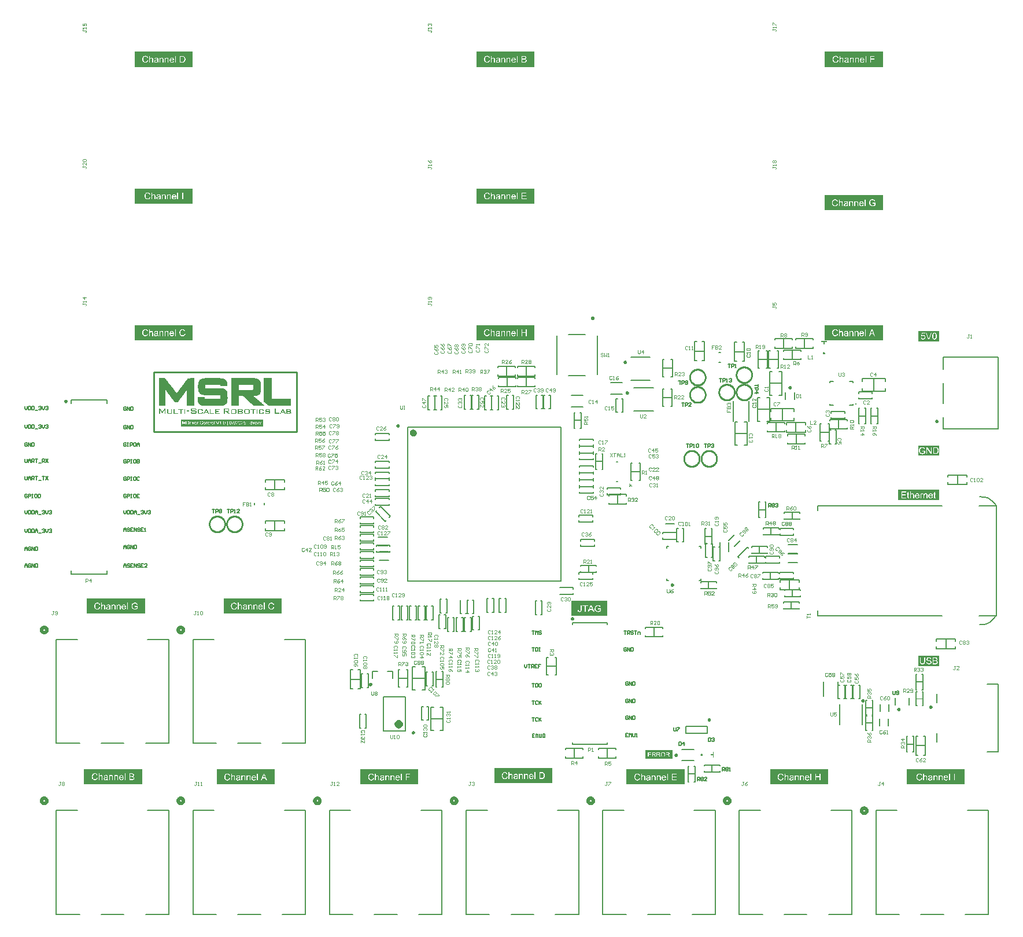
<source format=gto>
%FSTAX23Y23*%
%MOIN*%
%SFA1B1*%

%IPPOS*%
%ADD10C,0.009843*%
%ADD11C,0.019685*%
%ADD12C,0.003937*%
%ADD13C,0.007874*%
%ADD14C,0.020000*%
%ADD15C,0.023622*%
%ADD16C,0.010000*%
%ADD17C,0.005905*%
%ADD18C,0.006000*%
%ADD19C,0.004724*%
%LNmdriver2_control-1*%
%LPD*%
G36*
X01302Y0337D02*
X01315D01*
Y03368*
X0132*
Y03367*
X01324*
Y03365*
X01327*
Y03364*
X01328*
Y03363*
X01331*
Y03361*
X01332*
Y0336*
X01333*
Y03359*
X01335*
Y03356*
X01336*
Y03355*
X01337*
Y03351*
X01339*
Y03348*
X0134*
Y0334*
X01341*
Y03325*
X013*
Y03333*
X01214*
Y03313*
X01305*
Y03312*
X01317*
Y03311*
X01323*
Y03309*
X01327*
Y03308*
X01329*
Y03307*
X01331*
Y03305*
X01332*
Y03304*
X01335*
Y03303*
X01336*
Y033*
X01337*
Y03299*
X01339*
Y03296*
X0134*
Y03292*
X01341*
Y03287*
X01343*
Y03264*
X01344*
Y03253*
X01343*
Y03237*
X01341*
Y03232*
X0134*
Y03229*
X01339*
Y03227*
X01337*
Y03224*
X01336*
Y03223*
X01335*
Y03221*
X01333*
Y0322*
X01332*
Y03219*
X01329*
Y03217*
X01327*
Y03216*
X01324*
Y03215*
X0132*
Y03213*
X01312*
Y03212*
X01201*
Y03213*
X01193*
Y03215*
X01189*
Y03216*
X01186*
Y03217*
X01184*
Y03219*
X01181*
Y0322*
X0118*
Y03221*
X01178*
Y03223*
X01177*
Y03225*
X01176*
Y03228*
X01174*
Y03231*
X01173*
Y03236*
X01172*
Y03245*
X0117*
Y03261*
X01212*
Y03251*
X01301*
Y03252*
X01302*
Y03272*
X01301*
Y03273*
X01205*
Y03275*
X01197*
Y03276*
X01193*
Y03277*
X0119*
Y03279*
X01188*
Y0328*
X01185*
Y03281*
X01184*
Y03283*
X01182*
Y03284*
X01181*
Y03285*
X0118*
Y03288*
X01178*
Y03291*
X01177*
Y03293*
X01176*
Y03299*
X01174*
Y03311*
X01173*
Y03331*
X01174*
Y03344*
X01176*
Y03347*
Y03348*
Y03349*
X01177*
Y03353*
X01178*
Y03355*
X0118*
Y03357*
X01181*
Y03359*
X01182*
Y03361*
X01185*
Y03363*
X01186*
Y03364*
X01188*
Y03365*
X0119*
Y03367*
X01194*
Y03368*
X012*
Y0337*
X0121*
Y03371*
X01302*
Y0337*
G37*
G36*
X0115D02*
X01152D01*
Y03212*
X01107*
Y033*
X01106*
Y03299*
X01105*
Y03296*
X01103*
Y03295*
X01102*
Y03293*
X01101*
Y03291*
X01099*
Y03289*
X01098*
Y03288*
X01097*
Y03285*
X01095*
Y03284*
X01094*
Y03283*
X01093*
Y0328*
X01091*
Y03279*
X0109*
Y03277*
X01089*
Y03275*
X01087*
Y03273*
X01086*
Y03272*
X01085*
Y03269*
X01083*
Y03268*
X01082*
Y03267*
X01081*
Y03264*
X01079*
Y03263*
X01078*
Y03261*
X01077*
Y03259*
X01075*
Y03257*
X01074*
Y03256*
X01073*
Y03253*
X01071*
Y03252*
X0107*
Y03251*
X01069*
Y03248*
X01067*
Y03247*
X01066*
Y03245*
X01065*
Y03243*
X01063*
Y03241*
X01062*
Y0324*
X01061*
Y03237*
X01059*
Y03236*
X01058*
Y03235*
X01057*
Y03233*
X01038*
Y03235*
X01037*
Y03236*
X01035*
Y03239*
X01034*
Y0324*
X01033*
Y03241*
X01031*
Y03244*
X0103*
Y03245*
X01029*
Y03247*
X01027*
Y03249*
X01026*
Y03251*
X01025*
Y03252*
X01023*
Y03255*
X01022*
Y03256*
X01021*
Y03257*
X01019*
Y0326*
X01018*
Y03261*
X01017*
Y03263*
X01015*
Y03265*
X01014*
Y03267*
X01013*
Y03268*
X01011*
Y03271*
X0101*
Y03272*
X01009*
Y03273*
X01007*
Y03276*
X01006*
Y03277*
X01005*
Y03279*
X01003*
Y03281*
X01002*
Y03283*
X01001*
Y03284*
X00999*
Y03287*
X00998*
Y03288*
X00997*
Y03289*
X00995*
Y03292*
X00994*
Y03293*
X00993*
Y03295*
X00991*
Y03297*
X0099*
Y03299*
X00989*
Y033*
X00987*
Y03301*
X00986*
Y03212*
X00947*
Y03371*
X00983*
Y0337*
X00985*
Y03368*
X00986*
Y03367*
X00987*
Y03364*
X00989*
Y03363*
X0099*
Y03361*
X00991*
Y03359*
X00993*
Y03357*
X00994*
Y03356*
X00995*
Y03355*
X00997*
Y03352*
X00998*
Y03351*
X00999*
Y03349*
X01001*
Y03347*
X01002*
Y03345*
X01003*
Y03344*
X01005*
Y03341*
X01006*
Y0334*
X01007*
Y03339*
X01009*
Y03337*
X0101*
Y03335*
X01011*
Y03333*
X01013*
Y03332*
X01014*
Y03331*
X01015*
Y03328*
X01017*
Y03327*
X01018*
Y03325*
X01019*
Y03323*
X01021*
Y03321*
X01022*
Y0332*
X01023*
Y03319*
X01025*
Y03316*
X01026*
Y03315*
X01027*
Y03313*
X01029*
Y03311*
X0103*
Y03309*
X01031*
Y03308*
X01033*
Y03307*
X01034*
Y03304*
X01035*
Y03303*
X01037*
Y03301*
X01038*
Y03299*
X01039*
Y03297*
X01041*
Y03296*
X01042*
Y03295*
X01043*
Y03292*
X01045*
Y03291*
X01046*
Y03289*
X01047*
Y03287*
X01049*
Y03285*
X01051*
Y03288*
X01053*
Y03289*
X01054*
Y03291*
X01055*
Y03293*
X01057*
Y03295*
X01058*
Y03296*
X01059*
Y03297*
X01061*
Y033*
X01062*
Y03301*
X01063*
Y03303*
X01065*
Y03305*
X01066*
Y03307*
X01067*
Y03308*
X01069*
Y03311*
X0107*
Y03312*
X01071*
Y03313*
X01073*
Y03316*
X01074*
Y03317*
X01075*
Y03319*
X01077*
Y0332*
X01078*
Y03323*
X01079*
Y03324*
X01081*
Y03325*
X01082*
Y03328*
X01083*
Y03329*
X01085*
Y03331*
X01086*
Y03333*
X01087*
Y03335*
X01089*
Y03336*
X0109*
Y03339*
X01091*
Y0334*
X01093*
Y03341*
X01094*
Y03344*
X01095*
Y03345*
X01097*
Y03347*
X01098*
Y03349*
X01099*
Y03351*
X01101*
Y03352*
X01102*
Y03355*
X01103*
Y03356*
X01105*
Y03357*
X01106*
Y0336*
X01107*
Y03361*
X01109*
Y03363*
X0111*
Y03365*
X01111*
Y03367*
X01113*
Y03368*
X01114*
Y0337*
X01127*
Y03371*
X0115*
Y0337*
G37*
G36*
X0116Y03196D02*
X01162D01*
Y03193*
X01164*
Y03189*
X01161*
Y03188*
X01158*
Y03192*
X01138*
Y03185*
X01158*
Y03184*
X01162*
Y03181*
X01164*
Y03169*
X01162*
Y03168*
X01161*
Y03166*
X01134*
Y03168*
X01132*
Y03176*
X01137*
Y03172*
X01158*
Y0318*
X01136*
Y03181*
X01133*
Y03184*
X01132*
Y03193*
X01133*
Y03196*
X01136*
Y03197*
X0116*
Y03196*
G37*
G36*
X01197Y0319D02*
X01198D01*
Y03189*
X012*
Y03182*
X01194*
Y03186*
X01193*
Y03188*
X01178*
Y0317*
X01194*
Y03177*
X01196*
Y03176*
X012*
Y03168*
X01198*
Y03166*
X01174*
Y03168*
X01173*
Y03172*
X01172*
Y03186*
X01173*
Y0319*
X01176*
Y03192*
X01197*
Y0319*
G37*
G36*
X01122Y0318D02*
X01109D01*
Y03185*
X01122*
Y0318*
G37*
G36*
X00986Y03166D02*
X00981D01*
Y03186*
X00979*
Y03185*
X00978*
Y03184*
X00977*
Y03182*
X00975*
Y0318*
X00974*
Y03178*
X00973*
Y03176*
X00971*
Y03174*
X0097*
Y03172*
X00969*
Y0317*
X00966*
Y03173*
X00965*
Y03174*
X00963*
Y03176*
X00962*
Y03178*
X00961*
Y0318*
X00959*
Y03181*
X00958*
Y03184*
X00957*
Y03185*
X00955*
Y03188*
X00954*
Y03166*
X00948*
Y03197*
X00954*
Y03196*
X00955*
Y03193*
X00957*
Y03192*
X00958*
Y0319*
X00959*
Y03188*
X00961*
Y03186*
X00962*
Y03185*
X00963*
Y03182*
X00965*
Y03181*
X00966*
Y0318*
X00967*
Y03178*
X00969*
Y0318*
Y03181*
X0097*
Y03182*
X00971*
Y03185*
X00973*
Y03186*
X00974*
Y03188*
X00975*
Y0319*
X00977*
Y03192*
X00978*
Y03195*
X00979*
Y03196*
X00981*
Y03197*
X00986*
Y03166*
G37*
G36*
X01023Y03169D02*
X01022D01*
Y03168*
X01021*
Y03166*
X00998*
Y03168*
X00995*
Y03182*
Y03184*
Y03192*
X01001*
Y0317*
X01017*
Y03172*
X01018*
Y03192*
X01023*
Y03169*
G37*
G36*
X01349Y03196D02*
X01352D01*
Y03193*
X01353*
Y03181*
X01352*
Y0318*
X01351*
Y03178*
X01344*
Y03176*
X01347*
Y03174*
X01348*
Y03173*
X01349*
Y03172*
X01351*
Y0317*
X01352*
Y03169*
X01355*
Y03168*
X01356*
Y03166*
X01347*
Y03168*
X01345*
Y03169*
X01344*
Y0317*
X01343*
Y03172*
X01341*
Y03173*
X0134*
Y03174*
X01339*
Y03176*
X01337*
Y03177*
X01336*
Y03178*
X01328*
Y03166*
X01321*
Y03197*
X01349*
Y03196*
G37*
G36*
X01298Y03188D02*
X01278D01*
Y03186*
Y03181*
X0129*
Y03177*
X01278*
Y0317*
X01298*
Y03166*
X01272*
Y03192*
X01298*
Y03188*
G37*
G36*
X01246Y03177D02*
Y03176D01*
Y0317*
X01266*
Y03166*
X01241*
Y03192*
X01246*
Y03177*
G37*
G36*
X01224Y03189D02*
X01225D01*
Y03188*
X01226*
Y03185*
X01228*
Y03182*
X01229*
Y03181*
X0123*
Y03178*
X01232*
Y03176*
X01233*
Y03174*
X01234*
Y03172*
X01236*
Y03169*
X01237*
Y03168*
X01238*
Y03166*
X01232*
Y03168*
X0123*
Y0317*
X01229*
Y03172*
X01212*
Y03169*
X0121*
Y03168*
X01209*
Y03166*
X01204*
Y03168*
X01205*
Y0317*
X01206*
Y03173*
X01208*
Y03174*
X01209*
Y03177*
X0121*
Y0318*
X01212*
Y03182*
X01213*
Y03184*
X01214*
Y03186*
X01216*
Y03189*
X01217*
Y03192*
X01224*
Y03189*
G37*
G36*
X01099Y03166D02*
X01094D01*
Y03192*
X01099*
Y03166*
G37*
G36*
X01089Y03188D02*
X01078D01*
Y03186*
X01077*
Y03185*
Y03184*
Y03166*
X01071*
Y03188*
X01059*
Y03192*
X01089*
Y03188*
G37*
G36*
X01038Y03181D02*
Y0318D01*
Y0317*
X01057*
Y03166*
X01031*
Y03192*
X01038*
Y03181*
G37*
G36*
X04797Y03579D02*
X04784D01*
Y03567*
X04778*
Y03579*
X04765*
Y03585*
X04797*
Y03579*
G37*
G36*
X01598Y03251D02*
X01709D01*
Y03212*
X01579*
Y03213*
X01578*
Y03215*
X01575*
Y03216*
X01574*
Y03217*
X01572*
Y03219*
X01571*
Y0322*
X0157*
Y03221*
X01567*
Y03223*
X01566*
Y03224*
X01564*
Y03225*
X01563*
Y03227*
X0156*
Y03228*
X01559*
Y03229*
X01558*
Y03231*
X01556*
Y03232*
X01555*
Y03233*
X01552*
Y03371*
X01598*
Y03251*
G37*
G36*
X015Y0337D02*
X01511D01*
Y03368*
X01515*
Y03367*
X01519*
Y03365*
X0152*
Y03364*
X01523*
Y03363*
X01524*
Y03361*
X01526*
Y0336*
X01527*
Y03359*
X01528*
Y03357*
X0153*
Y03355*
X01531*
Y03352*
X01532*
Y03349*
X01534*
Y03341*
X01535*
Y03296*
X01534*
Y03289*
X01532*
Y03285*
X01531*
Y03283*
X0153*
Y0328*
X01528*
Y03279*
X01527*
Y03277*
X01526*
Y03276*
X01524*
Y03275*
X01523*
Y03273*
X0152*
Y03272*
X01518*
Y03271*
X01514*
Y03269*
X01507*
Y03268*
X01495*
Y03265*
X01496*
Y03264*
X01498*
Y03263*
X01499*
Y03261*
X015*
Y0326*
X01503*
Y03259*
X01504*
Y03257*
X01506*
Y03256*
X01507*
Y03255*
X01508*
Y03253*
X0151*
Y03252*
X01512*
Y03251*
X01514*
Y03249*
X01515*
Y03248*
X01516*
Y03247*
X01518*
Y03245*
X0152*
Y03244*
X01522*
Y03243*
X01523*
Y03241*
X01524*
Y0324*
X01526*
Y03239*
X01527*
Y03237*
X0153*
Y03236*
X01531*
Y03235*
X01532*
Y03233*
X01534*
Y03232*
X01535*
Y03231*
X01538*
Y03229*
X01539*
Y03228*
X0154*
Y03227*
X01542*
Y03225*
X01543*
Y03224*
X01546*
Y03223*
X01547*
Y03221*
X01548*
Y0322*
X0155*
Y03219*
X01551*
Y03217*
X01554*
Y03216*
X01555*
Y03215*
X01556*
Y03213*
X01558*
Y03212*
X01492*
Y03213*
X01491*
Y03215*
X0149*
Y03216*
X01488*
Y03217*
X01487*
Y03219*
X01486*
Y0322*
X01484*
Y03221*
X01483*
Y03223*
X01482*
Y03224*
X0148*
Y03225*
X01479*
Y03227*
X01476*
Y03228*
X01475*
Y03229*
X01473*
Y03231*
X01472*
Y03232*
X01471*
Y03233*
X01469*
Y03235*
X01468*
Y03236*
X01467*
Y03237*
X01465*
Y03239*
X01464*
Y0324*
X01463*
Y03241*
X01461*
Y03243*
X0146*
Y03244*
X01459*
Y03245*
X01457*
Y03247*
X01456*
Y03248*
X01453*
Y03249*
X01452*
Y03251*
X01451*
Y03252*
X01449*
Y03253*
X01448*
Y03255*
X01447*
Y03256*
X01445*
Y03257*
X01444*
Y03259*
X01443*
Y0326*
X01441*
Y03261*
X0144*
Y03263*
X01439*
Y03264*
X01437*
Y03265*
X01436*
Y03267*
X01433*
Y03268*
X01409*
Y03212*
X01364*
Y03371*
X015*
Y0337*
G37*
G36*
X01584Y0319D02*
X01587D01*
Y03189*
X01588*
Y03185*
X01586*
Y03184*
X01583*
Y03186*
X01582*
Y03188*
X01567*
Y03181*
X01587*
Y03178*
X01588*
Y03169*
X01587*
Y03168*
X01586*
Y03166*
X01563*
Y03168*
X01562*
Y03169*
X0156*
Y03173*
X01563*
Y03174*
X01566*
Y0317*
X01583*
Y03177*
X01563*
Y03178*
X01562*
Y03189*
X01563*
Y0319*
X01564*
Y03192*
X01584*
Y0319*
G37*
G36*
X01548D02*
X01551D01*
Y03186*
X01552*
Y03182*
X01546*
Y03184*
Y03188*
X01531*
Y03186*
X0153*
Y0317*
X01546*
Y03177*
X01547*
Y03176*
X01552*
Y0317*
X01551*
Y03168*
X0155*
Y03166*
X01526*
Y03169*
X01524*
Y03189*
X01526*
Y0319*
X01527*
Y03192*
X01548*
Y0319*
G37*
G36*
X01706D02*
X01709D01*
Y03181*
X01707*
Y03178*
X01709*
Y03174*
X0171*
Y0317*
X01709*
Y03168*
X01706*
Y03166*
X01682*
Y03192*
X01706*
Y0319*
G37*
G36*
X01665Y03189D02*
X01666D01*
Y03188*
X01667*
Y03185*
X01669*
Y03182*
X0167*
Y03181*
X01671*
Y03178*
X01673*
Y03176*
X01674*
Y03174*
X01675*
Y03172*
X01677*
Y03169*
X01678*
Y03168*
X01679*
Y03166*
X01673*
Y03168*
X01671*
Y0317*
X0167*
Y03172*
X01653*
Y03169*
X01651*
Y03168*
X0165*
Y03166*
X01644*
Y03168*
X01646*
Y0317*
X01647*
Y03173*
X01648*
Y03174*
X0165*
Y03177*
X01651*
Y0318*
X01653*
Y03182*
X01654*
Y03184*
X01655*
Y03186*
X01657*
Y03189*
X01658*
Y0319*
X01659*
Y03192*
X01665*
Y03189*
G37*
G36*
X0162Y03182D02*
Y03181D01*
Y03172*
X01643*
Y03166*
X01614*
Y03197*
X0162*
Y03182*
G37*
G36*
X01515Y03166D02*
X0151D01*
Y0317*
Y03172*
Y03192*
X01515*
Y03166*
G37*
G36*
X01504Y03188D02*
X01494D01*
Y03166*
X01487*
Y03188*
X01475*
Y03192*
X01504*
Y03188*
G37*
G36*
X01467Y0319D02*
X01469D01*
Y03188*
X01471*
Y03169*
X01469*
Y03168*
X01468*
Y03166*
X01441*
Y03168*
X0144*
Y03172*
X01439*
Y03186*
X0144*
Y0319*
X01443*
Y03192*
X01467*
Y0319*
G37*
G36*
X01428D02*
X01429D01*
Y03189*
X01431*
Y03182*
X01429*
Y03177*
X01431*
Y03169*
X01429*
Y03168*
X01428*
Y03166*
X01403*
Y03192*
X01428*
Y0319*
G37*
G36*
X01391D02*
X01393D01*
Y03189*
X01395*
Y03169*
X01393*
Y03168*
X01392*
Y03166*
X01365*
Y03168*
X01364*
Y03189*
X01365*
Y0319*
X01367*
Y03192*
X01391*
Y0319*
G37*
G36*
X04146Y01186D02*
X0414D01*
Y01199*
X04128*
Y01205*
X0414*
Y01218*
X04146*
Y01186*
G37*
G36*
X01143Y0359D02*
X00808D01*
Y03677*
X01143*
Y0359*
G37*
G36*
X00851Y01032D02*
X00516D01*
Y0112*
X00851*
Y01032*
G37*
G36*
X03978Y01031D02*
X03643D01*
Y01118*
X03978*
Y01031*
G37*
G36*
X01547Y03092D02*
X01074D01*
Y03131*
X01547*
Y03092*
G37*
G36*
X05444Y03584D02*
X05326D01*
Y03643*
X05444*
Y03584*
G37*
G36*
X03112Y05164D02*
X02777D01*
Y05252*
X03112*
Y05164*
G37*
G36*
X03532Y02001D02*
X03325D01*
Y02088*
X03532*
Y02001*
G37*
G36*
X03112Y0359D02*
X02777D01*
Y03677*
X03112*
Y0359*
G37*
G36*
X03215Y01039D02*
X0288D01*
Y01126*
X03215*
Y01039*
G37*
G36*
X05444Y02925D02*
X05326D01*
Y02984*
X05444*
Y02925*
G37*
G36*
X04805Y01031D02*
X0447D01*
Y01118*
X04805*
Y01031*
G37*
G36*
X0512Y04338D02*
X04785D01*
Y04425*
X0512*
Y04338*
G37*
G36*
X00868Y02015D02*
X00533D01*
Y02102*
X00868*
Y02015*
G37*
G36*
X01655D02*
X0132D01*
Y02102*
X01655*
Y02015*
G37*
G36*
X03907Y01179D02*
X03751D01*
Y01229*
X03907*
Y01179*
G37*
G36*
X03112Y04377D02*
X02777D01*
Y04464*
X03112*
Y04377*
G37*
G36*
X01143Y05164D02*
X00808D01*
Y05252*
X01143*
Y05164*
G37*
G36*
X05592Y01031D02*
X05257D01*
Y01118*
X05592*
Y01031*
G37*
G36*
X02442D02*
X02107D01*
Y01118*
X02442*
Y01031*
G37*
G36*
X05444Y01714D02*
X05326D01*
Y01773*
X05444*
Y01714*
G37*
G36*
X01616Y01031D02*
X01281D01*
Y01118*
X01616*
Y01031*
G37*
G36*
X01143Y04377D02*
X00808D01*
Y04464*
X01143*
Y04377*
G37*
G36*
X0512Y0359D02*
X04785D01*
Y03677*
X0512*
Y0359*
G37*
G36*
Y05164D02*
X04785D01*
Y05252*
X0512*
Y05164*
G37*
G36*
X05445Y02669D02*
X05208D01*
Y02728*
X05445*
Y02669*
G37*
%LNmdriver2_control-2*%
%LPC*%
G36*
X01344Y03193D02*
X01328D01*
Y03182*
X01345*
Y03184*
X01347*
Y03192*
X01344*
Y03193*
G37*
G36*
X01221Y03186D02*
X0122D01*
Y03184*
X01218*
Y03182*
Y03181*
X01217*
Y0318*
X01216*
Y03176*
X01225*
Y0318*
X01224*
Y03182*
X01222*
Y03185*
X01221*
Y03186*
G37*
G36*
X01488Y03333D02*
X01409D01*
Y03304*
X01488*
Y03305*
X0149*
Y03308*
X01491*
Y03329*
X0149*
Y03332*
X01488*
Y03333*
G37*
G36*
X01703Y03188D02*
X01687D01*
Y03182*
X01703*
Y03188*
G37*
G36*
Y03177D02*
X01687D01*
Y0317*
X01703*
Y03174*
Y03176*
Y03177*
G37*
G36*
X01662Y03186D02*
X01661D01*
Y03184*
X01659*
Y03181*
X01658*
Y0318*
X01657*
Y03176*
X01666*
Y0318*
X01665*
Y03182*
X01663*
Y03185*
X01662*
Y03186*
G37*
G36*
X01464Y03188D02*
X01445D01*
Y0317*
X01464*
Y03188*
G37*
G36*
X01424D02*
X01409D01*
Y03182*
X01425*
Y03186*
X01424*
Y03188*
G37*
G36*
Y03177D02*
X01409D01*
Y0317*
X01424*
Y03172*
X01425*
Y03173*
Y03174*
Y03176*
X01424*
Y03177*
G37*
G36*
X01388Y03188D02*
X01369D01*
Y0317*
X01388*
Y03172*
X01389*
Y03186*
X01388*
Y03188*
G37*
G36*
X01085Y03653D02*
X01084D01*
X01083Y03653*
X01082Y03653*
X01081Y03653*
X0108Y03653*
X01079Y03652*
X01078Y03652*
X01078Y03652*
X01077Y03652*
X01076Y03651*
X01076Y03651*
X01076Y03651*
X01075Y03651*
X01075Y03651*
X01075Y03651*
X01075Y03651*
X01074Y0365*
X01073Y0365*
X01073Y03649*
X01072Y03649*
X01071Y03648*
X01071Y03648*
X0107Y03647*
X0107Y03646*
X0107Y03646*
X01069Y03645*
X01069Y03645*
X01069Y03645*
X01069Y03644*
X01068Y03644*
X01068Y03644*
X01068Y03644*
X01068Y03643*
X01068Y03642*
X01067Y03641*
X01067Y0364*
X01067Y03639*
X01066Y03638*
X01066Y03637*
X01066Y03636*
X01066Y03636*
X01066Y03635*
X01066Y03634*
X01066Y03634*
Y03633*
X01066Y03632*
X01066Y03631*
X01066Y0363*
X01067Y03629*
X01067Y03628*
X01067Y03627*
X01067Y03626*
X01067Y03626*
X01067Y03625*
X01068Y03624*
X01068Y03624*
X01068Y03624*
X01068Y03623*
X01068Y03623*
X01068Y03623*
X01068Y03622*
X01069Y03621*
X01069Y03621*
X0107Y0362*
X0107Y03619*
X01071Y03619*
X01071Y03618*
X01072Y03618*
X01072Y03617*
X01073Y03617*
X01073Y03617*
X01073Y03616*
X01074Y03616*
X01074Y03616*
X01074Y03616*
X01074Y03616*
X01075Y03615*
X01076Y03615*
X01076Y03615*
X01077Y03614*
X01078Y03614*
X01079Y03614*
X0108Y03614*
X01081Y03614*
X01081Y03614*
X01082Y03613*
X01083Y03613*
X01083Y03613*
X01084Y03613*
X01084*
X01085Y03613*
X01086Y03613*
X01087Y03614*
X01088Y03614*
X01089Y03614*
X0109Y03614*
X01091Y03615*
X01091Y03615*
X01092Y03615*
X01093Y03616*
X01093Y03616*
X01093Y03616*
X01094Y03616*
X01094Y03616*
X01094Y03617*
X01094Y03617*
X01095Y03617*
X01096Y03618*
X01096Y03619*
X01097Y03619*
X01097Y0362*
X01098Y03621*
X01098Y03622*
X01099Y03623*
X01099Y03623*
X01099Y03624*
X011Y03625*
X011Y03625*
X011Y03626*
X011Y03626*
X011Y03626*
Y03626*
X01095Y03627*
X01095Y03627*
X01094Y03626*
X01094Y03625*
X01094Y03624*
X01094Y03624*
X01093Y03623*
X01093Y03622*
X01093Y03622*
X01092Y03622*
X01092Y03621*
X01092Y03621*
X01091Y03621*
X01091Y0362*
X01091Y0362*
X01091Y0362*
X01091Y0362*
X0109Y0362*
X0109Y03619*
X01089Y03619*
X01089Y03619*
X01088Y03618*
X01087Y03618*
X01086Y03618*
X01086Y03618*
X01085Y03618*
X01085Y03618*
X01084Y03618*
X01084Y03618*
X01084*
X01083Y03618*
X01082Y03618*
X01081Y03618*
X0108Y03618*
X01079Y03619*
X01079Y03619*
X01078Y03619*
X01078Y03619*
X01078Y03619*
X01077Y03619*
X01077Y03619*
X01077Y03619*
X01077*
X01077Y0362*
X01076Y0362*
X01075Y03621*
X01074Y03622*
X01074Y03623*
X01073Y03624*
X01073Y03624*
X01073Y03624*
X01073Y03625*
X01073Y03625*
X01073Y03625*
Y03625*
X01072Y03626*
X01072Y03628*
X01072Y03629*
X01072Y0363*
X01071Y03631*
X01071Y03631*
X01071Y03632*
X01071Y03632*
Y03633*
X01071Y03633*
Y03633*
Y03633*
Y03633*
X01071Y03635*
X01071Y03636*
X01072Y03637*
X01072Y03638*
X01072Y03639*
X01072Y03639*
X01072Y0364*
X01072Y0364*
X01072Y0364*
X01072Y0364*
X01072Y03641*
X01072Y03641*
Y03641*
X01073Y03642*
X01074Y03643*
X01074Y03644*
X01075Y03645*
X01075Y03645*
X01075Y03645*
X01076Y03646*
X01076Y03646*
X01076Y03646*
X01076Y03646*
X01077Y03646*
X01077Y03647*
X01077Y03647*
X01077Y03647*
X01078Y03647*
X01078Y03648*
X01079Y03648*
X0108Y03648*
X01082Y03648*
X01082Y03649*
X01083Y03649*
X01083Y03649*
X01083Y03649*
X01084Y03649*
X01085*
X01085Y03649*
X01087Y03648*
X01088Y03648*
X01088Y03648*
X01089Y03648*
X01089Y03648*
X01089Y03647*
X0109Y03647*
X0109Y03647*
X0109Y03647*
X0109Y03647*
X0109Y03647*
X0109Y03647*
X01091Y03646*
X01091Y03646*
X01092Y03645*
X01093Y03644*
X01093Y03643*
X01094Y03642*
X01094Y03642*
X01094Y03641*
X01094Y03641*
X01094Y03641*
X01094Y03641*
Y03641*
X01099Y03642*
X01099Y03643*
X01099Y03644*
X01098Y03645*
X01098Y03645*
X01097Y03646*
X01097Y03647*
X01096Y03647*
X01096Y03648*
X01096Y03648*
X01095Y03649*
X01095Y03649*
X01094Y0365*
X01094Y0365*
X01094Y0365*
X01094Y0365*
X01094Y0365*
X01093Y03651*
X01092Y03651*
X01092Y03651*
X01091Y03652*
X0109Y03652*
X01089Y03652*
X01088Y03653*
X01088Y03653*
X01087Y03653*
X01086Y03653*
X01086Y03653*
X01085Y03653*
X01085Y03653*
G37*
G36*
X0087D02*
X0087D01*
X00869Y03653*
X00868Y03653*
X00866Y03653*
X00865Y03653*
X00864Y03652*
X00864Y03652*
X00863Y03652*
X00862Y03652*
X00862Y03651*
X00861Y03651*
X00861Y03651*
X00861Y03651*
X0086Y03651*
X0086Y03651*
X0086Y03651*
X00859Y0365*
X00859Y0365*
X00858Y03649*
X00857Y03649*
X00857Y03648*
X00856Y03648*
X00856Y03647*
X00855Y03646*
X00855Y03646*
X00855Y03645*
X00854Y03645*
X00854Y03645*
X00854Y03644*
X00854Y03644*
X00854Y03644*
X00854Y03644*
X00853Y03643*
X00853Y03642*
X00853Y03641*
X00852Y0364*
X00852Y03639*
X00852Y03638*
X00852Y03637*
X00852Y03636*
X00852Y03636*
X00852Y03635*
X00851Y03634*
X00851Y03634*
Y03633*
X00851Y03632*
X00852Y03631*
X00852Y0363*
X00852Y03629*
X00852Y03628*
X00852Y03627*
X00852Y03626*
X00853Y03626*
X00853Y03625*
X00853Y03624*
X00853Y03624*
X00853Y03624*
X00853Y03623*
X00853Y03623*
X00853Y03623*
X00854Y03622*
X00854Y03621*
X00855Y03621*
X00855Y0362*
X00856Y03619*
X00856Y03619*
X00857Y03618*
X00857Y03618*
X00858Y03617*
X00858Y03617*
X00858Y03617*
X00859Y03616*
X00859Y03616*
X00859Y03616*
X00859Y03616*
X00859Y03616*
X0086Y03615*
X00861Y03615*
X00862Y03615*
X00863Y03614*
X00863Y03614*
X00864Y03614*
X00865Y03614*
X00866Y03614*
X00867Y03614*
X00867Y03613*
X00868Y03613*
X00868Y03613*
X00869Y03613*
X00869*
X00871Y03613*
X00872Y03613*
X00873Y03614*
X00874Y03614*
X00874Y03614*
X00875Y03614*
X00876Y03615*
X00877Y03615*
X00877Y03615*
X00878Y03616*
X00878Y03616*
X00879Y03616*
X00879Y03616*
X00879Y03616*
X0088Y03617*
X0088Y03617*
X0088Y03617*
X00881Y03618*
X00882Y03619*
X00882Y03619*
X00883Y0362*
X00883Y03621*
X00884Y03622*
X00884Y03623*
X00884Y03623*
X00885Y03624*
X00885Y03625*
X00885Y03625*
X00885Y03626*
X00885Y03626*
X00885Y03626*
Y03626*
X0088Y03627*
X0088Y03627*
X0088Y03626*
X0088Y03625*
X00879Y03624*
X00879Y03624*
X00879Y03623*
X00878Y03622*
X00878Y03622*
X00878Y03622*
X00877Y03621*
X00877Y03621*
X00877Y03621*
X00877Y0362*
X00876Y0362*
X00876Y0362*
X00876Y0362*
X00876Y0362*
X00875Y03619*
X00875Y03619*
X00874Y03619*
X00873Y03618*
X00873Y03618*
X00872Y03618*
X00871Y03618*
X00871Y03618*
X0087Y03618*
X0087Y03618*
X00869Y03618*
X00869*
X00868Y03618*
X00868Y03618*
X00867Y03618*
X00865Y03618*
X00864Y03619*
X00864Y03619*
X00864Y03619*
X00863Y03619*
X00863Y03619*
X00863Y03619*
X00863Y03619*
X00863Y03619*
X00862*
X00862Y0362*
X00861Y0362*
X00861Y03621*
X0086Y03622*
X00859Y03623*
X00859Y03624*
X00858Y03624*
X00858Y03624*
X00858Y03625*
X00858Y03625*
X00858Y03625*
Y03625*
X00858Y03626*
X00857Y03628*
X00857Y03629*
X00857Y0363*
X00857Y03631*
X00857Y03631*
X00857Y03632*
X00857Y03632*
Y03633*
X00857Y03633*
Y03633*
Y03633*
Y03633*
X00857Y03635*
X00857Y03636*
X00857Y03637*
X00857Y03638*
X00857Y03639*
X00857Y03639*
X00857Y0364*
X00858Y0364*
X00858Y0364*
X00858Y0364*
X00858Y03641*
X00858Y03641*
Y03641*
X00858Y03642*
X00859Y03643*
X0086Y03644*
X0086Y03645*
X0086Y03645*
X00861Y03645*
X00861Y03646*
X00861Y03646*
X00861Y03646*
X00862Y03646*
X00862Y03646*
X00862Y03647*
X00862Y03647*
X00863Y03647*
X00863Y03647*
X00864Y03648*
X00864Y03648*
X00866Y03648*
X00867Y03648*
X00867Y03649*
X00868Y03649*
X00868Y03649*
X00869Y03649*
X00869Y03649*
X0087*
X00871Y03649*
X00872Y03648*
X00873Y03648*
X00874Y03648*
X00874Y03648*
X00874Y03648*
X00875Y03647*
X00875Y03647*
X00875Y03647*
X00876Y03647*
X00876Y03647*
X00876Y03647*
X00876Y03647*
X00876Y03646*
X00877Y03646*
X00877Y03645*
X00878Y03644*
X00879Y03643*
X00879Y03642*
X00879Y03642*
X00879Y03641*
X0088Y03641*
X0088Y03641*
X0088Y03641*
Y03641*
X00885Y03642*
X00884Y03643*
X00884Y03644*
X00884Y03645*
X00883Y03645*
X00883Y03646*
X00882Y03647*
X00882Y03647*
X00881Y03648*
X00881Y03648*
X00881Y03649*
X0088Y03649*
X0088Y0365*
X0088Y0365*
X00879Y0365*
X00879Y0365*
X00879Y0365*
X00878Y03651*
X00878Y03651*
X00877Y03651*
X00876Y03652*
X00875Y03652*
X00874Y03652*
X00874Y03653*
X00873Y03653*
X00872Y03653*
X00872Y03653*
X00871Y03653*
X0087Y03653*
X0087Y03653*
G37*
G36*
X00994Y03642D02*
X00994D01*
X00993Y03642*
X00992Y03642*
X00991Y03642*
X0099Y03642*
X00989Y03641*
X00988Y03641*
X00988Y03641*
X00987Y0364*
X00986Y0364*
X00986Y03639*
X00986Y03639*
X00985Y03639*
X00985Y03638*
X00985Y03638*
X00985Y03638*
X00985Y03638*
Y03642*
X00981*
Y03614*
X00985*
Y03629*
X00985Y0363*
X00985Y03631*
X00985Y03632*
X00986Y03633*
X00986Y03633*
X00986Y03634*
X00986Y03634*
X00986Y03635*
X00987Y03635*
X00987Y03636*
X00987Y03636*
X00987Y03636*
X00987Y03636*
X00987Y03636*
X00987Y03636*
X00987Y03636*
X00988Y03637*
X00988Y03637*
X00989Y03638*
X0099Y03638*
X00991Y03638*
X00991Y03638*
X00992Y03638*
X00992*
X00992Y03638*
X00993*
X00993Y03638*
X00994Y03638*
X00994Y03638*
X00995Y03638*
X00995Y03638*
X00996Y03638*
X00996Y03638*
X00996Y03637*
X00996Y03637*
X00997Y03637*
X00997Y03636*
X00997Y03636*
X00998Y03636*
X00998Y03635*
X00998Y03635*
X00998Y03635*
X00998Y03635*
X00998Y03634*
X00998Y03633*
X00998Y03633*
X00998Y03632*
X00998Y03632*
Y03631*
Y03631*
Y03631*
Y03631*
Y03631*
Y03614*
X01003*
Y03632*
X01003Y03633*
Y03633*
X01003Y03634*
Y03634*
X01003Y03635*
X01003Y03635*
X01003Y03635*
X01003Y03636*
Y03636*
X01003Y03636*
X01002Y03637*
X01002Y03638*
X01002Y03638*
X01002Y03639*
X01002Y03639*
X01001Y03639*
X01001Y03639*
X01001Y0364*
X01Y0364*
X01Y03641*
X00999Y03641*
X00999Y03641*
X00999Y03641*
X00998Y03641*
X00998Y03642*
X00998*
X00997Y03642*
X00997Y03642*
X00996Y03642*
X00995Y03642*
X00994Y03642*
X00994*
X00994Y03642*
G37*
G36*
X00964D02*
X00964D01*
X00963Y03642*
X00962Y03642*
X00961Y03642*
X0096Y03642*
X00959Y03641*
X00958Y03641*
X00958Y03641*
X00957Y0364*
X00957Y0364*
X00956Y03639*
X00956Y03639*
X00956Y03639*
X00955Y03638*
X00955Y03638*
X00955Y03638*
X00955Y03638*
Y03642*
X00951*
Y03614*
X00955*
Y03629*
X00955Y0363*
X00955Y03631*
X00956Y03632*
X00956Y03633*
X00956Y03633*
X00956Y03634*
X00956Y03634*
X00956Y03635*
X00957Y03635*
X00957Y03636*
X00957Y03636*
X00957Y03636*
X00957Y03636*
X00957Y03636*
X00958Y03636*
X00958Y03636*
X00958Y03637*
X00958Y03637*
X00959Y03638*
X0096Y03638*
X00961Y03638*
X00962Y03638*
X00962Y03638*
X00962*
X00962Y03638*
X00963*
X00963Y03638*
X00964Y03638*
X00965Y03638*
X00965Y03638*
X00965Y03638*
X00966Y03638*
X00966Y03638*
X00966Y03637*
X00967Y03637*
X00967Y03637*
X00967Y03636*
X00968Y03636*
X00968Y03636*
X00968Y03635*
X00968Y03635*
X00968Y03635*
X00968Y03635*
X00968Y03634*
X00968Y03633*
X00968Y03633*
X00969Y03632*
X00969Y03632*
Y03631*
Y03631*
Y03631*
Y03631*
Y03631*
Y03614*
X00973*
Y03632*
X00973Y03633*
Y03633*
X00973Y03634*
Y03634*
X00973Y03635*
X00973Y03635*
X00973Y03635*
X00973Y03636*
Y03636*
X00973Y03636*
X00973Y03637*
X00972Y03638*
X00972Y03638*
X00972Y03639*
X00972Y03639*
X00972Y03639*
X00972Y03639*
X00971Y0364*
X00971Y0364*
X0097Y03641*
X0097Y03641*
X00969Y03641*
X00969Y03641*
X00968Y03641*
X00968Y03642*
X00968*
X00968Y03642*
X00967Y03642*
X00966Y03642*
X00965Y03642*
X00965Y03642*
X00964*
X00964Y03642*
G37*
G36*
X01045Y03652D02*
X0104D01*
Y03614*
X01045*
Y03652*
G37*
G36*
X00933Y03642D02*
X00933D01*
X00931Y03642*
X0093Y03642*
X00929Y03642*
X00929Y03642*
X00928Y03642*
X00928Y03642*
X00927Y03642*
X00927Y03642*
X00927Y03642*
X00927Y03642*
X00926Y03641*
X00926Y03641*
X00926*
X00925Y03641*
X00925Y03641*
X00924Y0364*
X00923Y0364*
X00923Y03639*
X00922Y03639*
X00922Y03639*
X00922Y03639*
Y03639*
X00922Y03638*
X00921Y03637*
X00921Y03636*
X00921Y03636*
X0092Y03635*
X0092Y03635*
X0092Y03634*
X0092Y03634*
X0092Y03634*
X0092Y03634*
Y03634*
X00925Y03633*
X00925Y03634*
X00925Y03634*
X00925Y03635*
X00926Y03636*
X00926Y03636*
X00927Y03637*
X00927Y03637*
X00927Y03637*
X00927Y03637*
X00928Y03638*
X00929Y03638*
X00929Y03638*
X0093Y03638*
X00931Y03638*
X00931*
X00931Y03639*
X00932*
X00933Y03638*
X00934Y03638*
X00935Y03638*
X00936Y03638*
X00937Y03637*
X00937Y03637*
X00937Y03637*
X00937Y03637*
X00937Y03637*
X00937Y03637*
X00938Y03636*
X00938Y03636*
X00938Y03635*
X00938Y03634*
X00939Y03634*
X00939Y03633*
Y03633*
Y03633*
Y03633*
Y03633*
Y03633*
Y03633*
Y03632*
X00939Y03632*
Y03632*
Y03632*
Y03632*
X00938Y03632*
X00937Y03631*
X00937Y03631*
X00936Y03631*
X00935Y03631*
X00933Y0363*
X00933Y0363*
X00932Y0363*
X00932Y0363*
X00931Y0363*
X00931Y0363*
X0093Y0363*
X0093Y0363*
X0093*
X00929Y0363*
X00928Y0363*
X00928Y0363*
X00927Y0363*
X00927Y03629*
X00926Y03629*
X00926Y03629*
X00926*
X00925Y03629*
X00925Y03629*
X00924Y03629*
X00924Y03628*
X00923Y03628*
X00923Y03628*
X00923Y03628*
X00923Y03628*
X00922Y03627*
X00922Y03627*
X00921Y03626*
X00921Y03626*
X00921Y03626*
X0092Y03625*
X0092Y03625*
X0092Y03625*
X0092Y03624*
X0092Y03624*
X00919Y03623*
X00919Y03623*
X00919Y03622*
X00919Y03622*
Y03621*
X00919Y03621*
X00919Y0362*
X00919Y03619*
X0092Y03619*
X0092Y03618*
X00921Y03617*
X00921Y03617*
X00921Y03616*
X00921Y03616*
X00921Y03616*
X00922Y03616*
X00922Y03616*
X00922Y03616*
X00922Y03616*
X00922Y03615*
X00923Y03615*
X00923Y03615*
X00924Y03614*
X00925Y03614*
X00926Y03614*
X00927Y03614*
X00927Y03613*
X00928Y03613*
X00928Y03613*
X00928Y03613*
X00929*
X0093Y03613*
X00931Y03613*
X00932Y03614*
X00932Y03614*
X00933Y03614*
X00933Y03614*
X00934Y03614*
X00934Y03614*
X00934Y03614*
X00934Y03614*
X00934*
X00935Y03615*
X00936Y03615*
X00937Y03616*
X00937Y03616*
X00938Y03617*
X00938Y03617*
X00939Y03617*
X00939Y03617*
X00939Y03617*
X00939Y03617*
X00939Y03617*
X00939Y03617*
X00939Y03616*
X00939Y03615*
X0094Y03615*
X0094Y03615*
X0094Y03614*
X0094Y03614*
X0094Y03614*
X00945*
X00945Y03615*
X00944Y03615*
X00944Y03616*
X00944Y03616*
X00944Y03617*
X00944Y03617*
X00944Y03617*
Y03617*
X00944Y03618*
X00944Y03618*
X00944Y03619*
X00944Y03619*
X00943Y0362*
Y03621*
X00943Y03622*
Y03623*
X00943Y03623*
Y03624*
Y03625*
Y03625*
Y03625*
Y03626*
Y03626*
Y03632*
Y03632*
Y03633*
X00943Y03633*
Y03634*
X00943Y03635*
X00943Y03635*
X00943Y03636*
X00943Y03636*
X00943Y03636*
Y03636*
X00943Y03637*
X00943Y03638*
X00942Y03638*
X00942Y03639*
X00942Y03639*
X00942Y03639*
X00942Y03639*
X00942Y03639*
X00941Y0364*
X00941Y0364*
X0094Y03641*
X0094Y03641*
X00939Y03641*
X00939Y03641*
X00939Y03641*
X00938Y03642*
X00938Y03642*
X00938*
X00937Y03642*
X00937Y03642*
X00936Y03642*
X00935Y03642*
X00934Y03642*
X00934*
X00933Y03642*
G37*
G36*
X00896Y03652D02*
X00891D01*
Y03614*
X00896*
Y03629*
X00896Y0363*
X00896Y03631*
X00896Y03632*
X00896Y03633*
X00896Y03634*
X00896Y03634*
X00896Y03634*
X00896Y03634*
X00896Y03634*
X00897Y03635*
X00897Y03636*
X00898Y03636*
X00898Y03636*
X00898Y03637*
X00899Y03637*
X00899Y03637*
X00899Y03637*
X009Y03638*
X00901Y03638*
X00901Y03638*
X00902Y03638*
X00902Y03638*
X00903Y03638*
X00903*
X00904Y03638*
X00905Y03638*
X00906Y03638*
X00906Y03638*
X00907Y03637*
X00907Y03637*
X00907Y03637*
X00907Y03637*
X00908Y03636*
X00908Y03636*
X00908Y03635*
X00909Y03634*
X00909Y03634*
X00909Y03633*
X00909Y03632*
Y03632*
X00909Y03632*
Y03632*
Y03632*
Y03632*
Y03614*
X00914*
Y03632*
X00914Y03633*
X00914Y03634*
X00913Y03634*
X00913Y03635*
X00913Y03635*
X00913Y03636*
X00913Y03636*
X00913Y03637*
X00913Y03637*
X00913Y03637*
X00913Y03637*
X00913Y03638*
X00913Y03638*
X00913Y03638*
Y03638*
X00912Y03639*
X00912Y03639*
X00911Y0364*
X00911Y0364*
X0091Y03641*
X0091Y03641*
X0091Y03641*
X00909Y03641*
X00909Y03641*
X00909*
X00908Y03642*
X00908Y03642*
X00907Y03642*
X00906Y03642*
X00905Y03642*
X00905Y03642*
X00905Y03642*
X00904*
X00903Y03642*
X00902Y03642*
X00901Y03642*
X00901Y03642*
X009Y03642*
X00899Y03641*
X00899Y03641*
X00898Y03641*
X00897Y0364*
X00897Y0364*
X00897Y03639*
X00896Y03639*
X00896Y03639*
X00896Y03639*
X00896Y03639*
X00896Y03639*
Y03652*
G37*
G36*
X01022Y03642D02*
X01022D01*
X01021Y03642*
X0102Y03642*
X01019Y03642*
X01018Y03642*
X01017Y03642*
X01016Y03641*
X01015Y03641*
X01015Y0364*
X01014Y0364*
X01014Y0364*
X01013Y03639*
X01013Y03639*
X01013Y03639*
X01013Y03639*
X01012Y03639*
X01012Y03639*
X01012Y03638*
X01011Y03637*
X01011Y03636*
X0101Y03635*
X0101Y03634*
X0101Y03633*
X01009Y03632*
X01009Y03632*
X01009Y03631*
X01009Y0363*
X01009Y03629*
X01009Y03629*
Y03628*
X01009Y03628*
Y03628*
X01009Y03626*
X01009Y03625*
X01009Y03624*
X01009Y03623*
X0101Y03622*
X0101Y03621*
X0101Y03621*
X01011Y0362*
X01011Y03619*
X01011Y03619*
X01011Y03618*
X01012Y03618*
X01012Y03617*
X01012Y03617*
X01012Y03617*
X01012Y03617*
X01013Y03616*
X01014Y03616*
X01014Y03615*
X01015Y03615*
X01016Y03615*
X01017Y03614*
X01018Y03614*
X01018Y03614*
X01019Y03614*
X0102Y03614*
X0102Y03613*
X01021Y03613*
X01021*
X01022Y03613*
X01022*
X01023Y03613*
X01024Y03613*
X01025Y03614*
X01025Y03614*
X01026Y03614*
X01027Y03614*
X01027Y03614*
X01028Y03615*
X01028Y03615*
X01029Y03615*
X01029Y03615*
X01029Y03615*
X0103Y03615*
X0103Y03616*
X0103Y03616*
X0103Y03616*
X01031Y03616*
X01031Y03617*
X01031Y03617*
X01032Y03618*
X01033Y03619*
X01033Y0362*
X01033Y0362*
X01034Y03621*
X01034Y03621*
X01034Y03622*
X01034Y03622*
X01034Y03622*
X01034Y03622*
Y03622*
X01029Y03623*
X01029Y03622*
X01028Y03621*
X01028Y0362*
X01027Y0362*
X01027Y03619*
X01027Y03619*
X01026Y03619*
X01026Y03619*
X01026*
X01026Y03618*
X01025Y03618*
X01024Y03618*
X01024Y03617*
X01023Y03617*
X01022Y03617*
X01022Y03617*
X01022*
X01021Y03617*
X01021Y03617*
X0102Y03617*
X0102Y03618*
X01019Y03618*
X01018Y03618*
X01017Y03619*
X01017Y03619*
X01017Y03619*
X01017Y03619*
X01016Y03619*
X01016Y0362*
X01016Y0362*
X01016Y0362*
X01016Y0362*
X01015Y03621*
X01015Y03621*
X01015Y03622*
X01014Y03623*
X01014Y03624*
X01014Y03625*
X01014Y03625*
X01014Y03626*
X01014Y03626*
X01014Y03626*
X01014Y03627*
Y03627*
Y03627*
X01034*
X01034Y03627*
Y03628*
X01034Y03629*
X01034Y0363*
X01034Y03632*
X01034Y03633*
X01034Y03633*
X01033Y03634*
X01033Y03635*
X01033Y03636*
X01032Y03636*
X01032Y03637*
X01032Y03638*
X01031Y03638*
X01031Y03638*
X01031Y03638*
X01031Y03639*
X01031Y03639*
X0103Y03639*
X01029Y0364*
X01029Y0364*
X01028Y03641*
X01027Y03641*
X01026Y03642*
X01026Y03642*
X01025Y03642*
X01024Y03642*
X01024Y03642*
X01023Y03642*
X01023Y03642*
X01022*
X01022Y03642*
G37*
%LNmdriver2_control-3*%
%LPD*%
G36*
X00939Y03626D02*
X00939Y03625D01*
X00938Y03624*
X00938Y03623*
X00938Y03623*
X00938Y03622*
X00938Y03622*
X00938Y03622*
X00938Y03622*
X00937Y03621*
X00937Y0362*
X00936Y0362*
X00936Y03619*
X00935Y03619*
X00935Y03618*
X00935Y03618*
X00935Y03618*
X00935*
X00934Y03618*
X00933Y03618*
X00932Y03617*
X00932Y03617*
X00931Y03617*
X00931Y03617*
X0093Y03617*
X0093*
X00929Y03617*
X00928Y03617*
X00927Y03617*
X00927Y03618*
X00926Y03618*
X00926Y03618*
X00926Y03618*
X00926Y03618*
X00925Y03619*
X00925Y03619*
X00925Y0362*
X00924Y0362*
X00924Y03621*
X00924Y03621*
X00924Y03621*
Y03621*
X00924Y03622*
X00924Y03622*
X00925Y03623*
X00925Y03623*
X00925Y03623*
X00925Y03624*
X00925Y03624*
X00925Y03624*
X00925Y03624*
X00926Y03624*
X00926Y03625*
X00926Y03625*
X00926Y03625*
X00927Y03625*
X00927Y03625*
X00927Y03625*
X00927Y03625*
X00928Y03626*
X00929Y03626*
X00929Y03626*
X0093Y03626*
X0093Y03626*
X00931Y03626*
X00931Y03626*
X00931*
X00932Y03626*
X00933Y03626*
X00934Y03627*
X00934Y03627*
X00935Y03627*
X00936Y03627*
X00936Y03627*
X00937Y03627*
X00937Y03627*
X00938Y03628*
X00938Y03628*
X00938Y03628*
X00938Y03628*
X00939Y03628*
X00939Y03628*
X00939*
X00939Y03626*
G37*
G36*
X01022Y03639D02*
X01023Y03638D01*
X01024Y03638*
X01024Y03638*
X01025Y03638*
X01026Y03637*
X01026Y03637*
X01026Y03637*
X01027Y03637*
X01027Y03636*
X01027Y03636*
X01027Y03636*
X01028Y03636*
X01028Y03636*
X01028Y03636*
X01028Y03635*
X01029Y03634*
X01029Y03633*
X01029Y03633*
X01029Y03632*
X01029Y03631*
X01029Y03631*
X01029Y03631*
X01029Y03631*
Y03631*
Y03631*
X01014*
X01014Y03631*
X01014Y03632*
X01014Y03633*
X01015Y03634*
X01015Y03634*
X01015Y03635*
X01015Y03635*
X01016Y03635*
X01016Y03636*
X01016Y03636*
X01016Y03636*
X01016Y03636*
X01016Y03636*
X01016Y03636*
X01017Y03637*
X01017Y03637*
X01018Y03637*
X01018Y03638*
X01019Y03638*
X0102Y03638*
X01021Y03638*
X01021Y03638*
X01021Y03639*
X01021Y03639*
X01022*
X01022Y03639*
G37*
%LNmdriver2_control-4*%
%LPC*%
G36*
X0058Y01096D02*
X00579D01*
X00578Y01096*
X00577Y01096*
X00576Y01095*
X00575Y01095*
X00574Y01095*
X00573Y01095*
X00573Y01095*
X00572Y01094*
X00571Y01094*
X00571Y01094*
X00571Y01094*
X0057Y01094*
X0057Y01094*
X0057Y01094*
X0057Y01094*
X00569Y01093*
X00568Y01093*
X00568Y01092*
X00567Y01091*
X00566Y01091*
X00566Y0109*
X00565Y0109*
X00565Y01089*
X00565Y01089*
X00564Y01088*
X00564Y01088*
X00564Y01087*
X00564Y01087*
X00563Y01087*
X00563Y01087*
X00563Y01087*
X00563Y01086*
X00563Y01085*
X00562Y01084*
X00562Y01083*
X00562Y01081*
X00561Y01081*
X00561Y0108*
X00561Y01079*
X00561Y01078*
X00561Y01078*
X00561Y01077*
X00561Y01077*
Y01076*
X00561Y01075*
X00561Y01074*
X00561Y01072*
X00561Y01071*
X00562Y01071*
X00562Y0107*
X00562Y01069*
X00562Y01068*
X00562Y01068*
X00563Y01067*
X00563Y01067*
X00563Y01066*
X00563Y01066*
X00563Y01066*
X00563Y01066*
X00563Y01065*
X00564Y01064*
X00564Y01064*
X00565Y01063*
X00565Y01062*
X00566Y01062*
X00566Y01061*
X00567Y01061*
X00567Y0106*
X00568Y0106*
X00568Y01059*
X00568Y01059*
X00569Y01059*
X00569Y01059*
X00569Y01059*
X00569Y01059*
X0057Y01058*
X0057Y01058*
X00571Y01057*
X00572Y01057*
X00573Y01057*
X00574Y01057*
X00575Y01057*
X00575Y01056*
X00576Y01056*
X00577Y01056*
X00577Y01056*
X00578Y01056*
X00578Y01056*
X00579*
X0058Y01056*
X00581Y01056*
X00582Y01056*
X00583Y01057*
X00584Y01057*
X00585Y01057*
X00586Y01057*
X00586Y01058*
X00587Y01058*
X00588Y01058*
X00588Y01059*
X00588Y01059*
X00589Y01059*
X00589Y01059*
X00589Y01059*
X00589Y01059*
X0059Y0106*
X00591Y01061*
X00591Y01062*
X00592Y01062*
X00592Y01063*
X00593Y01064*
X00593Y01065*
X00594Y01065*
X00594Y01066*
X00594Y01067*
X00594Y01067*
X00595Y01068*
X00595Y01068*
X00595Y01069*
X00595Y01069*
Y01069*
X0059Y0107*
X0059Y01069*
X00589Y01069*
X00589Y01068*
X00589Y01067*
X00588Y01066*
X00588Y01066*
X00588Y01065*
X00587Y01065*
X00587Y01064*
X00587Y01064*
X00587Y01064*
X00586Y01063*
X00586Y01063*
X00586Y01063*
X00586Y01063*
X00586Y01063*
X00585Y01063*
X00585Y01062*
X00584Y01062*
X00583Y01062*
X00583Y01061*
X00582Y01061*
X00581Y01061*
X00581Y01061*
X0058Y01061*
X0058Y01061*
X00579Y01061*
X00579Y0106*
X00579*
X00578Y01061*
X00577Y01061*
X00576Y01061*
X00575Y01061*
X00574Y01061*
X00574Y01062*
X00573Y01062*
X00573Y01062*
X00573Y01062*
X00572Y01062*
X00572Y01062*
X00572Y01062*
X00572*
X00572Y01063*
X00571Y01063*
X0057Y01064*
X00569Y01065*
X00569Y01066*
X00568Y01066*
X00568Y01067*
X00568Y01067*
X00568Y01067*
X00568Y01068*
X00568Y01068*
Y01068*
X00567Y01069*
X00567Y01071*
X00567Y01072*
X00566Y01073*
X00566Y01073*
X00566Y01074*
X00566Y01075*
X00566Y01075*
Y01075*
X00566Y01076*
Y01076*
Y01076*
Y01076*
X00566Y01078*
X00566Y01079*
X00567Y0108*
X00567Y01081*
X00567Y01081*
X00567Y01082*
X00567Y01082*
X00567Y01083*
X00567Y01083*
X00567Y01083*
X00567Y01083*
X00567Y01084*
Y01084*
X00568Y01085*
X00569Y01086*
X00569Y01087*
X0057Y01087*
X0057Y01088*
X0057Y01088*
X00571Y01088*
X00571Y01089*
X00571Y01089*
X00571Y01089*
X00571Y01089*
X00572Y01089*
X00572Y01089*
X00572Y0109*
X00573Y0109*
X00573Y0109*
X00574Y01091*
X00575Y01091*
X00576Y01091*
X00577Y01091*
X00577Y01091*
X00578Y01091*
X00578Y01091*
X00579Y01092*
X0058*
X0058Y01091*
X00582Y01091*
X00583Y01091*
X00583Y01091*
X00584Y01091*
X00584Y0109*
X00584Y0109*
X00585Y0109*
X00585Y0109*
X00585Y0109*
X00585Y0109*
X00585Y0109*
X00585Y0109*
X00586Y01089*
X00586Y01089*
X00587Y01088*
X00588Y01087*
X00588Y01086*
X00589Y01085*
X00589Y01085*
X00589Y01084*
X00589Y01084*
X00589Y01084*
X00589Y01084*
Y01083*
X00594Y01085*
X00594Y01086*
X00594Y01087*
X00593Y01087*
X00593Y01088*
X00592Y01089*
X00592Y0109*
X00591Y0109*
X00591Y01091*
X0059Y01091*
X0059Y01092*
X0059Y01092*
X00589Y01092*
X00589Y01093*
X00589Y01093*
X00589Y01093*
X00589Y01093*
X00588Y01093*
X00587Y01094*
X00586Y01094*
X00586Y01095*
X00585Y01095*
X00584Y01095*
X00583Y01095*
X00582Y01095*
X00582Y01096*
X00581Y01096*
X00581Y01096*
X0058Y01096*
X0058Y01096*
G37*
G36*
X00704Y01085D02*
X00703D01*
X00702Y01085*
X00701Y01085*
X007Y01085*
X00699Y01085*
X00699Y01084*
X00698Y01084*
X00697Y01083*
X00697Y01083*
X00696Y01082*
X00696Y01082*
X00695Y01082*
X00695Y01081*
X00695Y01081*
X00694Y01081*
X00694Y01081*
X00694Y01081*
Y01085*
X0069*
Y01057*
X00695*
Y01072*
X00695Y01073*
X00695Y01074*
X00695Y01075*
X00695Y01075*
X00695Y01076*
X00695Y01077*
X00696Y01077*
X00696Y01078*
X00696Y01078*
X00696Y01078*
X00696Y01079*
X00697Y01079*
X00697Y01079*
X00697Y01079*
X00697Y01079*
X00697Y01079*
X00697Y0108*
X00698Y0108*
X00699Y0108*
X007Y01081*
X007Y01081*
X00701Y01081*
X00701Y01081*
X00702*
X00702Y01081*
X00702*
X00703Y01081*
X00703Y01081*
X00704Y01081*
X00705Y01081*
X00705Y01081*
X00705Y0108*
X00705Y0108*
X00705Y0108*
X00706Y0108*
X00706Y0108*
X00707Y01079*
X00707Y01079*
X00707Y01079*
X00707Y01078*
X00707Y01078*
X00707Y01078*
X00708Y01077*
X00708Y01077*
X00708Y01076*
X00708Y01075*
X00708Y01075*
X00708Y01074*
Y01074*
Y01074*
Y01074*
Y01074*
Y01074*
Y01057*
X00713*
Y01075*
X00713Y01076*
Y01076*
X00713Y01076*
Y01077*
X00713Y01077*
X00712Y01078*
X00712Y01078*
X00712Y01078*
Y01078*
X00712Y01079*
X00712Y0108*
X00712Y0108*
X00712Y01081*
X00711Y01081*
X00711Y01082*
X00711Y01082*
X00711Y01082*
X00711Y01082*
X0071Y01083*
X00709Y01083*
X00709Y01084*
X00708Y01084*
X00708Y01084*
X00708Y01084*
X00708Y01084*
X00708*
X00707Y01085*
X00706Y01085*
X00705Y01085*
X00705Y01085*
X00704Y01085*
X00704*
X00704Y01085*
G37*
G36*
X00674D02*
X00673D01*
X00672Y01085*
X00671Y01085*
X0067Y01085*
X00669Y01085*
X00669Y01084*
X00668Y01084*
X00667Y01083*
X00667Y01083*
X00666Y01082*
X00666Y01082*
X00665Y01082*
X00665Y01081*
X00665Y01081*
X00665Y01081*
X00665Y01081*
X00664Y01081*
Y01085*
X0066*
Y01057*
X00665*
Y01072*
X00665Y01073*
X00665Y01074*
X00665Y01075*
X00665Y01075*
X00665Y01076*
X00666Y01077*
X00666Y01077*
X00666Y01078*
X00666Y01078*
X00666Y01078*
X00667Y01079*
X00667Y01079*
X00667Y01079*
X00667Y01079*
X00667Y01079*
X00667Y01079*
X00668Y0108*
X00668Y0108*
X00669Y0108*
X0067Y01081*
X00671Y01081*
X00671Y01081*
X00672Y01081*
X00672*
X00672Y01081*
X00672*
X00673Y01081*
X00674Y01081*
X00674Y01081*
X00675Y01081*
X00675Y01081*
X00675Y0108*
X00676Y0108*
X00676Y0108*
X00676Y0108*
X00677Y0108*
X00677Y01079*
X00677Y01079*
X00677Y01079*
X00677Y01078*
X00678Y01078*
X00678Y01078*
X00678Y01077*
X00678Y01077*
X00678Y01076*
X00678Y01075*
X00678Y01075*
X00678Y01074*
Y01074*
Y01074*
Y01074*
Y01074*
Y01074*
Y01057*
X00683*
Y01075*
X00683Y01076*
Y01076*
X00683Y01076*
Y01077*
X00683Y01077*
X00683Y01078*
X00683Y01078*
X00683Y01078*
Y01078*
X00682Y01079*
X00682Y0108*
X00682Y0108*
X00682Y01081*
X00681Y01081*
X00681Y01082*
X00681Y01082*
X00681Y01082*
X00681Y01082*
X0068Y01083*
X0068Y01083*
X00679Y01084*
X00679Y01084*
X00678Y01084*
X00678Y01084*
X00678Y01084*
X00678*
X00677Y01085*
X00676Y01085*
X00676Y01085*
X00675Y01085*
X00674Y01085*
X00674*
X00674Y01085*
G37*
G36*
X00792Y01095D02*
X00777D01*
Y01057*
X00792*
X00793Y01057*
X00794Y01057*
X00795Y01057*
X00796Y01057*
X00796Y01057*
X00796Y01057*
X00797Y01057*
X00797Y01057*
X00797Y01057*
X00797Y01057*
X00798*
X00798Y01057*
X00798*
X00799Y01058*
X00799Y01058*
X008Y01058*
X00801Y01059*
X00801Y01059*
X00802Y01059*
X00802Y01059*
X00802Y01059*
X00803Y0106*
X00803Y0106*
X00804Y01061*
X00804Y01062*
X00804Y01062*
X00805Y01062*
X00805Y01063*
X00805Y01063*
X00805Y01063*
Y01063*
X00805Y01064*
X00805Y01065*
X00806Y01065*
X00806Y01066*
X00806Y01067*
Y01067*
X00806Y01067*
Y01069*
X00806Y01069*
X00806Y0107*
X00805Y01071*
X00805Y01072*
X00805Y01072*
X00805Y01073*
X00804Y01073*
X00804Y01073*
X00804Y01073*
X00804Y01074*
X00804Y01074*
X00804Y01074*
X00803Y01075*
X00802Y01075*
X00801Y01076*
X00801Y01076*
X008Y01077*
X008Y01077*
X00799Y01077*
X00799Y01077*
X00799Y01077*
X00799Y01077*
X00799*
X008Y01078*
X008Y01078*
X00801Y01079*
X00802Y01079*
X00802Y0108*
X00802Y0108*
X00803Y0108*
X00803Y01081*
X00803Y01081*
Y01081*
X00803Y01082*
X00803Y01082*
X00804Y01083*
X00804Y01084*
X00804Y01084*
X00804Y01085*
Y01085*
Y01085*
Y01085*
Y01085*
X00804Y01086*
X00804Y01087*
X00804Y01088*
X00803Y01089*
X00803Y01089*
X00803Y0109*
X00803Y0109*
X00803Y0109*
X00803Y0109*
X00802Y0109*
Y0109*
X00802Y01091*
X00801Y01092*
X00801Y01093*
X008Y01093*
X00799Y01093*
X00799Y01094*
X00799Y01094*
X00798Y01094*
X00798Y01094*
X00798*
X00797Y01094*
X00796Y01095*
X00795Y01095*
X00794Y01095*
X00793Y01095*
X00793Y01095*
X00792*
X00792Y01095*
G37*
G36*
X00754D02*
X0075D01*
Y01057*
X00754*
Y01095*
G37*
G36*
X00643Y01085D02*
X00642D01*
X00641Y01085*
X0064Y01085*
X00639Y01085*
X00638Y01085*
X00638Y01085*
X00637Y01085*
X00637Y01085*
X00637Y01084*
X00636Y01084*
X00636Y01084*
X00636Y01084*
X00636Y01084*
X00636*
X00635Y01084*
X00634Y01083*
X00633Y01083*
X00633Y01082*
X00632Y01082*
X00632Y01082*
X00632Y01081*
X00632Y01081*
Y01081*
X00631Y01081*
X00631Y0108*
X0063Y01079*
X0063Y01078*
X0063Y01078*
X0063Y01077*
X0063Y01077*
X0063Y01077*
X0063Y01077*
X0063Y01077*
Y01077*
X00634Y01076*
X00634Y01077*
X00635Y01077*
X00635Y01078*
X00635Y01079*
X00636Y01079*
X00636Y0108*
X00636Y0108*
X00637Y0108*
X00637Y0108*
X00637Y01081*
X00638Y01081*
X00639Y01081*
X0064Y01081*
X0064Y01081*
X00641*
X00641Y01081*
X00642*
X00643Y01081*
X00644Y01081*
X00645Y01081*
X00646Y01081*
X00646Y0108*
X00646Y0108*
X00647Y0108*
X00647Y0108*
X00647Y0108*
X00647Y0108*
X00647Y01079*
X00648Y01079*
X00648Y01078*
X00648Y01077*
X00648Y01077*
X00648Y01076*
Y01076*
Y01076*
Y01076*
Y01076*
Y01076*
Y01075*
Y01075*
X00648Y01075*
Y01075*
Y01075*
Y01074*
X00648Y01074*
X00647Y01074*
X00646Y01074*
X00646Y01074*
X00644Y01074*
X00643Y01073*
X00642Y01073*
X00642Y01073*
X00641Y01073*
X00641Y01073*
X0064Y01073*
X0064Y01073*
X0064Y01073*
X0064*
X00639Y01073*
X00638Y01073*
X00637Y01072*
X00637Y01072*
X00636Y01072*
X00636Y01072*
X00636Y01072*
X00636*
X00635Y01072*
X00634Y01072*
X00634Y01071*
X00633Y01071*
X00633Y01071*
X00632Y01071*
X00632Y01071*
X00632Y01071*
X00632Y0107*
X00631Y0107*
X00631Y01069*
X0063Y01069*
X0063Y01068*
X0063Y01068*
X0063Y01068*
X0063Y01068*
X00629Y01067*
X00629Y01067*
X00629Y01066*
X00629Y01065*
X00629Y01065*
X00629Y01064*
Y01064*
X00629Y01063*
X00629Y01063*
X00629Y01062*
X00629Y01062*
X0063Y01061*
X0063Y0106*
X0063Y0106*
X00631Y01059*
X00631Y01059*
X00631Y01059*
X00631Y01059*
X00631Y01058*
X00631Y01058*
X00631Y01058*
X00632Y01058*
X00632Y01058*
X00633Y01057*
X00633Y01057*
X00635Y01057*
X00636Y01056*
X00636Y01056*
X00637Y01056*
X00637Y01056*
X00638Y01056*
X00638Y01056*
X00638*
X00639Y01056*
X0064Y01056*
X00641Y01056*
X00642Y01057*
X00643Y01057*
X00643Y01057*
X00643Y01057*
X00643Y01057*
X00643Y01057*
X00643Y01057*
X00644*
X00644Y01057*
X00645Y01058*
X00646Y01058*
X00647Y01059*
X00648Y01059*
X00648Y0106*
X00648Y0106*
X00648Y0106*
X00648Y0106*
X00649Y0106*
X00649Y0106*
X00649Y0106*
X00649Y01059*
X00649Y01058*
X00649Y01058*
X00649Y01057*
X00649Y01057*
X00649Y01057*
X0065Y01057*
X00654*
X00654Y01057*
X00654Y01058*
X00654Y01059*
X00654Y01059*
X00653Y01059*
X00653Y0106*
X00653Y0106*
Y0106*
X00653Y0106*
X00653Y01061*
X00653Y01062*
X00653Y01062*
X00653Y01063*
Y01064*
X00653Y01065*
Y01066*
X00653Y01066*
Y01067*
Y01067*
Y01068*
Y01068*
Y01068*
Y01068*
Y01075*
Y01075*
Y01076*
X00653Y01076*
Y01077*
X00653Y01077*
X00653Y01078*
X00653Y01079*
X00653Y01079*
X00653Y01079*
Y01079*
X00653Y0108*
X00652Y0108*
X00652Y01081*
X00652Y01081*
X00652Y01082*
X00651Y01082*
X00651Y01082*
X00651Y01082*
X00651Y01083*
X0065Y01083*
X0065Y01083*
X00649Y01084*
X00649Y01084*
X00648Y01084*
X00648Y01084*
X00648Y01084*
X00648Y01084*
X00648*
X00647Y01085*
X00646Y01085*
X00645Y01085*
X00644Y01085*
X00643Y01085*
X00643*
X00643Y01085*
G37*
G36*
X00605Y01095D02*
X00601D01*
Y01057*
X00605*
Y01072*
X00605Y01073*
X00605Y01074*
X00606Y01075*
X00606Y01076*
X00606Y01076*
X00606Y01077*
X00606Y01077*
X00606Y01077*
X00606Y01077*
X00606Y01078*
X00607Y01078*
X00607Y01079*
X00608Y01079*
X00608Y0108*
X00608Y0108*
X00609Y0108*
X00609Y0108*
X00609Y0108*
X0061Y01081*
X00611Y01081*
X00611Y01081*
X00612Y01081*
X00612Y01081*
X00613*
X00614Y01081*
X00614Y01081*
X00615Y01081*
X00616Y0108*
X00616Y0108*
X00617Y0108*
X00617Y0108*
X00617Y0108*
X00617Y01079*
X00617Y01079*
X00618Y01078*
X00618Y01077*
X00618Y01076*
X00618Y01076*
X00618Y01075*
Y01075*
X00618Y01075*
Y01075*
Y01074*
Y01074*
Y01057*
X00623*
Y01075*
X00623Y01076*
X00623Y01077*
X00623Y01077*
X00623Y01078*
X00623Y01078*
X00623Y01079*
X00623Y01079*
X00623Y01079*
X00623Y0108*
X00622Y0108*
X00622Y0108*
X00622Y0108*
X00622Y01081*
X00622Y01081*
Y01081*
X00622Y01081*
X00621Y01082*
X00621Y01083*
X0062Y01083*
X0062Y01083*
X00619Y01084*
X00619Y01084*
X00619Y01084*
X00619Y01084*
X00619*
X00618Y01084*
X00617Y01085*
X00616Y01085*
X00615Y01085*
X00615Y01085*
X00614Y01085*
X00614Y01085*
X00614*
X00613Y01085*
X00612Y01085*
X00611Y01085*
X0061Y01085*
X00609Y01084*
X00609Y01084*
X00608Y01084*
X00608Y01083*
X00607Y01083*
X00607Y01083*
X00606Y01082*
X00606Y01082*
X00606Y01082*
X00605Y01082*
X00605Y01081*
X00605Y01081*
Y01095*
G37*
G36*
X00732Y01085D02*
X00731D01*
X0073Y01085*
X00729Y01085*
X00728Y01085*
X00727Y01085*
X00727Y01084*
X00726Y01084*
X00725Y01084*
X00724Y01083*
X00724Y01083*
X00723Y01083*
X00723Y01082*
X00723Y01082*
X00722Y01082*
X00722Y01081*
X00722Y01081*
X00722Y01081*
X00721Y01081*
X00721Y0108*
X0072Y01079*
X0072Y01078*
X00719Y01077*
X00719Y01076*
X00719Y01075*
X00719Y01074*
X00719Y01074*
X00719Y01073*
X00718Y01072*
X00718Y01072*
Y01071*
X00718Y01071*
Y0107*
X00718Y01069*
X00718Y01068*
X00719Y01067*
X00719Y01066*
X00719Y01065*
X00719Y01064*
X0072Y01063*
X0072Y01063*
X0072Y01062*
X00721Y01061*
X00721Y01061*
X00721Y01061*
X00722Y0106*
X00722Y0106*
X00722Y0106*
X00722Y0106*
X00723Y01059*
X00723Y01059*
X00724Y01058*
X00725Y01058*
X00726Y01057*
X00727Y01057*
X00727Y01057*
X00728Y01057*
X00729Y01056*
X00729Y01056*
X0073Y01056*
X00731Y01056*
X00731*
X00731Y01056*
X00732*
X00732Y01056*
X00733Y01056*
X00734Y01056*
X00735Y01057*
X00736Y01057*
X00736Y01057*
X00737Y01057*
X00737Y01057*
X00738Y01058*
X00738Y01058*
X00739Y01058*
X00739Y01058*
X00739Y01058*
X00739Y01058*
X00739Y01058*
X0074Y01058*
X0074Y01059*
X00741Y01059*
X00741Y0106*
X00741Y01061*
X00742Y01062*
X00743Y01063*
X00743Y01063*
X00743Y01064*
X00743Y01064*
X00744Y01064*
X00744Y01065*
X00744Y01065*
X00744Y01065*
Y01065*
X00739Y01066*
X00738Y01065*
X00738Y01064*
X00737Y01063*
X00737Y01062*
X00737Y01062*
X00736Y01062*
X00736Y01061*
X00736Y01061*
X00736*
X00735Y01061*
X00735Y01061*
X00734Y0106*
X00733Y0106*
X00732Y0106*
X00732Y0106*
X00732Y0106*
X00732*
X00731Y0106*
X0073Y0106*
X0073Y0106*
X00729Y0106*
X00728Y01061*
X00727Y01061*
X00727Y01061*
X00727Y01062*
X00726Y01062*
X00726Y01062*
X00726Y01062*
X00726Y01062*
X00726Y01062*
X00726Y01062*
X00725Y01063*
X00725Y01063*
X00725Y01064*
X00724Y01065*
X00724Y01066*
X00724Y01067*
X00723Y01067*
X00723Y01068*
X00723Y01068*
X00723Y01069*
X00723Y01069*
X00723Y01069*
Y01069*
Y0107*
X00744*
X00744Y0107*
Y01071*
X00744Y01072*
X00744Y01073*
X00744Y01074*
X00743Y01075*
X00743Y01076*
X00743Y01077*
X00742Y01078*
X00742Y01079*
X00742Y01079*
X00742Y0108*
X00741Y0108*
X00741Y01081*
X00741Y01081*
X00741Y01081*
X0074Y01081*
X0074Y01081*
X0074Y01082*
X00739Y01083*
X00738Y01083*
X00738Y01084*
X00737Y01084*
X00736Y01084*
X00735Y01085*
X00735Y01085*
X00734Y01085*
X00733Y01085*
X00733Y01085*
X00732Y01085*
X00732*
X00732Y01085*
G37*
%LNmdriver2_control-5*%
%LPD*%
G36*
X00791Y01091D02*
X00792D01*
X00792Y01091*
X00793Y01091*
X00793Y0109*
X00794Y0109*
X00794Y0109*
X00794Y0109*
X00795Y0109*
X00795Y0109*
X00795Y0109*
X00795Y0109*
X00795*
X00795Y0109*
X00796Y0109*
X00797Y0109*
X00797Y01089*
X00797Y01089*
X00798Y01089*
X00798Y01088*
X00798Y01088*
X00798Y01088*
X00798Y01088*
X00799Y01087*
X00799Y01086*
X00799Y01086*
X00799Y01085*
X00799Y01085*
Y01085*
Y01085*
Y01085*
X00799Y01084*
X00799Y01083*
X00799Y01083*
X00799Y01082*
X00798Y01082*
X00798Y01082*
X00798Y01081*
X00798Y01081*
X00798Y01081*
X00797Y0108*
X00797Y0108*
X00796Y0108*
X00796Y0108*
X00795Y0108*
X00795Y0108*
X00795Y01079*
X00795*
X00795Y01079*
X00794Y01079*
X00794Y01079*
X00793Y01079*
X00792Y01079*
X00791*
X00791Y01079*
X00782*
Y01091*
X0079*
X00791Y01091*
G37*
G36*
X00792Y01074D02*
X00793Y01074D01*
X00794Y01074*
X00794Y01074*
X00795Y01074*
X00795Y01074*
X00795Y01074*
X00796Y01074*
X00796Y01074*
X00796Y01074*
X00796Y01074*
X00796Y01074*
X00796Y01074*
X00796*
X00797Y01074*
X00798Y01073*
X00798Y01073*
X00799Y01073*
X00799Y01072*
X00799Y01072*
X00799Y01072*
X008Y01072*
X008Y01071*
X008Y0107*
X008Y0107*
X00801Y01069*
X00801Y01069*
X00801Y01068*
Y01068*
Y01068*
Y01068*
Y01068*
X00801Y01067*
X00801Y01067*
X008Y01066*
X008Y01066*
X008Y01065*
X008Y01065*
X008Y01065*
X008Y01065*
X008Y01064*
X00799Y01064*
X00799Y01063*
X00799Y01063*
X00798Y01063*
X00798Y01063*
X00798Y01063*
X00798Y01063*
X00797Y01062*
X00797Y01062*
X00796Y01062*
X00796Y01062*
X00796Y01062*
X00795Y01062*
X00795Y01061*
X00795*
X00795Y01061*
X00794Y01061*
X00793Y01061*
X00793*
X00792Y01061*
X00782*
Y01075*
X00791*
X00792Y01074*
G37*
G36*
X00648Y01069D02*
X00648Y01068D01*
X00648Y01067*
X00648Y01066*
X00648Y01065*
X00648Y01065*
X00648Y01065*
X00647Y01064*
X00647Y01064*
X00647Y01064*
X00647Y01063*
X00646Y01062*
X00646Y01062*
X00645Y01062*
X00645Y01061*
X00644Y01061*
X00644Y01061*
X00644*
X00643Y01061*
X00643Y0106*
X00642Y0106*
X00641Y0106*
X0064Y0106*
X0064Y0106*
X0064Y0106*
X00639*
X00638Y0106*
X00638Y0106*
X00637Y0106*
X00636Y0106*
X00636Y01061*
X00636Y01061*
X00635Y01061*
X00635Y01061*
X00635Y01062*
X00634Y01062*
X00634Y01063*
X00634Y01063*
X00634Y01064*
X00634Y01064*
X00634Y01064*
Y01064*
X00634Y01065*
X00634Y01065*
X00634Y01065*
X00634Y01066*
X00634Y01066*
X00634Y01066*
X00634Y01066*
X00635Y01066*
X00635Y01067*
X00635Y01067*
X00635Y01067*
X00636Y01068*
X00636Y01068*
X00636Y01068*
X00636Y01068*
X00636Y01068*
X00637Y01068*
X00638Y01068*
X00638Y01069*
X00639Y01069*
X00639Y01069*
X0064Y01069*
X0064Y01069*
X0064Y01069*
X0064*
X00641Y01069*
X00642Y01069*
X00643Y01069*
X00644Y0107*
X00645Y0107*
X00645Y0107*
X00646Y0107*
X00646Y0107*
X00647Y0107*
X00647Y0107*
X00647Y0107*
X00648Y01071*
X00648Y01071*
X00648Y01071*
X00648Y01071*
X00648*
X00648Y01069*
G37*
G36*
X00732Y01081D02*
X00733Y01081D01*
X00733Y01081*
X00734Y01081*
X00735Y0108*
X00735Y0108*
X00736Y0108*
X00736Y0108*
X00736Y0108*
X00737Y01079*
X00737Y01079*
X00737Y01079*
X00737Y01079*
X00737Y01079*
X00737Y01079*
X00738Y01078*
X00738Y01077*
X00738Y01076*
X00739Y01075*
X00739Y01075*
X00739Y01074*
X00739Y01074*
X00739Y01074*
X00739Y01074*
Y01073*
Y01073*
X00723*
X00723Y01074*
X00724Y01075*
X00724Y01076*
X00724Y01077*
X00724Y01077*
X00725Y01078*
X00725Y01078*
X00725Y01078*
X00725Y01079*
X00725Y01079*
X00726Y01079*
X00726Y01079*
X00726Y01079*
X00726Y01079*
X00726Y0108*
X00727Y0108*
X00727Y0108*
X00728Y0108*
X00729Y01081*
X00729Y01081*
X0073Y01081*
X0073Y01081*
X00731Y01081*
X00731Y01081*
X00731*
X00732Y01081*
G37*
%LNmdriver2_control-6*%
%LPC*%
G36*
X03707Y01094D02*
X03706D01*
X03705Y01094*
X03704Y01094*
X03702Y01094*
X03702Y01093*
X03701Y01093*
X037Y01093*
X03699Y01093*
X03699Y01093*
X03698Y01092*
X03698Y01092*
X03697Y01092*
X03697Y01092*
X03697Y01092*
X03697Y01092*
X03697Y01092*
X03696Y01091*
X03695Y01091*
X03695Y0109*
X03694Y0109*
X03693Y01089*
X03693Y01089*
X03692Y01088*
X03692Y01087*
X03691Y01087*
X03691Y01086*
X03691Y01086*
X03691Y01086*
X0369Y01085*
X0369Y01085*
X0369Y01085*
X0369Y01085*
X0369Y01084*
X03689Y01083*
X03689Y01082*
X03689Y01081*
X03688Y0108*
X03688Y01079*
X03688Y01078*
X03688Y01077*
X03688Y01077*
X03688Y01076*
X03688Y01075*
X03688Y01075*
Y01074*
X03688Y01073*
X03688Y01072*
X03688Y0107*
X03688Y0107*
X03689Y01069*
X03689Y01068*
X03689Y01067*
X03689Y01067*
X03689Y01066*
X03689Y01065*
X0369Y01065*
X0369Y01065*
X0369Y01064*
X0369Y01064*
X0369Y01064*
X0369Y01063*
X03691Y01062*
X03691Y01062*
X03692Y01061*
X03692Y0106*
X03693Y0106*
X03693Y01059*
X03694Y01059*
X03694Y01058*
X03694Y01058*
X03695Y01058*
X03695Y01057*
X03695Y01057*
X03696Y01057*
X03696Y01057*
X03696Y01057*
X03697Y01056*
X03697Y01056*
X03698Y01056*
X03699Y01055*
X037Y01055*
X03701Y01055*
X03702Y01055*
X03702Y01055*
X03703Y01055*
X03704Y01054*
X03704Y01054*
X03705Y01054*
X03705Y01054*
X03706*
X03707Y01054*
X03708Y01054*
X03709Y01055*
X0371Y01055*
X03711Y01055*
X03712Y01055*
X03713Y01056*
X03713Y01056*
X03714Y01056*
X03714Y01057*
X03715Y01057*
X03715Y01057*
X03716Y01057*
X03716Y01057*
X03716Y01058*
X03716Y01058*
X03717Y01058*
X03718Y01059*
X03718Y0106*
X03719Y0106*
X03719Y01061*
X0372Y01062*
X0372Y01063*
X03721Y01064*
X03721Y01064*
X03721Y01065*
X03721Y01066*
X03722Y01066*
X03722Y01067*
X03722Y01067*
X03722Y01067*
Y01067*
X03717Y01068*
X03717Y01068*
X03716Y01067*
X03716Y01066*
X03716Y01065*
X03715Y01065*
X03715Y01064*
X03715Y01063*
X03714Y01063*
X03714Y01063*
X03714Y01062*
X03713Y01062*
X03713Y01062*
X03713Y01061*
X03713Y01061*
X03713Y01061*
X03713Y01061*
X03712Y01061*
X03712Y0106*
X03711Y0106*
X0371Y0106*
X0371Y01059*
X03709Y01059*
X03708Y01059*
X03708Y01059*
X03707Y01059*
X03707Y01059*
X03706Y01059*
X03706Y01059*
X03706*
X03705Y01059*
X03704Y01059*
X03703Y01059*
X03702Y01059*
X03701Y0106*
X03701Y0106*
X037Y0106*
X037Y0106*
X037Y0106*
X03699Y0106*
X03699Y0106*
X03699Y0106*
X03699*
X03698Y01061*
X03698Y01061*
X03697Y01062*
X03696Y01063*
X03696Y01064*
X03695Y01065*
X03695Y01065*
X03695Y01065*
X03695Y01066*
X03695Y01066*
X03695Y01066*
Y01066*
X03694Y01067*
X03694Y01069*
X03693Y0107*
X03693Y01071*
X03693Y01072*
X03693Y01072*
X03693Y01073*
X03693Y01073*
Y01074*
X03693Y01074*
Y01074*
Y01074*
Y01074*
X03693Y01076*
X03693Y01077*
X03694Y01078*
X03694Y01079*
X03694Y0108*
X03694Y0108*
X03694Y0108*
X03694Y01081*
X03694Y01081*
X03694Y01081*
X03694Y01082*
X03694Y01082*
Y01082*
X03695Y01083*
X03695Y01084*
X03696Y01085*
X03697Y01086*
X03697Y01086*
X03697Y01086*
X03697Y01087*
X03698Y01087*
X03698Y01087*
X03698Y01087*
X03698Y01087*
X03698Y01087*
X03698Y01088*
X03699Y01088*
X037Y01088*
X037Y01089*
X03701Y01089*
X03702Y01089*
X03703Y01089*
X03704Y0109*
X03704Y0109*
X03705Y0109*
X03705Y0109*
X03706Y0109*
X03707*
X03707Y0109*
X03709Y01089*
X0371Y01089*
X0371Y01089*
X03711Y01089*
X03711Y01089*
X03711Y01088*
X03712Y01088*
X03712Y01088*
X03712Y01088*
X03712Y01088*
X03712Y01088*
X03712Y01088*
X03713Y01087*
X03713Y01087*
X03714Y01086*
X03715Y01085*
X03715Y01084*
X03716Y01083*
X03716Y01083*
X03716Y01082*
X03716Y01082*
X03716Y01082*
X03716Y01082*
Y01082*
X03721Y01083*
X03721Y01084*
X0372Y01085*
X0372Y01086*
X0372Y01086*
X03719Y01087*
X03719Y01088*
X03718Y01088*
X03718Y01089*
X03717Y01089*
X03717Y0109*
X03717Y0109*
X03716Y01091*
X03716Y01091*
X03716Y01091*
X03716Y01091*
X03716Y01091*
X03715Y01092*
X03714Y01092*
X03713Y01092*
X03713Y01093*
X03712Y01093*
X03711Y01093*
X0371Y01093*
X03709Y01094*
X03709Y01094*
X03708Y01094*
X03707Y01094*
X03707Y01094*
X03707Y01094*
G37*
G36*
X0383Y01083D02*
X0383D01*
X03829Y01083*
X03828Y01083*
X03827Y01083*
X03826Y01083*
X03825Y01082*
X03825Y01082*
X03824Y01082*
X03823Y01081*
X03823Y01081*
X03822Y0108*
X03822Y0108*
X03822Y01079*
X03822Y01079*
X03821Y01079*
X03821Y01079*
X03821Y01079*
Y01083*
X03817*
Y01055*
X03822*
Y0107*
X03822Y01071*
X03822Y01072*
X03822Y01073*
X03822Y01074*
X03822Y01074*
X03822Y01075*
X03823Y01075*
X03823Y01076*
X03823Y01076*
X03823Y01077*
X03823Y01077*
X03824Y01077*
X03824Y01077*
X03824Y01077*
X03824Y01077*
X03824Y01077*
X03824Y01078*
X03825Y01078*
X03826Y01079*
X03826Y01079*
X03827Y01079*
X03828Y01079*
X03828Y01079*
X03829*
X03829Y01079*
X03829*
X0383Y01079*
X0383Y01079*
X03831Y01079*
X03831Y01079*
X03832Y01079*
X03832Y01079*
X03832Y01078*
X03832Y01078*
X03833Y01078*
X03833Y01078*
X03834Y01077*
X03834Y01077*
X03834Y01077*
X03834Y01076*
X03834Y01076*
X03834Y01076*
X03835Y01076*
X03835Y01075*
X03835Y01074*
X03835Y01073*
X03835Y01073*
X03835Y01073*
Y01072*
Y01072*
Y01072*
Y01072*
Y01072*
Y01055*
X0384*
Y01073*
X0384Y01074*
Y01074*
X0384Y01075*
Y01075*
X03839Y01076*
X03839Y01076*
X03839Y01076*
X03839Y01077*
Y01077*
X03839Y01077*
X03839Y01078*
X03839Y01079*
X03838Y01079*
X03838Y0108*
X03838Y0108*
X03838Y0108*
X03838Y0108*
X03837Y01081*
X03837Y01081*
X03836Y01081*
X03836Y01082*
X03835Y01082*
X03835Y01082*
X03835Y01082*
X03835Y01082*
X03835*
X03834Y01083*
X03833Y01083*
X03832Y01083*
X03832Y01083*
X03831Y01083*
X03831*
X0383Y01083*
G37*
G36*
X03801D02*
X038D01*
X03799Y01083*
X03798Y01083*
X03797Y01083*
X03796Y01083*
X03796Y01082*
X03795Y01082*
X03794Y01082*
X03794Y01081*
X03793Y01081*
X03793Y0108*
X03792Y0108*
X03792Y01079*
X03792Y01079*
X03792Y01079*
X03791Y01079*
X03791Y01079*
Y01083*
X03787*
Y01055*
X03792*
Y0107*
X03792Y01071*
X03792Y01072*
X03792Y01073*
X03792Y01074*
X03792Y01074*
X03793Y01075*
X03793Y01075*
X03793Y01076*
X03793Y01076*
X03793Y01077*
X03794Y01077*
X03794Y01077*
X03794Y01077*
X03794Y01077*
X03794Y01077*
X03794Y01077*
X03794Y01078*
X03795Y01078*
X03796Y01079*
X03797Y01079*
X03797Y01079*
X03798Y01079*
X03798Y01079*
X03799*
X03799Y01079*
X03799*
X038Y01079*
X03801Y01079*
X03801Y01079*
X03802Y01079*
X03802Y01079*
X03802Y01079*
X03802Y01078*
X03803Y01078*
X03803Y01078*
X03803Y01078*
X03804Y01077*
X03804Y01077*
X03804Y01077*
X03804Y01076*
X03804Y01076*
X03804Y01076*
X03805Y01076*
X03805Y01075*
X03805Y01074*
X03805Y01073*
X03805Y01073*
X03805Y01073*
Y01072*
Y01072*
Y01072*
Y01072*
Y01072*
Y01055*
X0381*
Y01073*
X0381Y01074*
Y01074*
X0381Y01075*
Y01075*
X0381Y01076*
X0381Y01076*
X0381Y01076*
X03809Y01077*
Y01077*
X03809Y01077*
X03809Y01078*
X03809Y01079*
X03809Y01079*
X03808Y0108*
X03808Y0108*
X03808Y0108*
X03808Y0108*
X03808Y01081*
X03807Y01081*
X03807Y01081*
X03806Y01082*
X03806Y01082*
X03805Y01082*
X03805Y01082*
X03805Y01082*
X03805*
X03804Y01083*
X03803Y01083*
X03802Y01083*
X03802Y01083*
X03801Y01083*
X03801*
X03801Y01083*
G37*
G36*
X03932Y01093D02*
X03904D01*
Y01055*
X03933*
Y01059*
X03909*
Y01073*
X0393*
Y01077*
X03909*
Y01089*
X03932*
Y01093*
G37*
G36*
X03881D02*
X03877D01*
Y01055*
X03881*
Y01093*
G37*
G36*
X0377Y01083D02*
X03769D01*
X03768Y01083*
X03767Y01083*
X03766Y01083*
X03765Y01083*
X03765Y01083*
X03764Y01083*
X03764Y01083*
X03764Y01083*
X03763Y01083*
X03763Y01082*
X03763Y01082*
X03763Y01082*
X03763*
X03762Y01082*
X03761Y01082*
X0376Y01081*
X0376Y01081*
X03759Y0108*
X03759Y0108*
X03759Y0108*
X03759Y0108*
Y0108*
X03758Y01079*
X03758Y01078*
X03757Y01077*
X03757Y01077*
X03757Y01076*
X03757Y01076*
X03757Y01075*
X03757Y01075*
X03757Y01075*
X03757Y01075*
Y01075*
X03761Y01074*
X03761Y01075*
X03762Y01075*
X03762Y01076*
X03762Y01077*
X03763Y01077*
X03763Y01078*
X03763Y01078*
X03763Y01078*
X03764Y01078*
X03764Y01079*
X03765Y01079*
X03766Y01079*
X03767Y01079*
X03767Y01079*
X03768*
X03768Y01079*
X03768*
X0377Y01079*
X03771Y01079*
X03772Y01079*
X03772Y01079*
X03773Y01078*
X03773Y01078*
X03773Y01078*
X03774Y01078*
X03774Y01078*
X03774Y01078*
X03774Y01077*
X03775Y01077*
X03775Y01076*
X03775Y01075*
X03775Y01075*
X03775Y01074*
Y01074*
Y01074*
Y01074*
Y01074*
Y01074*
Y01074*
Y01073*
X03775Y01073*
Y01073*
Y01073*
Y01073*
X03775Y01072*
X03774Y01072*
X03773Y01072*
X03773Y01072*
X03771Y01072*
X0377Y01071*
X03769Y01071*
X03769Y01071*
X03768Y01071*
X03768Y01071*
X03767Y01071*
X03767Y01071*
X03767Y01071*
X03767*
X03766Y01071*
X03765Y01071*
X03764Y01071*
X03764Y0107*
X03763Y0107*
X03763Y0107*
X03763Y0107*
X03763*
X03762Y0107*
X03761Y0107*
X03761Y0107*
X0376Y01069*
X0376Y01069*
X03759Y01069*
X03759Y01069*
X03759Y01069*
X03759Y01068*
X03758Y01068*
X03758Y01067*
X03757Y01067*
X03757Y01067*
X03757Y01066*
X03757Y01066*
X03757Y01066*
X03756Y01065*
X03756Y01065*
X03756Y01064*
X03756Y01064*
X03756Y01063*
X03756Y01063*
Y01062*
X03756Y01062*
X03756Y01061*
X03756Y0106*
X03756Y0106*
X03757Y01059*
X03757Y01058*
X03757Y01058*
X03757Y01057*
X03758Y01057*
X03758Y01057*
X03758Y01057*
X03758Y01057*
X03758Y01057*
X03758Y01057*
X03759Y01056*
X03759Y01056*
X0376Y01055*
X0376Y01055*
X03762Y01055*
X03763Y01055*
X03763Y01054*
X03764Y01054*
X03764Y01054*
X03765Y01054*
X03765Y01054*
X03765*
X03766Y01054*
X03767Y01054*
X03768Y01055*
X03769Y01055*
X0377Y01055*
X0377Y01055*
X0377Y01055*
X0377Y01055*
X0377Y01055*
X0377Y01055*
X0377*
X03771Y01056*
X03772Y01056*
X03773Y01057*
X03774Y01057*
X03775Y01058*
X03775Y01058*
X03775Y01058*
X03775Y01058*
X03775Y01058*
X03775Y01058*
X03776Y01058*
X03776Y01058*
X03776Y01057*
X03776Y01056*
X03776Y01056*
X03776Y01056*
X03776Y01055*
X03776Y01055*
X03776Y01055*
X03781*
X03781Y01056*
X03781Y01056*
X03781Y01057*
X0378Y01057*
X0378Y01058*
X0378Y01058*
X0378Y01058*
Y01058*
X0378Y01059*
X0378Y01059*
X0378Y0106*
X0378Y0106*
X0378Y01061*
Y01062*
X0378Y01063*
Y01064*
X0378Y01064*
Y01065*
Y01066*
Y01066*
Y01066*
Y01066*
Y01067*
Y01073*
Y01073*
Y01074*
X0378Y01074*
Y01075*
X0378Y01076*
X0378Y01076*
X0378Y01077*
X0378Y01077*
X0378Y01077*
Y01077*
X03779Y01078*
X03779Y01079*
X03779Y01079*
X03779Y0108*
X03779Y0108*
X03778Y0108*
X03778Y0108*
X03778Y0108*
X03778Y01081*
X03777Y01081*
X03777Y01082*
X03776Y01082*
X03776Y01082*
X03775Y01082*
X03775Y01082*
X03775Y01082*
X03775Y01083*
X03775*
X03774Y01083*
X03773Y01083*
X03772Y01083*
X03771Y01083*
X0377Y01083*
X0377*
X0377Y01083*
G37*
G36*
X03732Y01093D02*
X03728D01*
Y01055*
X03732*
Y0107*
X03732Y01071*
X03732Y01072*
X03732Y01073*
X03733Y01074*
X03733Y01074*
X03733Y01075*
X03733Y01075*
X03733Y01075*
X03733Y01075*
X03733Y01076*
X03734Y01076*
X03734Y01077*
X03735Y01077*
X03735Y01078*
X03735Y01078*
X03736Y01078*
X03736Y01078*
X03736Y01079*
X03737Y01079*
X03738Y01079*
X03738Y01079*
X03739Y01079*
X03739Y01079*
X0374*
X03741Y01079*
X03741Y01079*
X03742Y01079*
X03743Y01079*
X03743Y01078*
X03744Y01078*
X03744Y01078*
X03744Y01078*
X03744Y01077*
X03744Y01077*
X03745Y01076*
X03745Y01075*
X03745Y01074*
X03745Y01074*
X03745Y01073*
Y01073*
X03745Y01073*
Y01073*
Y01073*
Y01073*
Y01055*
X0375*
Y01073*
X0375Y01074*
X0375Y01075*
X0375Y01075*
X0375Y01076*
X0375Y01076*
X0375Y01077*
X0375Y01077*
X0375Y01078*
X03749Y01078*
X03749Y01078*
X03749Y01078*
X03749Y01079*
X03749Y01079*
X03749Y01079*
Y01079*
X03749Y0108*
X03748Y0108*
X03748Y01081*
X03747Y01081*
X03747Y01082*
X03746Y01082*
X03746Y01082*
X03746Y01082*
X03746Y01082*
X03746*
X03745Y01083*
X03744Y01083*
X03743Y01083*
X03742Y01083*
X03742Y01083*
X03741Y01083*
X03741Y01083*
X03741*
X0374Y01083*
X03739Y01083*
X03738Y01083*
X03737Y01083*
X03736Y01082*
X03736Y01082*
X03735Y01082*
X03735Y01081*
X03734Y01081*
X03734Y01081*
X03733Y0108*
X03733Y0108*
X03733Y0108*
X03732Y0108*
X03732Y0108*
X03732Y0108*
Y01093*
G37*
G36*
X03858Y01083D02*
X03858D01*
X03857Y01083*
X03856Y01083*
X03855Y01083*
X03854Y01083*
X03853Y01082*
X03853Y01082*
X03852Y01082*
X03851Y01081*
X03851Y01081*
X0385Y01081*
X0385Y0108*
X03849Y0108*
X03849Y0108*
X03849Y0108*
X03849Y0108*
X03849Y01079*
X03848Y01079*
X03848Y01078*
X03847Y01077*
X03847Y01076*
X03846Y01075*
X03846Y01074*
X03846Y01073*
X03846Y01073*
X03846Y01072*
X03845Y01071*
X03845Y0107*
X03845Y0107*
Y01069*
X03845Y01069*
Y01069*
X03845Y01067*
X03845Y01066*
X03846Y01065*
X03846Y01064*
X03846Y01063*
X03846Y01062*
X03847Y01061*
X03847Y01061*
X03847Y0106*
X03848Y0106*
X03848Y01059*
X03848Y01059*
X03848Y01058*
X03849Y01058*
X03849Y01058*
X03849Y01058*
X03849Y01057*
X0385Y01057*
X03851Y01056*
X03852Y01056*
X03853Y01056*
X03853Y01055*
X03854Y01055*
X03855Y01055*
X03856Y01055*
X03856Y01055*
X03857Y01054*
X03857Y01054*
X03858*
X03858Y01054*
X03858*
X03859Y01054*
X0386Y01054*
X03861Y01055*
X03862Y01055*
X03862Y01055*
X03863Y01055*
X03864Y01055*
X03864Y01055*
X03865Y01056*
X03865Y01056*
X03866Y01056*
X03866Y01056*
X03866Y01056*
X03866Y01057*
X03866Y01057*
X03866Y01057*
X03867Y01057*
X03868Y01058*
X03868Y01058*
X03868Y01059*
X03869Y0106*
X0387Y01061*
X0387Y01061*
X0387Y01062*
X0387Y01062*
X0387Y01063*
X03871Y01063*
X03871Y01063*
X03871Y01063*
Y01063*
X03866Y01064*
X03865Y01063*
X03865Y01062*
X03864Y01061*
X03864Y01061*
X03864Y0106*
X03863Y0106*
X03863Y0106*
X03863Y0106*
X03863*
X03862Y01059*
X03861Y01059*
X03861Y01059*
X0386Y01058*
X03859Y01058*
X03859Y01058*
X03859Y01058*
X03858*
X03858Y01058*
X03857Y01058*
X03857Y01058*
X03856Y01059*
X03855Y01059*
X03854Y01059*
X03854Y0106*
X03854Y0106*
X03853Y0106*
X03853Y0106*
X03853Y0106*
X03853Y01061*
X03853Y01061*
X03853Y01061*
X03852Y01061*
X03852Y01062*
X03852Y01062*
X03851Y01063*
X03851Y01064*
X0385Y01065*
X0385Y01066*
X0385Y01066*
X0385Y01066*
X0385Y01067*
X0385Y01067*
X0385Y01067*
Y01068*
Y01068*
X03871*
X03871Y01068*
Y01069*
X03871Y0107*
X03871Y01071*
X03871Y01072*
X0387Y01073*
X0387Y01074*
X0387Y01075*
X03869Y01076*
X03869Y01077*
X03869Y01077*
X03868Y01078*
X03868Y01078*
X03868Y01079*
X03868Y01079*
X03868Y01079*
X03867Y0108*
X03867Y0108*
X03867Y0108*
X03866Y01081*
X03865Y01081*
X03864Y01082*
X03864Y01082*
X03863Y01082*
X03862Y01083*
X03861Y01083*
X03861Y01083*
X0386Y01083*
X0386Y01083*
X03859Y01083*
X03859*
X03858Y01083*
G37*
%LNmdriver2_control-7*%
%LPD*%
G36*
X03775Y01067D02*
X03775Y01066D01*
X03775Y01065*
X03775Y01064*
X03775Y01064*
X03775Y01063*
X03774Y01063*
X03774Y01063*
X03774Y01062*
X03774Y01062*
X03773Y01061*
X03773Y01061*
X03772Y0106*
X03772Y0106*
X03772Y01059*
X03771Y01059*
X03771Y01059*
X03771*
X0377Y01059*
X0377Y01059*
X03769Y01058*
X03768Y01058*
X03767Y01058*
X03767Y01058*
X03767Y01058*
X03766*
X03765Y01058*
X03765Y01058*
X03764Y01058*
X03763Y01059*
X03763Y01059*
X03762Y01059*
X03762Y01059*
X03762Y01059*
X03762Y0106*
X03761Y0106*
X03761Y01061*
X03761Y01061*
X03761Y01062*
X03761Y01062*
X03761Y01062*
Y01062*
X03761Y01063*
X03761Y01063*
X03761Y01064*
X03761Y01064*
X03761Y01064*
X03761Y01064*
X03761Y01065*
X03761Y01065*
X03762Y01065*
X03762Y01065*
X03762Y01066*
X03763Y01066*
X03763Y01066*
X03763Y01066*
X03763Y01066*
X03763Y01066*
X03764Y01066*
X03764Y01067*
X03765Y01067*
X03766Y01067*
X03766Y01067*
X03767Y01067*
X03767Y01067*
X03767Y01067*
X03767*
X03768Y01067*
X03769Y01067*
X0377Y01068*
X03771Y01068*
X03771Y01068*
X03772Y01068*
X03773Y01068*
X03773Y01068*
X03774Y01068*
X03774Y01069*
X03774Y01069*
X03775Y01069*
X03775Y01069*
X03775Y01069*
X03775Y01069*
X03775*
X03775Y01067*
G37*
G36*
X03859Y01079D02*
X0386Y01079D01*
X0386Y01079*
X03861Y01079*
X03862Y01079*
X03862Y01078*
X03863Y01078*
X03863Y01078*
X03863Y01078*
X03863Y01077*
X03864Y01077*
X03864Y01077*
X03864Y01077*
X03864Y01077*
X03864Y01077*
X03865Y01076*
X03865Y01075*
X03865Y01074*
X03866Y01073*
X03866Y01073*
X03866Y01072*
X03866Y01072*
X03866Y01072*
X03866Y01072*
Y01072*
Y01072*
X0385*
X0385Y01072*
X0385Y01073*
X03851Y01074*
X03851Y01075*
X03851Y01075*
X03852Y01076*
X03852Y01076*
X03852Y01076*
X03852Y01077*
X03852Y01077*
X03853Y01077*
X03853Y01077*
X03853Y01077*
X03853Y01077*
X03853Y01078*
X03854Y01078*
X03854Y01078*
X03855Y01079*
X03855Y01079*
X03856Y01079*
X03857Y01079*
X03857Y01079*
X03858Y01079*
X03858Y0108*
X03858*
X03859Y01079*
G37*
%LNmdriver2_control-8*%
%LPC*%
G36*
X01136Y03124D02*
X01134D01*
Y03121*
X01136*
Y03124*
G37*
G36*
X01193Y03124D02*
X01193D01*
X01192Y03124*
X01192Y03124*
X01191Y03124*
X01191Y03124*
X0119Y03124*
X0119Y03124*
X0119Y03124*
X01189Y03123*
X01189Y03123*
X01189Y03123*
X01189Y03123*
X01188Y03123*
X01188Y03123*
X01188Y03123*
X01188Y03123*
X01188Y03123*
X01187Y03123*
X01187Y03122*
X01187Y03122*
X01187Y03122*
X01186Y03121*
X01186Y03121*
X01186Y03121*
X01186Y03121*
X01185Y0312*
X01185Y0312*
X01185Y0312*
X01185Y0312*
X01185Y0312*
X01185Y0312*
X01185Y0312*
X01185Y03119*
X01185Y03119*
X01184Y03118*
X01184Y03118*
X01184Y03117*
X01184Y03117*
X01184Y03116*
X01184Y03116*
X01184Y03115*
X01184Y03115*
X01184Y03115*
X01184Y03115*
Y03114*
X01184Y03114*
X01184Y03113*
X01184Y03112*
X01184Y03112*
X01184Y03112*
X01184Y03111*
X01184Y03111*
X01184Y0311*
X01185Y0311*
X01185Y0311*
X01185Y0311*
X01185Y03109*
X01185Y03109*
X01185Y03109*
X01185Y03109*
X01185Y03109*
X01185Y03108*
X01185Y03108*
X01186Y03108*
X01186Y03107*
X01186Y03107*
X01186Y03107*
X01187Y03106*
X01187Y03106*
X01187Y03106*
X01187Y03106*
X01187Y03106*
X01188Y03106*
X01188Y03106*
X01188Y03106*
X01188Y03106*
X01188Y03105*
X01189Y03105*
X01189Y03105*
X01189Y03105*
X0119Y03105*
X0119Y03105*
X01191Y03105*
X01191Y03104*
X01191Y03104*
X01192Y03104*
X01192Y03104*
X01192Y03104*
X01193Y03104*
X01193*
X01193Y03104*
X01194Y03104*
X01194Y03104*
X01195Y03105*
X01195Y03105*
X01196Y03105*
X01196Y03105*
X01197Y03105*
X01197Y03105*
X01197Y03105*
X01197Y03106*
X01198Y03106*
X01198Y03106*
X01198Y03106*
X01198Y03106*
X01198Y03106*
X01198Y03106*
X01199Y03107*
X01199Y03107*
X01199Y03107*
X012Y03108*
X012Y03108*
X012Y03109*
X012Y03109*
X012Y03109*
X012Y0311*
X01201Y0311*
X01201Y0311*
X01201Y0311*
X01201Y03111*
X01201Y03111*
Y03111*
X01198Y03111*
X01198Y03111*
X01198Y03111*
X01198Y0311*
X01198Y0311*
X01198Y03109*
X01197Y03109*
X01197Y03109*
X01197Y03109*
X01197Y03108*
X01197Y03108*
X01197Y03108*
X01197Y03108*
X01196Y03108*
X01196Y03108*
X01196Y03108*
X01196Y03108*
X01196Y03107*
X01196Y03107*
X01195Y03107*
X01195Y03107*
X01195Y03107*
X01194Y03107*
X01194Y03107*
X01194Y03107*
X01193Y03107*
X01193Y03107*
X01193Y03106*
X01193Y03106*
X01193*
X01192Y03106*
X01192Y03107*
X01191Y03107*
X01191Y03107*
X0119Y03107*
X0119Y03107*
X0119Y03107*
X0119Y03107*
X0119Y03107*
X0119Y03107*
X01189Y03107*
X01189Y03107*
X01189*
X01189Y03108*
X01189Y03108*
X01188Y03108*
X01188Y03109*
X01188Y03109*
X01187Y03109*
X01187Y0311*
X01187Y0311*
X01187Y0311*
X01187Y0311*
X01187Y0311*
Y0311*
X01187Y03111*
X01187Y03112*
X01187Y03112*
X01187Y03113*
X01187Y03113*
X01187Y03113*
X01187Y03113*
X01186Y03114*
Y03114*
X01186Y03114*
Y03114*
Y03114*
Y03114*
X01186Y03115*
X01187Y03116*
X01187Y03116*
X01187Y03117*
X01187Y03117*
X01187Y03117*
X01187Y03117*
X01187Y03118*
X01187Y03118*
X01187Y03118*
X01187Y03118*
X01187Y03118*
Y03118*
X01187Y03119*
X01188Y03119*
X01188Y0312*
X01188Y0312*
X01188Y0312*
X01188Y0312*
X01189Y0312*
X01189Y03121*
X01189Y03121*
X01189Y03121*
X01189Y03121*
X01189Y03121*
X01189Y03121*
X01189Y03121*
X0119Y03121*
X0119Y03121*
X0119Y03122*
X01191Y03122*
X01192Y03122*
X01192Y03122*
X01192Y03122*
X01192Y03122*
X01192Y03122*
X01193Y03122*
X01193*
X01194Y03122*
X01194Y03122*
X01195Y03122*
X01195Y03122*
X01195Y03122*
X01195Y03121*
X01196Y03121*
X01196Y03121*
X01196Y03121*
X01196Y03121*
X01196Y03121*
X01196Y03121*
X01196Y03121*
X01196Y03121*
X01196Y03121*
X01197Y0312*
X01197Y0312*
X01197Y03119*
X01198Y03119*
X01198Y03118*
X01198Y03118*
X01198Y03118*
X01198Y03118*
X01198Y03118*
Y03118*
X012Y03119*
X012Y03119*
X012Y03119*
X012Y0312*
X012Y0312*
X012Y03121*
X01199Y03121*
X01199Y03121*
X01199Y03122*
X01199Y03122*
X01198Y03122*
X01198Y03122*
X01198Y03122*
X01198Y03123*
X01198Y03123*
X01198Y03123*
X01198Y03123*
X01197Y03123*
X01197Y03123*
X01197Y03123*
X01196Y03124*
X01196Y03124*
X01195Y03124*
X01195Y03124*
X01195Y03124*
X01194Y03124*
X01194Y03124*
X01194Y03124*
X01193Y03124*
X01193Y03124*
G37*
G36*
X01485Y03124D02*
X01483D01*
Y03117*
X01483Y03117*
X01482Y03117*
X01482Y03118*
X01482Y03118*
X01482Y03118*
X01481Y03118*
X01481Y03118*
X01481Y03118*
X01481*
X01481Y03118*
X0148Y03119*
X0148Y03119*
X0148Y03119*
X01479Y03119*
X01479Y03119*
X01479*
X01478Y03119*
X01478Y03119*
X01477Y03119*
X01477Y03118*
X01477Y03118*
X01476Y03118*
X01476Y03118*
X01476Y03118*
X01476Y03118*
X01476Y03118*
X01476Y03118*
X01476Y03118*
X01475Y03118*
X01475Y03117*
X01475Y03117*
X01474Y03116*
X01474Y03116*
X01474Y03116*
X01474Y03116*
X01474Y03115*
X01474Y03115*
X01474Y03115*
Y03115*
X01474Y03115*
X01473Y03114*
X01473Y03113*
X01473Y03113*
X01473Y03113*
X01473Y03112*
X01473Y03112*
Y03112*
X01473Y03112*
Y03112*
X01473Y03111*
X01473Y0311*
X01473Y0311*
X01473Y03109*
X01473Y03109*
X01473Y03109*
X01474Y03109*
X01474Y03108*
X01474Y03108*
X01474Y03108*
X01474Y03108*
X01474Y03108*
X01474Y03108*
Y03108*
X01474Y03107*
X01475Y03107*
X01475Y03106*
X01475Y03106*
X01476Y03106*
X01476Y03105*
X01476Y03105*
X01476Y03105*
X01476Y03105*
X01476Y03105*
X01476Y03105*
X01476Y03105*
X01477Y03105*
X01477Y03105*
X01478Y03105*
X01478Y03104*
X01478Y03104*
X01478Y03104*
X01479Y03104*
X01479*
X01479Y03104*
X01479*
X0148Y03104*
X0148Y03104*
X0148Y03104*
X01481Y03105*
X01481Y03105*
X01481Y03105*
X01482Y03105*
X01482Y03105*
X01482Y03106*
X01482Y03106*
X01483Y03106*
X01483Y03106*
X01483Y03106*
X01483Y03106*
X01483Y03106*
X01483Y03106*
Y03105*
X01485*
Y03124*
G37*
G36*
X01225Y03119D02*
X01225D01*
X01225Y03119*
X01224Y03119*
X01224Y03119*
X01223Y03118*
X01223Y03118*
X01222Y03118*
X01222Y03118*
X01222Y03118*
X01222Y03117*
X01221Y03117*
X01221Y03117*
X01221Y03117*
X01221Y03117*
X01221Y03117*
X01221Y03117*
X01221Y03117*
Y03119*
X01219*
Y03105*
X01221*
Y03112*
X01221Y03113*
X01221Y03113*
X01221Y03114*
X01221Y03114*
X01221Y03114*
X01221Y03115*
X01221Y03115*
X01221Y03115*
X01222Y03115*
X01222Y03115*
X01222Y03116*
X01222Y03116*
X01222Y03116*
X01222Y03116*
X01222Y03116*
X01222Y03116*
X01222Y03116*
X01222Y03116*
X01223Y03116*
X01223Y03117*
X01224Y03117*
X01224Y03117*
X01224Y03117*
X01224*
X01224Y03117*
X01225*
X01225Y03117*
X01225Y03117*
X01226Y03117*
X01226Y03117*
X01226Y03117*
X01226Y03116*
X01226Y03116*
X01226Y03116*
X01226Y03116*
X01227Y03116*
X01227Y03116*
X01227Y03116*
X01227Y03115*
X01227Y03115*
X01227Y03115*
X01227Y03115*
X01227Y03115*
X01227Y03115*
X01227Y03114*
X01227Y03114*
X01227Y03114*
X01228Y03113*
Y03113*
Y03113*
Y03113*
Y03113*
Y03113*
Y03105*
X0123*
Y03114*
X0123Y03114*
Y03114*
X0123Y03114*
Y03115*
X0123Y03115*
X0123Y03115*
X0123Y03115*
X0123Y03115*
Y03115*
X0123Y03116*
X0123Y03116*
X01229Y03116*
X01229Y03117*
X01229Y03117*
X01229Y03117*
X01229Y03117*
X01229Y03117*
X01229Y03117*
X01229Y03118*
X01228Y03118*
X01228Y03118*
X01228Y03118*
X01228Y03118*
X01227Y03118*
X01227Y03118*
X01227*
X01227Y03119*
X01227Y03119*
X01226Y03119*
X01226Y03119*
X01226Y03119*
X01225*
X01225Y03119*
G37*
G36*
X01522D02*
X01522D01*
X01522Y03119*
X01522Y03119*
X01521Y03119*
X01521Y03119*
X01521Y03119*
X01521Y03118*
X01521Y03118*
X01521Y03118*
X01521Y03118*
X01521Y03118*
X0152Y03118*
X0152Y03118*
X0152Y03117*
X0152Y03117*
X01519Y03117*
X01519Y03117*
X01519Y03116*
X01519Y03116*
Y03119*
X01517*
Y03105*
X0152*
Y03112*
X0152Y03112*
X0152Y03113*
X0152Y03113*
X0152Y03114*
X0152Y03114*
X0152Y03114*
X0152Y03114*
X0152Y03115*
X0152Y03115*
X0152Y03115*
Y03115*
X0152Y03115*
X0152Y03115*
X0152Y03115*
X0152Y03116*
X01521Y03116*
X01521Y03116*
X01521Y03116*
X01521Y03116*
X01521Y03116*
X01521Y03116*
X01521Y03116*
X01522Y03116*
X01522Y03116*
X01522Y03116*
X01522*
X01523Y03116*
X01523Y03116*
X01523Y03116*
X01523Y03116*
X01524Y03116*
X01524Y03116*
X01524Y03116*
X01524Y03116*
X01525Y03118*
X01525Y03118*
X01524Y03118*
X01524Y03119*
X01523Y03119*
X01523Y03119*
X01523Y03119*
X01523Y03119*
X01523*
X01522Y03119*
G37*
G36*
X01246D02*
X01246D01*
X01246Y03119*
X01245Y03119*
X01245Y03119*
X01245Y03119*
X01245Y03119*
X01245Y03118*
X01245Y03118*
X01245Y03118*
X01244Y03118*
X01244Y03118*
X01244Y03118*
X01244Y03118*
X01244Y03117*
X01243Y03117*
X01243Y03117*
X01243Y03117*
X01243Y03116*
X01243Y03116*
Y03119*
X01241*
Y03105*
X01243*
Y03112*
X01243Y03112*
X01243Y03113*
X01243Y03113*
X01243Y03114*
X01243Y03114*
X01244Y03114*
X01244Y03114*
X01244Y03115*
X01244Y03115*
X01244Y03115*
Y03115*
X01244Y03115*
X01244Y03115*
X01244Y03115*
X01244Y03116*
X01244Y03116*
X01244Y03116*
X01244Y03116*
X01244Y03116*
X01245Y03116*
X01245Y03116*
X01245Y03116*
X01245Y03116*
X01246Y03116*
X01246Y03116*
X01246*
X01246Y03116*
X01247Y03116*
X01247Y03116*
X01247Y03116*
X01247Y03116*
X01247Y03116*
X01248Y03116*
X01248Y03116*
X01248Y03118*
X01248Y03118*
X01248Y03119*
X01247Y03119*
X01247Y03119*
X01246Y03119*
X01246Y03119*
X01246*
X01246Y03119*
G37*
G36*
X01173D02*
X01173D01*
X01173Y03119*
X01172Y03119*
X01172Y03119*
X01172Y03119*
X01172Y03119*
X01172Y03118*
X01172Y03118*
X01172Y03118*
X01171Y03118*
X01171Y03118*
X01171Y03118*
X01171Y03118*
X01171Y03117*
X0117Y03117*
X0117Y03117*
X0117Y03117*
X0117Y03116*
X0117Y03116*
Y03119*
X01168*
Y03105*
X0117*
Y03112*
X0117Y03112*
X0117Y03113*
X0117Y03113*
X0117Y03114*
X0117Y03114*
X01171Y03114*
X01171Y03114*
X01171Y03115*
X01171Y03115*
X01171Y03115*
Y03115*
X01171Y03115*
X01171Y03115*
X01171Y03115*
X01171Y03116*
X01171Y03116*
X01171Y03116*
X01171Y03116*
X01171Y03116*
X01172Y03116*
X01172Y03116*
X01172Y03116*
X01172Y03116*
X01173Y03116*
X01173Y03116*
X01173*
X01173Y03116*
X01174Y03116*
X01174Y03116*
X01174Y03116*
X01174Y03116*
X01174Y03116*
X01175Y03116*
X01175Y03116*
X01175Y03118*
X01175Y03118*
X01175Y03119*
X01174Y03119*
X01174Y03119*
X01173Y03119*
X01173Y03119*
X01173*
X01173Y03119*
G37*
G36*
X0113D02*
X0113D01*
X0113Y03119*
X01129Y03119*
X01129Y03119*
X01129Y03119*
X01129Y03119*
X01128Y03118*
X01128Y03118*
X01128Y03118*
X01128Y03118*
X01128Y03118*
X01128Y03118*
X01128Y03118*
X01127Y03117*
X01127Y03117*
X01127Y03117*
X01127Y03117*
X01127Y03116*
X01127Y03116*
Y03119*
X01125*
Y03105*
X01127*
Y03112*
X01127Y03112*
X01127Y03113*
X01127Y03113*
X01127Y03114*
X01127Y03114*
X01127Y03114*
X01127Y03114*
X01127Y03115*
X01127Y03115*
X01127Y03115*
Y03115*
X01128Y03115*
X01128Y03115*
X01128Y03115*
X01128Y03116*
X01128Y03116*
X01128Y03116*
X01128Y03116*
X01128Y03116*
X01129Y03116*
X01129Y03116*
X01129Y03116*
X01129Y03116*
X01129Y03116*
X0113Y03116*
X0113*
X0113Y03116*
X0113Y03116*
X01131Y03116*
X01131Y03116*
X01131Y03116*
X01131Y03116*
X01131Y03116*
X01131Y03116*
X01132Y03118*
X01132Y03118*
X01131Y03119*
X01131Y03119*
X01131Y03119*
X0113Y03119*
X0113Y03119*
X0113*
X0113Y03119*
G37*
G36*
X01537Y03119D02*
X01534D01*
X01532Y03115*
X01532Y03115*
X01531Y03114*
X01531Y03114*
X01531Y03114*
X01531Y03114*
X01531Y03114*
X01531Y03114*
X01531Y03114*
X01531Y03114*
X0153Y03114*
X0153Y03115*
X0153Y03115*
X0153Y03115*
X0153Y03115*
X0153Y03115*
X01528Y03119*
X01525*
X0153Y03112*
X01525Y03105*
X01525Y03105*
X01527*
X01531Y0311*
X01532Y03109*
X01535Y03105*
X01538*
X01532Y03112*
X01537Y03119*
G37*
G36*
X015D02*
X01498D01*
X01495Y0311*
X01494Y03109*
X01494Y03109*
X01494Y03109*
X01494Y03108*
X01494Y03108*
X01494Y03108*
X01494Y03108*
X01494Y03107*
X01494Y03107*
X01494Y03107*
Y03107*
X01494Y03108*
X01493Y03108*
X01493Y03109*
X01493Y03109*
X01493Y0311*
X01493Y0311*
X01493Y0311*
X01493Y0311*
X01493Y0311*
X01493Y0311*
Y0311*
X0149Y03119*
X01487*
X01493Y03105*
X01495*
X015Y03119*
G37*
G36*
X01151D02*
X01148D01*
X01145Y0311*
X01145Y03109*
X01145Y03109*
X01145Y03109*
X01145Y03108*
X01145Y03108*
X01145Y03108*
X01145Y03108*
X01145Y03107*
X01145Y03107*
X01145Y03107*
Y03107*
X01144Y03108*
X01144Y03108*
X01144Y03109*
X01144Y03109*
X01144Y0311*
X01144Y0311*
X01144Y0311*
X01144Y0311*
X01144Y0311*
X01144Y0311*
Y0311*
X01141Y03119*
X01138*
X01143Y03105*
X01146*
X01151Y03119*
G37*
G36*
X01102Y03124D02*
X01098D01*
X01094Y0311*
X01093Y0311*
X01093Y0311*
X01093Y03109*
X01093Y03109*
X01093Y03109*
X01093Y03109*
X01093Y03108*
X01093Y03108*
X01093Y03108*
X01093Y03108*
X01093Y03108*
X01093Y03108*
X01093Y03107*
X01093Y03107*
X01092Y03107*
Y03107*
X01092Y03108*
X01092Y03108*
X01092Y03108*
X01092Y03109*
X01092Y03109*
X01092Y0311*
X01092Y0311*
X01092Y0311*
X01092Y0311*
X01092Y0311*
X01092Y0311*
Y0311*
X01087Y03124*
X01083*
Y03105*
X01086*
Y03121*
X01091Y03105*
X01093*
X01099Y03121*
Y03105*
X01102*
Y03124*
G37*
G36*
X01294D02*
X01291D01*
X01286Y0311*
X01286Y03109*
X01286Y03109*
X01286Y03108*
X01286Y03108*
X01285Y03107*
X01285Y03107*
X01285Y03107*
X01285Y03107*
X01285Y03107*
X01285Y03107*
X01285Y03107*
Y03107*
X01285Y03107*
X01285Y03108*
X01285Y03108*
X01285Y03109*
X01285Y03109*
X01284Y03109*
X01284Y03109*
X01284Y0311*
X01284Y0311*
X01284Y0311*
X01284Y0311*
Y0311*
X01279Y03124*
X01276*
X01284Y03105*
X01287*
X01294Y03124*
G37*
G36*
X01448Y03124D02*
X01439D01*
X01437Y03114*
X01439Y03113*
X01439Y03114*
X0144Y03114*
X0144Y03114*
X0144Y03114*
X0144Y03115*
X0144Y03115*
X01441Y03115*
X01441Y03115*
X01441Y03115*
X01441Y03115*
X01442Y03115*
X01442Y03115*
X01442Y03115*
X01442Y03115*
X01443*
X01443Y03115*
X01443Y03115*
X01444Y03115*
X01444Y03115*
X01444Y03115*
X01445Y03115*
X01445Y03115*
X01445Y03115*
X01445Y03114*
X01445Y03114*
X01445Y03114*
X01445Y03114*
X01446Y03114*
X01446Y03114*
X01446Y03114*
X01446Y03114*
X01446Y03114*
X01446Y03113*
X01446Y03113*
X01446Y03113*
X01447Y03112*
X01447Y03112*
X01447Y03112*
X01447Y03111*
X01447Y03111*
X01447Y03111*
Y03111*
Y03111*
Y03111*
X01447Y03111*
X01447Y0311*
X01447Y0311*
X01447Y03109*
X01446Y03109*
X01446Y03109*
X01446Y03109*
X01446Y03108*
X01446Y03108*
X01446Y03108*
X01446Y03108*
X01446Y03108*
X01446Y03108*
X01446Y03108*
X01446Y03108*
X01446Y03108*
X01445Y03107*
X01445Y03107*
X01445Y03107*
X01445Y03107*
X01444Y03107*
X01444Y03107*
X01444Y03106*
X01443Y03106*
X01443Y03106*
X01443Y03106*
X01443Y03106*
X01443*
X01442Y03106*
X01442Y03106*
X01442Y03106*
X01441Y03107*
X01441Y03107*
X01441Y03107*
X0144Y03107*
X0144Y03107*
X0144Y03107*
X0144Y03107*
X0144*
X0144Y03107*
X0144Y03108*
X0144Y03108*
X01439Y03108*
X01439Y03109*
X01439Y03109*
X01439Y03109*
X01439Y0311*
X01439Y0311*
X01439Y0311*
X01439Y0311*
Y0311*
X01437Y0311*
X01437Y03109*
X01437Y03109*
X01437Y03108*
X01437Y03108*
X01437Y03108*
X01437Y03107*
X01437Y03107*
X01438Y03107*
X01438Y03107*
X01438Y03106*
X01438Y03106*
X01438Y03106*
X01438Y03106*
X01438Y03106*
X01438Y03106*
X01438Y03106*
X01439Y03106*
X01439Y03105*
X01439Y03105*
X0144Y03105*
X0144Y03105*
X0144Y03105*
X01441Y03105*
X01441Y03104*
X01441Y03104*
X01442Y03104*
X01442Y03104*
X01442Y03104*
X01442Y03104*
X01443*
X01443Y03104*
X01444Y03104*
X01444Y03105*
X01445Y03105*
X01445Y03105*
X01446Y03105*
X01446Y03105*
X01446Y03105*
X01447Y03106*
X01447Y03106*
X01447Y03106*
X01447Y03106*
X01448Y03106*
X01448Y03107*
X01448Y03107*
X01448Y03107*
X01448Y03107*
X01448Y03107*
X01448Y03108*
X01449Y03108*
X01449Y03109*
X01449Y03109*
X01449Y03109*
X01449Y0311*
X01449Y0311*
X01449Y0311*
X01449Y0311*
X01449Y03111*
X01449Y03111*
Y03111*
X01449Y03112*
X01449Y03112*
X01449Y03113*
X01449Y03113*
X01449Y03113*
X01449Y03114*
X01449Y03114*
X01448Y03114*
X01448Y03115*
X01448Y03115*
X01448Y03115*
X01448Y03115*
X01448Y03115*
X01448Y03116*
X01448Y03116*
X01448Y03116*
X01447Y03116*
X01447Y03116*
X01446Y03116*
X01446Y03117*
X01446Y03117*
X01445Y03117*
X01445Y03117*
X01445Y03117*
X01444Y03117*
X01444Y03117*
X01444Y03117*
X01444Y03117*
X01444*
X01443Y03117*
X01443*
X01443Y03117*
X01443Y03117*
X01442Y03117*
X01442Y03117*
X01441Y03117*
X01441Y03117*
X01441Y03117*
X01441Y03117*
X0144Y03117*
X0144Y03116*
X0144Y03116*
X0144Y03116*
X0144Y03116*
X0144Y03116*
X0144Y03116*
X01441Y03121*
X01448*
Y03124*
G37*
G36*
X01508Y03119D02*
X01508D01*
X01508Y03119*
X01507Y03119*
X01506Y03119*
X01506Y03119*
X01506Y03119*
X01506Y03119*
X01506Y03119*
X01505Y03118*
X01505Y03118*
X01505Y03118*
X01505Y03118*
X01505Y03118*
X01505*
X01505Y03118*
X01504Y03118*
X01504Y03118*
X01503Y03117*
X01503Y03117*
X01503Y03117*
X01503Y03117*
X01503Y03117*
Y03117*
X01503Y03117*
X01502Y03116*
X01502Y03116*
X01502Y03115*
X01502Y03115*
X01502Y03115*
X01502Y03115*
X01502Y03115*
X01502Y03115*
X01502Y03115*
Y03115*
X01504Y03114*
X01504Y03115*
X01504Y03115*
X01505Y03115*
X01505Y03116*
X01505Y03116*
X01505Y03116*
X01505Y03116*
X01505Y03116*
X01505Y03116*
X01506Y03116*
X01506Y03117*
X01507Y03117*
X01507Y03117*
X01507Y03117*
X01507*
X01508Y03117*
X01508*
X01508Y03117*
X01509Y03117*
X01509Y03117*
X0151Y03116*
X0151Y03116*
X0151Y03116*
X0151Y03116*
X0151Y03116*
X0151Y03116*
X01511Y03116*
X01511Y03116*
X01511Y03116*
X01511Y03115*
X01511Y03115*
X01511Y03115*
X01511Y03114*
Y03114*
Y03114*
Y03114*
Y03114*
Y03114*
Y03114*
Y03114*
X01511Y03114*
Y03114*
Y03113*
Y03113*
X01511Y03113*
X01511Y03113*
X0151Y03113*
X0151Y03113*
X01509Y03113*
X01509Y03113*
X01508Y03113*
X01508Y03113*
X01508Y03113*
X01507Y03113*
X01507Y03113*
X01507Y03113*
X01507Y03113*
X01507*
X01506Y03113*
X01506Y03112*
X01506Y03112*
X01505Y03112*
X01505Y03112*
X01505Y03112*
X01505Y03112*
X01505*
X01505Y03112*
X01504Y03112*
X01504Y03112*
X01504Y03112*
X01503Y03112*
X01503Y03112*
X01503Y03112*
X01503Y03112*
X01503Y03111*
X01503Y03111*
X01502Y03111*
X01502Y03111*
X01502Y0311*
X01502Y0311*
X01502Y0311*
X01502Y0311*
X01502Y0311*
X01502Y0311*
X01502Y03109*
X01502Y03109*
X01502Y03109*
X01502Y03108*
Y03108*
X01502Y03108*
X01502Y03108*
X01502Y03107*
X01502Y03107*
X01502Y03107*
X01502Y03106*
X01502Y03106*
X01502Y03106*
X01502Y03106*
X01503Y03106*
X01503Y03106*
X01503Y03105*
X01503Y03105*
X01503Y03105*
X01503Y03105*
X01503Y03105*
X01504Y03105*
X01504Y03105*
X01504Y03105*
X01505Y03104*
X01505Y03104*
X01505Y03104*
X01506Y03104*
X01506Y03104*
X01506Y03104*
X01506*
X01507Y03104*
X01507Y03104*
X01508Y03104*
X01508Y03105*
X01508Y03105*
X01509Y03105*
X01509Y03105*
X01509Y03105*
X01509Y03105*
X01509Y03105*
X01509*
X01509Y03105*
X0151Y03105*
X0151Y03105*
X01511Y03106*
X01511Y03106*
X01511Y03106*
X01511Y03106*
X01511Y03106*
X01511Y03106*
X01511Y03106*
X01511Y03106*
X01511Y03106*
X01511Y03106*
X01512Y03105*
X01512Y03105*
X01512Y03105*
X01512Y03105*
X01512Y03105*
X01512Y03105*
X01514*
X01514Y03105*
X01514Y03105*
X01514Y03105*
X01514Y03106*
X01514Y03106*
X01514Y03106*
X01514Y03106*
Y03106*
X01514Y03106*
X01514Y03107*
X01514Y03107*
X01514Y03107*
X01514Y03108*
Y03108*
X01514Y03109*
Y03109*
X01514Y03109*
Y0311*
Y0311*
Y0311*
Y0311*
Y0311*
Y0311*
Y03114*
Y03114*
Y03114*
X01514Y03114*
Y03115*
X01514Y03115*
X01514Y03115*
X01513Y03115*
X01513Y03116*
X01513Y03116*
Y03116*
X01513Y03116*
X01513Y03116*
X01513Y03117*
X01513Y03117*
X01513Y03117*
X01513Y03117*
X01513Y03117*
X01513Y03117*
X01512Y03118*
X01512Y03118*
X01512Y03118*
X01512Y03118*
X01511Y03118*
X01511Y03118*
X01511Y03118*
X01511Y03118*
X01511Y03118*
X01511*
X01511Y03119*
X0151Y03119*
X0151Y03119*
X01509Y03119*
X01509Y03119*
X01509*
X01508Y03119*
G37*
G36*
X01428Y03124D02*
X01428D01*
X01427Y03124*
X01427Y03124*
X01427Y03124*
X01426Y03124*
X01426Y03124*
X01425Y03123*
X01425Y03123*
X01425Y03123*
X01425Y03123*
X01424Y03123*
X01424Y03123*
X01424Y03123*
X01424Y03123*
X01424Y03123*
X01424Y03122*
X01424Y03122*
X01423Y03122*
X01423Y03122*
X01423Y03122*
X01423Y03121*
X01422Y03121*
X01422Y03121*
X01422Y0312*
X01422Y0312*
X01422Y0312*
X01422Y03119*
X01422Y03119*
X01422Y03119*
X01422Y03119*
X01422Y03118*
X01422Y03118*
Y03118*
X01424Y03118*
X01424Y03118*
X01424Y03119*
X01424Y03119*
X01424Y0312*
X01425Y0312*
X01425Y0312*
X01425Y0312*
X01425Y0312*
X01425Y03121*
X01425Y03121*
X01425Y03121*
X01425Y03121*
X01425Y03121*
X01425Y03121*
X01425Y03121*
X01426Y03121*
X01426Y03121*
X01426Y03121*
X01426Y03122*
X01427Y03122*
X01427Y03122*
X01427Y03122*
X01428*
X01428Y03122*
X01428*
X01428Y03122*
X01429Y03122*
X01429Y03122*
X0143Y03121*
X0143Y03121*
X0143Y03121*
X0143Y03121*
X0143Y03121*
X01431Y03121*
X01431Y03121*
X01431Y03121*
X01431Y03121*
X01431Y03121*
X01431Y0312*
X01431Y0312*
X01431Y0312*
X01431Y03119*
X01432Y03119*
X01432Y03119*
Y03119*
X01432Y03119*
Y03119*
Y03119*
Y03119*
X01432Y03118*
X01432Y03118*
X01431Y03118*
X01431Y03117*
X01431Y03117*
X01431Y03116*
X01431Y03116*
X01431Y03116*
X01431Y03116*
X0143Y03116*
X0143Y03116*
X0143Y03116*
X0143Y03115*
X0143Y03115*
X0143Y03115*
X01429Y03114*
X01429Y03114*
X01428Y03113*
X01428Y03113*
X01427Y03113*
X01427Y03112*
X01427Y03112*
X01426Y03112*
X01426Y03112*
X01426Y03112*
X01426Y03112*
X01426Y03111*
X01425Y03111*
X01425Y03111*
X01425Y03111*
X01425Y0311*
X01424Y0311*
X01424Y0311*
X01424Y0311*
X01424Y03109*
X01424Y03109*
X01423Y03109*
X01423Y03109*
X01423Y03109*
X01423Y03109*
X01423Y03109*
X01423Y03109*
X01423Y03108*
X01422Y03108*
X01422Y03107*
X01422Y03107*
X01422Y03107*
X01422Y03107*
X01422Y03106*
X01422Y03106*
X01422Y03106*
X01422Y03106*
Y03106*
X01421Y03106*
X01421Y03106*
X01421Y03105*
X01421Y03105*
X01421Y03105*
Y03105*
X01434*
Y03107*
X01425*
X01425Y03107*
X01425Y03108*
X01425Y03108*
X01425Y03108*
X01425Y03108*
X01426Y03108*
X01426Y03108*
X01426Y03108*
X01426Y03108*
X01426Y03109*
X01426Y03109*
X01427Y03109*
X01427Y0311*
X01428Y0311*
X01428Y0311*
X01428Y0311*
X01428Y0311*
X01428Y0311*
X01428Y03111*
X01428Y03111*
X01429Y03111*
X01429Y03111*
X0143Y03112*
X0143Y03112*
X0143Y03112*
X01431Y03113*
X01431Y03113*
X01431Y03113*
X01431Y03113*
X01431Y03113*
X01432Y03114*
X01432Y03114*
X01432Y03114*
X01432Y03114*
X01432Y03114*
X01432Y03114*
X01432Y03114*
X01433Y03115*
X01433Y03115*
X01433Y03116*
X01433Y03116*
X01433Y03116*
X01433Y03116*
X01433Y03116*
X01434Y03116*
Y03116*
X01434Y03117*
X01434Y03117*
X01434Y03117*
X01434Y03118*
X01434Y03118*
X01434Y03118*
Y03118*
Y03118*
Y03119*
Y03119*
X01434Y03119*
X01434Y03119*
X01434Y0312*
X01434Y0312*
X01434Y0312*
X01433Y03121*
X01433Y03121*
X01433Y03121*
X01433Y03122*
X01433Y03122*
X01433Y03122*
X01433Y03122*
X01433Y03122*
X01432Y03122*
X01432Y03122*
X01432Y03122*
X01432Y03123*
X01432Y03123*
X01431Y03123*
X01431Y03123*
X01431Y03123*
X0143Y03124*
X0143Y03124*
X0143Y03124*
X01429Y03124*
X01429Y03124*
X01429Y03124*
X01428Y03124*
X01428Y03124*
G37*
G36*
X01398D02*
X01398D01*
X01398Y03124*
X01397Y03124*
X01397Y03124*
X01396Y03124*
X01396Y03124*
X01396Y03123*
X01395Y03123*
X01395Y03123*
X01395Y03123*
X01394Y03123*
X01394Y03123*
X01394Y03123*
X01394Y03123*
X01394Y03123*
X01394Y03122*
X01394Y03122*
X01393Y03122*
X01393Y03122*
X01393Y03122*
X01393Y03121*
X01393Y03121*
X01392Y03121*
X01392Y0312*
X01392Y0312*
X01392Y0312*
X01392Y03119*
X01392Y03119*
X01392Y03119*
X01392Y03119*
X01392Y03118*
X01392Y03118*
Y03118*
X01394Y03118*
X01394Y03118*
X01394Y03119*
X01394Y03119*
X01395Y0312*
X01395Y0312*
X01395Y0312*
X01395Y0312*
X01395Y0312*
X01395Y03121*
X01395Y03121*
X01395Y03121*
X01395Y03121*
X01395Y03121*
X01395Y03121*
X01396Y03121*
X01396Y03121*
X01396Y03121*
X01396Y03121*
X01397Y03122*
X01397Y03122*
X01397Y03122*
X01398Y03122*
X01398*
X01398Y03122*
X01398*
X01399Y03122*
X01399Y03122*
X014Y03122*
X014Y03121*
X014Y03121*
X014Y03121*
X01401Y03121*
X01401Y03121*
X01401Y03121*
X01401Y03121*
X01401Y03121*
X01401Y03121*
X01401Y03121*
X01401Y0312*
X01401Y0312*
X01401Y0312*
X01402Y03119*
X01402Y03119*
X01402Y03119*
Y03119*
X01402Y03119*
Y03119*
Y03119*
Y03119*
X01402Y03118*
X01402Y03118*
X01402Y03118*
X01401Y03117*
X01401Y03117*
X01401Y03116*
X01401Y03116*
X01401Y03116*
X01401Y03116*
X01401Y03116*
X01401Y03116*
X01401Y03116*
X014Y03115*
X014Y03115*
X014Y03115*
X01399Y03114*
X01399Y03114*
X01398Y03113*
X01398Y03113*
X01397Y03113*
X01397Y03112*
X01397Y03112*
X01397Y03112*
X01397Y03112*
X01396Y03112*
X01396Y03112*
X01396Y03111*
X01396Y03111*
X01395Y03111*
X01395Y03111*
X01395Y0311*
X01395Y0311*
X01394Y0311*
X01394Y0311*
X01394Y03109*
X01394Y03109*
X01394Y03109*
X01393Y03109*
X01393Y03109*
X01393Y03109*
X01393Y03109*
X01393Y03109*
X01393Y03108*
X01393Y03108*
X01392Y03107*
X01392Y03107*
X01392Y03107*
X01392Y03107*
X01392Y03106*
X01392Y03106*
X01392Y03106*
X01392Y03106*
Y03106*
X01392Y03106*
X01392Y03106*
X01392Y03105*
X01391Y03105*
X01391Y03105*
Y03105*
X01404*
Y03107*
X01395*
X01395Y03107*
X01395Y03108*
X01395Y03108*
X01396Y03108*
X01396Y03108*
X01396Y03108*
X01396Y03108*
X01396Y03108*
X01396Y03108*
X01396Y03109*
X01396Y03109*
X01397Y03109*
X01397Y0311*
X01398Y0311*
X01398Y0311*
X01398Y0311*
X01398Y0311*
X01398Y0311*
X01398Y03111*
X01398Y03111*
X01399Y03111*
X01399Y03111*
X014Y03112*
X014Y03112*
X014Y03112*
X01401Y03113*
X01401Y03113*
X01401Y03113*
X01401Y03113*
X01402Y03113*
X01402Y03114*
X01402Y03114*
X01402Y03114*
X01402Y03114*
X01402Y03114*
X01402Y03114*
X01402Y03114*
X01403Y03115*
X01403Y03115*
X01403Y03116*
X01403Y03116*
X01404Y03116*
X01404Y03116*
X01404Y03116*
X01404Y03116*
Y03116*
X01404Y03117*
X01404Y03117*
X01404Y03117*
X01404Y03118*
X01404Y03118*
X01404Y03118*
Y03118*
Y03118*
Y03119*
Y03119*
X01404Y03119*
X01404Y03119*
X01404Y0312*
X01404Y0312*
X01404Y0312*
X01404Y03121*
X01403Y03121*
X01403Y03121*
X01403Y03122*
X01403Y03122*
X01403Y03122*
X01403Y03122*
X01403Y03122*
X01403Y03122*
X01403Y03122*
X01403Y03122*
X01402Y03123*
X01402Y03123*
X01402Y03123*
X01401Y03123*
X01401Y03123*
X014Y03124*
X014Y03124*
X014Y03124*
X01399Y03124*
X01399Y03124*
X01399Y03124*
X01399Y03124*
X01398Y03124*
G37*
G36*
X01382Y03124D02*
X0137D01*
Y03121*
X01379*
X01379Y03121*
X01378Y0312*
X01378Y0312*
X01377Y03119*
X01377Y03118*
X01377Y03118*
X01376Y03118*
X01376Y03117*
X01376Y03117*
X01376Y03117*
X01376Y03117*
X01376Y03116*
X01376Y03116*
X01376Y03116*
X01375Y03115*
X01375Y03114*
X01374Y03114*
X01374Y03113*
X01374Y03112*
X01374Y03112*
X01374Y03112*
X01373Y03111*
X01373Y03111*
X01373Y03111*
X01373Y0311*
X01373Y0311*
X01373Y0311*
X01373Y0311*
X01373Y03109*
X01373Y03109*
X01373Y03108*
X01373Y03108*
X01373Y03107*
X01373Y03107*
X01372Y03107*
X01372Y03106*
X01372Y03106*
X01372Y03105*
X01372Y03105*
X01372Y03105*
X01372Y03105*
Y03105*
Y03105*
Y03105*
X01375*
X01375Y03106*
X01375Y03106*
X01375Y03107*
X01375Y03107*
X01375Y03108*
X01375Y03108*
X01375Y03108*
X01375Y03109*
X01375Y03109*
X01375Y03109*
X01375Y03109*
X01376Y0311*
X01376Y0311*
X01376Y0311*
Y0311*
X01376Y03111*
X01376Y03112*
X01376Y03112*
X01377Y03113*
X01377Y03113*
X01377Y03114*
X01377Y03114*
X01378Y03115*
X01378Y03115*
X01378Y03116*
X01378Y03116*
X01378Y03116*
X01378Y03116*
X01378Y03116*
X01378Y03117*
X01379Y03117*
X01379Y03118*
X01379Y03118*
X0138Y03119*
X0138Y03119*
X0138Y0312*
X01381Y0312*
X01381Y0312*
X01381Y03121*
X01381Y03121*
X01382Y03121*
X01382Y03121*
X01382Y03122*
X01382Y03122*
X01382Y03122*
X01382Y03122*
Y03124*
G37*
G36*
X01314Y03107D02*
X01312D01*
Y03105*
X01314*
Y03107*
G37*
G36*
X01304Y03124D02*
X01303D01*
X01302Y03123*
X01302Y03123*
X01302Y03123*
X01301Y03122*
X01301Y03122*
X01301Y03122*
X01301Y03122*
X01301Y03121*
X01301Y03121*
X01301Y03121*
X01301Y03121*
X013Y03121*
X01299Y0312*
X01299Y0312*
X01298Y0312*
X01298Y0312*
X01298Y03119*
X01298Y03119*
X01298Y03119*
X01297Y03119*
X01297Y03119*
X01297Y03119*
X01297Y03119*
Y03117*
X01298Y03117*
X01298Y03117*
X01298Y03117*
X01299Y03118*
X01299Y03118*
X01299Y03118*
X01299Y03118*
X013Y03118*
X013Y03118*
X013Y03118*
X013*
X013Y03118*
X01301Y03119*
X01301Y03119*
X01301Y03119*
X01302Y03119*
X01302Y03119*
X01302Y0312*
X01302Y0312*
Y03105*
X01304*
Y03124*
G37*
G36*
X01267Y03124D02*
X01265D01*
Y03105*
X01267*
Y03124*
G37*
G36*
X01136Y03119D02*
X01134D01*
Y03105*
X01136*
Y03119*
G37*
G36*
X01113Y03124D02*
X01106D01*
Y03105*
X01113*
X01113Y03105*
X01114Y03105*
X01114Y03105*
X01115Y03105*
X01115Y03105*
X01115Y03105*
X01115Y03105*
X01115Y03105*
X01115Y03105*
X01116*
X01116Y03105*
X01116*
X01116Y03105*
X01117Y03105*
X01117Y03105*
X01117Y03106*
X01118Y03106*
X01118Y03106*
X01118Y03106*
X01118Y03106*
X01118*
X01118Y03106*
X01119Y03106*
X01119Y03107*
X01119Y03107*
X01119Y03107*
X0112Y03107*
X0112Y03108*
X0112Y03108*
X0112Y03108*
Y03108*
X0112Y03108*
X0112Y03109*
X0112Y03109*
X01121Y03109*
X01121Y0311*
X01121Y0311*
X01121Y0311*
X01121Y0311*
X01121Y0311*
X01121Y0311*
Y0311*
X01121Y03111*
X01121Y03112*
X01121Y03112*
X01121Y03113*
X01121Y03113*
X01121Y03114*
Y03114*
X01122Y03114*
Y03114*
X01121Y03115*
X01121Y03116*
X01121Y03116*
X01121Y03116*
X01121Y03117*
X01121Y03117*
X01121Y03118*
X01121Y03118*
X01121Y03118*
X01121Y03118*
X01121Y03119*
X01121Y03119*
X01121Y03119*
X01121Y03119*
Y03119*
X0112Y0312*
X0112Y0312*
X0112Y03121*
X0112Y03121*
X0112Y03121*
X01119Y03121*
X01119Y03121*
X01119Y03122*
X01119Y03122*
X01119Y03122*
X01119Y03122*
X01119Y03122*
X01118Y03122*
X01118Y03122*
X01118Y03123*
X01118Y03123*
X01117Y03123*
X01117Y03123*
X01116Y03123*
X01116Y03123*
X01116Y03123*
X01116Y03123*
X01116Y03124*
X01116Y03124*
X01116*
X01115Y03124*
X01115Y03124*
X01115Y03124*
X01114Y03124*
X01113Y03124*
X01113Y03124*
X01113*
X01113Y03124*
G37*
G36*
X01236Y03123D02*
X01234Y03122D01*
Y03119*
X01232*
Y03117*
X01234*
Y03109*
Y03108*
X01234Y03108*
Y03108*
X01234Y03107*
X01234Y03107*
X01234Y03107*
X01234Y03107*
X01234Y03106*
X01234Y03106*
X01234Y03106*
X01234Y03106*
X01234Y03106*
X01234Y03106*
X01234Y03106*
X01234Y03106*
X01234Y03105*
X01235Y03105*
X01235Y03105*
X01235Y03105*
X01235Y03105*
X01235Y03105*
X01235Y03105*
X01235Y03105*
X01236Y03105*
X01236Y03105*
X01236Y03104*
X01237Y03104*
X01237Y03104*
X01237*
X01238Y03104*
X01238Y03104*
X01238Y03105*
X01239Y03105*
X01239Y03105*
X01239Y03105*
X01239*
X01239Y03107*
X01238Y03107*
X01238Y03107*
X01238Y03107*
X01238*
X01238Y03107*
X01237*
X01237Y03107*
X01237Y03107*
X01237Y03107*
X01237Y03107*
X01237Y03107*
X01237Y03107*
X01237*
X01237Y03107*
X01236Y03107*
X01236Y03107*
X01236Y03107*
Y03107*
X01236Y03107*
X01236Y03108*
X01236Y03108*
Y03108*
X01236Y03108*
Y03108*
Y03109*
Y03109*
Y03109*
Y03117*
X01239*
Y03119*
X01236*
Y03123*
G37*
G36*
X01413Y03124D02*
X01413D01*
X01413Y03124*
X01412Y03124*
X01412Y03124*
X01412Y03124*
X01411Y03124*
X01411Y03124*
X01411Y03123*
X0141Y03123*
X0141Y03123*
X0141Y03123*
X0141Y03123*
X0141Y03123*
X0141Y03123*
X0141Y03123*
X0141Y03123*
X01409Y03123*
X01409Y03123*
X01409Y03122*
X01409Y03122*
X01408Y03121*
X01408Y03121*
X01408Y0312*
X01408Y0312*
X01408Y0312*
X01408Y0312*
X01407Y0312*
X01407Y0312*
X01407Y0312*
Y0312*
X01407Y03119*
X01407Y03119*
X01407Y03118*
X01407Y03117*
X01407Y03116*
X01407Y03116*
X01407Y03116*
X01407Y03115*
X01407Y03115*
Y03115*
X01407Y03114*
Y03114*
X01407Y03113*
X01407Y03112*
X01407Y03111*
X01407Y03111*
X01407Y0311*
X01407Y03109*
X01407Y03109*
X01408Y03108*
X01408Y03108*
X01408Y03107*
X01408Y03107*
X01408Y03107*
X01408Y03107*
X01409Y03106*
X01409Y03106*
X01409Y03106*
X01409Y03106*
X01409Y03106*
X0141Y03105*
X0141Y03105*
X0141Y03105*
X01411Y03105*
X01411Y03105*
X01411Y03105*
X01412Y03104*
X01412Y03104*
X01412Y03104*
X01412Y03104*
X01413Y03104*
X01413Y03104*
X01413*
X01413Y03104*
X01414Y03104*
X01414Y03104*
X01414Y03104*
X01415Y03105*
X01415Y03105*
X01415Y03105*
X01415Y03105*
X01416Y03105*
X01416Y03105*
X01416Y03105*
X01416Y03105*
X01416Y03105*
X01416Y03105*
X01416Y03105*
X01416Y03105*
X01417Y03106*
X01417Y03106*
X01417Y03106*
X01418Y03107*
X01418Y03107*
X01418Y03108*
X01418Y03108*
X01418Y03108*
X01418Y03108*
X01418Y03108*
X01418Y03109*
X01419Y03109*
Y03109*
X01419Y03109*
X01419Y03109*
X01419Y0311*
X01419Y03111*
X01419Y03112*
X01419Y03112*
X01419Y03113*
X01419Y03113*
X01419Y03113*
X01419Y03114*
Y03115*
X01419Y03115*
X01419Y03116*
X01419Y03116*
X01419Y03116*
X01419Y03117*
X01419Y03117*
X01419Y03117*
X01419Y03118*
X01419Y03118*
X01419Y03118*
X01419Y03118*
X01419Y03118*
X01419Y03119*
X01419Y03119*
Y03119*
X01419Y03119*
X01418Y0312*
X01418Y0312*
X01418Y03121*
X01418Y03121*
X01418Y03121*
X01418Y03121*
X01418Y03121*
X01418Y03121*
X01418Y03121*
X01418Y03121*
Y03121*
X01417Y03122*
X01417Y03122*
X01417Y03123*
X01416Y03123*
X01416Y03123*
X01416Y03123*
X01416Y03123*
X01416Y03123*
X01416Y03123*
X01416*
X01415Y03123*
X01415Y03124*
X01414Y03124*
X01414Y03124*
X01413Y03124*
X01413Y03124*
X01413Y03124*
G37*
G36*
X01361D02*
X01361D01*
X0136Y03124*
X0136Y03124*
X0136Y03124*
X01359Y03124*
X01359Y03124*
X01359Y03124*
X01358Y03123*
X01358Y03123*
X01358Y03123*
X01358Y03123*
X01358Y03123*
X01358Y03123*
X01357Y03123*
X01357Y03123*
X01357Y03123*
X01357Y03123*
X01357Y03123*
X01357Y03122*
X01356Y03122*
X01356Y03121*
X01356Y03121*
X01356Y0312*
X01356Y0312*
X01355Y0312*
X01355Y0312*
X01355Y0312*
X01355Y0312*
X01355Y0312*
Y0312*
X01355Y03119*
X01355Y03119*
X01355Y03118*
X01355Y03117*
X01355Y03116*
X01355Y03116*
X01355Y03116*
X01355Y03115*
X01355Y03115*
Y03115*
X01355Y03114*
Y03114*
X01355Y03113*
X01355Y03112*
X01355Y03111*
X01355Y03111*
X01355Y0311*
X01355Y03109*
X01355Y03109*
X01355Y03108*
X01356Y03108*
X01356Y03107*
X01356Y03107*
X01356Y03107*
X01356Y03107*
X01356Y03106*
X01356Y03106*
X01356Y03106*
X01357Y03106*
X01357Y03106*
X01357Y03105*
X01358Y03105*
X01358Y03105*
X01359Y03105*
X01359Y03105*
X01359Y03105*
X0136Y03104*
X0136Y03104*
X0136Y03104*
X0136Y03104*
X0136Y03104*
X01361Y03104*
X01361*
X01361Y03104*
X01362Y03104*
X01362Y03104*
X01362Y03104*
X01363Y03105*
X01363Y03105*
X01363Y03105*
X01363Y03105*
X01364Y03105*
X01364Y03105*
X01364Y03105*
X01364Y03105*
X01364Y03105*
X01364Y03105*
X01364Y03105*
X01364Y03105*
X01364Y03106*
X01365Y03106*
X01365Y03106*
X01366Y03107*
X01366Y03107*
X01366Y03108*
X01366Y03108*
X01366Y03108*
X01366Y03108*
X01366Y03108*
X01366Y03109*
X01366Y03109*
Y03109*
X01366Y03109*
X01367Y03109*
X01367Y0311*
X01367Y03111*
X01367Y03112*
X01367Y03112*
X01367Y03113*
X01367Y03113*
X01367Y03113*
X01367Y03114*
Y03115*
X01367Y03115*
X01367Y03116*
X01367Y03116*
X01367Y03116*
X01367Y03117*
X01367Y03117*
X01367Y03117*
X01367Y03118*
X01367Y03118*
X01367Y03118*
X01367Y03118*
X01367Y03118*
X01367Y03119*
X01367Y03119*
Y03119*
X01366Y03119*
X01366Y0312*
X01366Y0312*
X01366Y03121*
X01366Y03121*
X01366Y03121*
X01366Y03121*
X01366Y03121*
X01365Y03121*
X01365Y03121*
X01365Y03121*
Y03121*
X01365Y03122*
X01365Y03122*
X01364Y03123*
X01364Y03123*
X01364Y03123*
X01364Y03123*
X01364Y03123*
X01364Y03123*
X01363Y03123*
X01363*
X01363Y03123*
X01363Y03124*
X01362Y03124*
X01362Y03124*
X01361Y03124*
X01361Y03124*
X01361Y03124*
G37*
G36*
X01324D02*
X01324D01*
X01324Y03124*
X01323Y03124*
X01323Y03124*
X01323Y03124*
X01322Y03124*
X01322Y03124*
X01322Y03123*
X01321Y03123*
X01321Y03123*
X01321Y03123*
X01321Y03123*
X01321Y03123*
X01321Y03123*
X01321Y03123*
X01321Y03123*
X01321Y03123*
X0132Y03123*
X0132Y03122*
X0132Y03122*
X01319Y03121*
X01319Y03121*
X01319Y0312*
X01319Y0312*
X01319Y0312*
X01319Y0312*
X01319Y0312*
X01318Y0312*
X01318Y0312*
Y0312*
X01318Y03119*
X01318Y03119*
X01318Y03118*
X01318Y03117*
X01318Y03116*
X01318Y03116*
X01318Y03116*
X01318Y03115*
X01318Y03115*
Y03115*
X01318Y03114*
Y03114*
X01318Y03113*
X01318Y03112*
X01318Y03111*
X01318Y03111*
X01318Y0311*
X01318Y03109*
X01319Y03109*
X01319Y03108*
X01319Y03108*
X01319Y03107*
X01319Y03107*
X01319Y03107*
X01319Y03107*
X0132Y03106*
X0132Y03106*
X0132Y03106*
X0132Y03106*
X0132Y03106*
X01321Y03105*
X01321Y03105*
X01321Y03105*
X01322Y03105*
X01322Y03105*
X01322Y03105*
X01323Y03104*
X01323Y03104*
X01323Y03104*
X01324Y03104*
X01324Y03104*
X01324Y03104*
X01324*
X01324Y03104*
X01325Y03104*
X01325Y03104*
X01325Y03104*
X01326Y03105*
X01326Y03105*
X01326Y03105*
X01327Y03105*
X01327Y03105*
X01327Y03105*
X01327Y03105*
X01327Y03105*
X01327Y03105*
X01327Y03105*
X01327Y03105*
X01327Y03105*
X01328Y03106*
X01328Y03106*
X01328Y03106*
X01329Y03107*
X01329Y03107*
X01329Y03108*
X01329Y03108*
X01329Y03108*
X01329Y03108*
X01329Y03108*
X0133Y03109*
X0133Y03109*
Y03109*
X0133Y03109*
X0133Y03109*
X0133Y0311*
X0133Y03111*
X0133Y03112*
X0133Y03112*
X0133Y03113*
X0133Y03113*
X0133Y03113*
X0133Y03114*
Y03115*
X0133Y03115*
X0133Y03116*
X0133Y03116*
X0133Y03116*
X0133Y03117*
X0133Y03117*
X0133Y03117*
X0133Y03118*
X0133Y03118*
X0133Y03118*
X0133Y03118*
X0133Y03118*
X0133Y03119*
X0133Y03119*
Y03119*
X0133Y03119*
X01329Y0312*
X01329Y0312*
X01329Y03121*
X01329Y03121*
X01329Y03121*
X01329Y03121*
X01329Y03121*
X01329Y03121*
X01329Y03121*
X01329Y03121*
Y03121*
X01328Y03122*
X01328Y03122*
X01328Y03123*
X01327Y03123*
X01327Y03123*
X01327Y03123*
X01327Y03123*
X01327Y03123*
X01327Y03123*
X01327*
X01326Y03123*
X01326Y03124*
X01325Y03124*
X01325Y03124*
X01325Y03124*
X01324Y03124*
X01324Y03124*
G37*
G36*
X01256Y03119D02*
X01255D01*
X01255Y03119*
X01255Y03119*
X01254Y03119*
X01254Y03119*
X01253Y03118*
X01253Y03118*
X01253Y03118*
X01252Y03118*
X01252Y03118*
X01252Y03118*
X01252Y03118*
X01251Y03118*
X01251Y03117*
X01251Y03117*
X01251Y03117*
X01251Y03117*
X01251Y03117*
X0125Y03117*
X0125Y03116*
X0125Y03116*
X0125Y03115*
X01249Y03115*
X01249Y03114*
X01249Y03114*
X01249Y03113*
X01249Y03113*
X01249Y03113*
X01249Y03112*
X01249Y03112*
X01249Y03112*
Y03112*
X01249Y03111*
X01249Y0311*
X01249Y0311*
X01249Y03109*
X01249Y03109*
X0125Y03108*
X0125Y03108*
X0125Y03108*
X0125Y03107*
X0125Y03107*
X0125Y03107*
X0125Y03107*
X01251Y03106*
X01251Y03106*
X01251Y03106*
X01251Y03106*
X01251Y03106*
X01251Y03106*
X01252Y03105*
X01252Y03105*
X01253Y03105*
X01253Y03105*
X01253Y03105*
X01254Y03105*
X01254Y03104*
X01254Y03104*
X01255Y03104*
X01255Y03104*
X01255*
X01255Y03104*
X01255*
X01256Y03104*
X01257Y03104*
X01257Y03105*
X01258Y03105*
X01258Y03105*
X01258Y03105*
X01258Y03105*
X01258Y03105*
X01259Y03105*
X01259Y03105*
X01259Y03105*
X01259Y03105*
X01259*
X01259Y03105*
X0126Y03106*
X0126Y03106*
X01261Y03107*
X01261Y03107*
X01261Y03107*
X01261Y03107*
X01261Y03107*
X01261Y03107*
X01261Y03108*
Y03108*
X01261Y03108*
X01261Y03108*
X01262Y03109*
X01262Y0311*
X01262Y0311*
X01262Y03111*
X01262Y03111*
X01262Y03111*
Y03111*
X01262Y03112*
Y03112*
X01262Y03112*
X01262Y03113*
X01262Y03113*
X01262Y03114*
X01262Y03114*
X01261Y03115*
X01261Y03115*
X01261Y03116*
X01261Y03116*
X01261Y03116*
X01261Y03116*
X0126Y03117*
X0126Y03117*
X0126Y03117*
X0126Y03117*
X0126Y03117*
X0126Y03117*
X01259Y03118*
X01259Y03118*
X01259Y03118*
X01258Y03118*
X01258Y03118*
X01257Y03119*
X01257Y03119*
X01257Y03119*
X01256Y03119*
X01256Y03119*
X01256Y03119*
X01256*
X01256Y03119*
G37*
G36*
X01209D02*
X01209D01*
X01209Y03119*
X01208Y03119*
X01208Y03119*
X01208Y03119*
X01207Y03118*
X01207Y03118*
X01206Y03118*
X01206Y03118*
X01206Y03118*
X01206Y03118*
X01205Y03118*
X01205Y03118*
X01205Y03117*
X01205Y03117*
X01205Y03117*
X01205Y03117*
X01205Y03117*
X01204Y03117*
X01204Y03116*
X01204Y03116*
X01203Y03115*
X01203Y03115*
X01203Y03114*
X01203Y03114*
X01203Y03113*
X01203Y03113*
X01203Y03113*
X01203Y03112*
X01203Y03112*
X01203Y03112*
Y03112*
X01203Y03111*
X01203Y0311*
X01203Y0311*
X01203Y03109*
X01203Y03109*
X01203Y03108*
X01204Y03108*
X01204Y03108*
X01204Y03107*
X01204Y03107*
X01204Y03107*
X01204Y03107*
X01204Y03106*
X01204Y03106*
X01205Y03106*
X01205Y03106*
X01205Y03106*
X01205Y03106*
X01206Y03105*
X01206Y03105*
X01206Y03105*
X01207Y03105*
X01207Y03105*
X01208Y03105*
X01208Y03104*
X01208Y03104*
X01209Y03104*
X01209Y03104*
X01209*
X01209Y03104*
X01209*
X0121Y03104*
X01211Y03104*
X01211Y03105*
X01211Y03105*
X01212Y03105*
X01212Y03105*
X01212Y03105*
X01212Y03105*
X01212Y03105*
X01212Y03105*
X01213Y03105*
X01213Y03105*
X01213*
X01213Y03105*
X01214Y03106*
X01214Y03106*
X01214Y03107*
X01215Y03107*
X01215Y03107*
X01215Y03107*
X01215Y03107*
X01215Y03107*
X01215Y03108*
Y03108*
X01215Y03108*
X01215Y03108*
X01215Y03109*
X01216Y0311*
X01216Y0311*
X01216Y03111*
X01216Y03111*
X01216Y03111*
Y03111*
X01216Y03112*
Y03112*
X01216Y03112*
X01216Y03113*
X01216Y03113*
X01216Y03114*
X01215Y03114*
X01215Y03115*
X01215Y03115*
X01215Y03116*
X01215Y03116*
X01215Y03116*
X01214Y03116*
X01214Y03117*
X01214Y03117*
X01214Y03117*
X01214Y03117*
X01214Y03117*
X01214Y03117*
X01213Y03118*
X01213Y03118*
X01212Y03118*
X01212Y03118*
X01212Y03118*
X01211Y03119*
X01211Y03119*
X01211Y03119*
X0121Y03119*
X0121Y03119*
X0121Y03119*
X0121*
X01209Y03119*
G37*
G36*
X01159D02*
X01159D01*
X01158Y03119*
X01158Y03119*
X01157Y03119*
X01157Y03119*
X01156Y03118*
X01156Y03118*
X01156Y03118*
X01155Y03118*
X01155Y03118*
X01155Y03118*
X01154Y03117*
X01154Y03117*
X01154Y03117*
X01154Y03117*
X01154Y03117*
X01154Y03117*
X01154Y03117*
X01153Y03116*
X01153Y03116*
X01153Y03115*
X01153Y03115*
X01153Y03114*
X01153Y03114*
X01152Y03113*
X01152Y03113*
X01152Y03113*
X01152Y03112*
X01152Y03112*
Y03112*
X01152Y03112*
Y03111*
X01152Y03111*
X01152Y0311*
X01152Y0311*
X01152Y03109*
X01153Y03109*
X01153Y03108*
X01153Y03108*
X01153Y03108*
X01153Y03107*
X01153Y03107*
X01154Y03107*
X01154Y03107*
X01154Y03106*
X01154Y03106*
X01154Y03106*
X01154Y03106*
X01154Y03106*
X01155Y03106*
X01155Y03105*
X01155Y03105*
X01156Y03105*
X01156Y03105*
X01157Y03105*
X01157Y03105*
X01157Y03104*
X01158Y03104*
X01158Y03104*
X01158Y03104*
X01159*
X01159Y03104*
X01159*
X01159Y03104*
X0116Y03104*
X0116Y03104*
X0116Y03104*
X01161Y03105*
X01161Y03105*
X01161Y03105*
X01162Y03105*
X01162Y03105*
X01162Y03105*
X01162Y03105*
X01163Y03105*
X01163Y03105*
X01163Y03105*
X01163Y03105*
X01163Y03105*
X01163Y03106*
X01163Y03106*
X01164Y03106*
X01164Y03106*
X01164Y03107*
X01164Y03108*
X01165Y03108*
X01165Y03108*
X01165Y03108*
X01165Y03108*
X01165Y03109*
X01165Y03109*
X01165Y03109*
Y03109*
X01162Y03109*
X01162Y03109*
X01162Y03108*
X01162Y03108*
X01162Y03107*
X01161Y03107*
X01161Y03107*
X01161Y03107*
X01161Y03107*
X01161*
X01161Y03107*
X0116Y03107*
X0116Y03106*
X0116Y03106*
X01159Y03106*
X01159Y03106*
X01159Y03106*
X01159*
X01159Y03106*
X01158Y03106*
X01158Y03106*
X01158Y03106*
X01157Y03107*
X01157Y03107*
X01157Y03107*
X01156Y03107*
X01156Y03107*
X01156Y03107*
X01156Y03107*
X01156Y03107*
X01156Y03107*
X01156Y03107*
X01156Y03108*
X01156Y03108*
X01155Y03108*
X01155Y03109*
X01155Y03109*
X01155Y0311*
X01155Y0311*
X01155Y0311*
X01155Y0311*
X01155Y03111*
X01155Y03111*
X01155Y03111*
Y03111*
Y03111*
X01165*
X01165Y03111*
Y03112*
X01165Y03112*
X01165Y03113*
X01165Y03113*
X01165Y03114*
X01165Y03114*
X01164Y03115*
X01164Y03115*
X01164Y03116*
X01164Y03116*
X01164Y03116*
X01164Y03116*
X01164Y03117*
X01163Y03117*
X01163Y03117*
X01163Y03117*
X01163Y03117*
X01163Y03117*
X01163Y03118*
X01162Y03118*
X01162Y03118*
X01161Y03118*
X01161Y03118*
X01161Y03119*
X0116Y03119*
X0116Y03119*
X0116Y03119*
X01159Y03119*
X01159Y03119*
X01159*
X01159Y03119*
G37*
G36*
X01391Y03124D02*
X01389D01*
X01383Y03104*
X01385*
X01391Y03124*
G37*
G36*
X01462D02*
X0146D01*
Y03099*
X01462*
Y03124*
G37*
G36*
X01344D02*
X01341D01*
Y03099*
X01344*
Y03124*
G37*
%LNmdriver2_control-9*%
%LPD*%
G36*
X01479Y03117D02*
X0148Y03117D01*
X0148Y03117*
X0148Y03117*
X01481Y03116*
X01481Y03116*
X01481Y03116*
X01482Y03116*
X01482Y03116*
X01482Y03116*
X01482Y03116*
X01482Y03116*
X01482Y03116*
X01482Y03115*
X01482Y03115*
X01482Y03115*
X01483Y03114*
X01483Y03114*
X01483Y03113*
X01483Y03113*
X01483Y03112*
X01483Y03112*
X01483Y03112*
X01483Y03112*
Y03111*
Y03111*
Y03111*
X01483Y03111*
X01483Y0311*
X01483Y0311*
X01483Y0311*
X01483Y03109*
X01483Y03109*
X01483Y03109*
X01482Y03108*
X01482Y03108*
X01482Y03108*
X01482Y03108*
X01482Y03108*
X01482Y03108*
X01482Y03108*
X01482Y03108*
X01482Y03107*
X01482Y03107*
X01482Y03107*
X01481Y03107*
X01481Y03107*
X01481Y03107*
X01481Y03107*
X0148Y03106*
X0148Y03106*
X0148Y03106*
X0148Y03106*
X01479Y03106*
X01479*
X01479Y03106*
X01479Y03106*
X01478Y03106*
X01478Y03106*
X01478Y03107*
X01477Y03107*
X01477Y03107*
X01477Y03107*
X01477Y03107*
X01477Y03107*
X01477Y03107*
X01477Y03108*
X01477Y03108*
X01476Y03108*
X01476Y03108*
X01476Y03108*
X01476Y03109*
X01476Y03109*
X01476Y0311*
X01476Y0311*
X01476Y03111*
X01476Y03111*
X01476Y03111*
X01476Y03111*
Y03111*
Y03112*
Y03112*
X01476Y03112*
X01476Y03113*
X01476Y03113*
X01476Y03113*
X01476Y03114*
X01476Y03114*
X01476Y03114*
X01476Y03115*
X01476Y03115*
X01476Y03115*
X01476Y03115*
X01476Y03115*
X01476Y03115*
X01477Y03116*
X01477Y03116*
X01477Y03116*
X01477Y03116*
X01477Y03116*
X01477Y03116*
X01477Y03116*
X01478Y03116*
X01478Y03117*
X01478Y03117*
X01479Y03117*
X01479Y03117*
X01479Y03117*
X01479Y03117*
X01479*
X01479Y03117*
G37*
G36*
X01511Y03111D02*
X01511Y0311D01*
X01511Y0311*
X01511Y03109*
X01511Y03109*
X01511Y03109*
X01511Y03109*
X01511Y03108*
X01511Y03108*
X01511Y03108*
X0151Y03108*
X0151Y03107*
X0151Y03107*
X0151Y03107*
X01509Y03107*
X01509Y03107*
X01509Y03107*
X01509*
X01509Y03107*
X01508Y03106*
X01508Y03106*
X01508Y03106*
X01507Y03106*
X01507Y03106*
X01507Y03106*
X01507*
X01506Y03106*
X01506Y03106*
X01506Y03106*
X01505Y03106*
X01505Y03107*
X01505Y03107*
X01505Y03107*
X01505Y03107*
X01504Y03107*
X01504Y03107*
X01504Y03108*
X01504Y03108*
X01504Y03108*
X01504Y03108*
X01504Y03108*
Y03108*
X01504Y03109*
X01504Y03109*
X01504Y03109*
X01504Y03109*
X01504Y03109*
X01504Y03109*
X01504Y03109*
X01504Y03109*
X01504Y0311*
X01505Y0311*
X01505Y0311*
X01505Y0311*
X01505Y0311*
X01505Y0311*
X01505Y0311*
X01505Y0311*
X01506Y0311*
X01506Y0311*
X01506Y03111*
X01507Y03111*
X01507Y03111*
X01507Y03111*
X01507Y03111*
X01507Y03111*
X01507*
X01508Y03111*
X01508Y03111*
X01509Y03111*
X01509Y03111*
X01509Y03111*
X0151Y03111*
X0151Y03111*
X0151Y03111*
X0151Y03111*
X01511Y03111*
X01511Y03111*
X01511Y03112*
X01511Y03112*
X01511Y03112*
X01511Y03112*
X01511*
X01511Y03111*
G37*
G36*
X01113Y03122D02*
X01113Y03122D01*
X01114Y03121*
X01114Y03121*
X01114Y03121*
X01114Y03121*
X01115Y03121*
X01115Y03121*
X01115Y03121*
X01115Y03121*
X01115Y03121*
X01115Y03121*
X01115Y03121*
X01115Y03121*
X01115*
X01116Y03121*
X01116Y03121*
X01116Y03121*
X01117Y0312*
X01117Y0312*
X01117Y0312*
X01118Y03119*
X01118Y03119*
X01118Y03119*
X01118Y03119*
X01118Y03119*
X01118Y03119*
X01118Y03119*
X01118Y03118*
X01118Y03118*
X01119Y03117*
X01119Y03116*
X01119Y03116*
X01119Y03115*
X01119Y03115*
Y03115*
X01119Y03115*
Y03114*
Y03114*
Y03114*
X01119Y03114*
X01119Y03113*
X01119Y03113*
X01119Y03112*
X01119Y03112*
X01119Y03112*
X01119Y03111*
X01119Y03111*
X01118Y03111*
X01118Y03111*
X01118Y03111*
X01118Y03111*
X01118Y03111*
Y03111*
X01118Y0311*
X01118Y0311*
X01118Y03109*
X01117Y03109*
X01117Y03109*
X01117Y03108*
X01117Y03108*
X01117Y03108*
X01117Y03108*
X01117Y03108*
X01116Y03108*
X01116Y03108*
X01116Y03107*
X01116Y03107*
X01115Y03107*
X01115Y03107*
X01115Y03107*
X01115Y03107*
X01115*
X01115Y03107*
X01114Y03107*
X01114Y03107*
X01113Y03107*
X01113Y03107*
X01113*
X01113Y03107*
X01108*
Y03122*
X01113*
X01113Y03122*
G37*
G36*
X01413Y03122D02*
X01414Y03122D01*
X01414Y03122*
X01414Y03122*
X01415Y03121*
X01415Y03121*
X01415Y03121*
X01415Y03121*
X01415Y03121*
X01415Y03121*
X01416Y03121*
X01416Y0312*
X01416Y0312*
X01416Y0312*
X01416Y0312*
X01416Y0312*
X01416Y03119*
X01416Y03119*
X01416Y03118*
X01417Y03118*
X01417Y03117*
X01417Y03116*
X01417Y03116*
X01417Y03115*
X01417Y03115*
X01417Y03115*
Y03114*
Y03114*
Y03114*
Y03114*
Y03114*
Y03114*
X01417Y03113*
X01417Y03112*
X01417Y03112*
X01417Y03111*
X01417Y03111*
X01416Y0311*
X01416Y0311*
X01416Y03109*
X01416Y03109*
X01416Y03109*
X01416Y03108*
X01416Y03108*
X01416Y03108*
X01416Y03108*
X01416Y03108*
X01416Y03108*
X01415Y03108*
X01415Y03107*
X01415Y03107*
X01415Y03107*
X01415Y03107*
X01414Y03107*
X01414Y03107*
X01414Y03106*
X01414Y03106*
X01413Y03106*
X01413Y03106*
X01413*
X01413Y03106*
X01413*
X01413Y03106*
X01412Y03106*
X01412Y03106*
X01412Y03106*
X01411Y03107*
X01411Y03107*
X01411Y03107*
X01411Y03107*
X0141Y03108*
X0141Y03108*
X0141Y03108*
X0141Y03108*
X0141Y03108*
X0141Y03108*
X0141Y03109*
X0141Y03109*
X0141Y03109*
X01409Y0311*
X01409Y0311*
X01409Y03112*
X01409Y03112*
X01409Y03112*
X01409Y03113*
X01409Y03113*
X01409Y03114*
Y03114*
Y03114*
Y03114*
Y03114*
Y03114*
Y03114*
X01409Y03115*
X01409Y03116*
X01409Y03116*
X01409Y03117*
X01409Y03118*
X0141Y03118*
X0141Y03119*
X0141Y03119*
X0141Y03119*
X0141Y0312*
X0141Y0312*
X0141Y0312*
X0141Y0312*
X0141Y0312*
X0141Y03121*
X0141Y03121*
X01411Y03121*
X01411Y03121*
X01411Y03121*
X01411Y03121*
X01411Y03121*
X01412Y03122*
X01412Y03122*
X01412Y03122*
X01413Y03122*
X01413Y03122*
X01413Y03122*
X01413*
X01413Y03122*
G37*
G36*
X01361D02*
X01361Y03122D01*
X01362Y03122*
X01362Y03122*
X01362Y03121*
X01363Y03121*
X01363Y03121*
X01363Y03121*
X01363Y03121*
X01363Y03121*
X01363Y03121*
X01363Y0312*
X01363Y0312*
X01363Y0312*
X01364Y0312*
X01364Y0312*
X01364Y03119*
X01364Y03119*
X01364Y03118*
X01364Y03118*
X01364Y03117*
X01365Y03116*
X01365Y03116*
X01365Y03115*
X01365Y03115*
X01365Y03115*
Y03114*
Y03114*
Y03114*
Y03114*
Y03114*
Y03114*
X01365Y03113*
X01365Y03112*
X01365Y03112*
X01364Y03111*
X01364Y03111*
X01364Y0311*
X01364Y0311*
X01364Y03109*
X01364Y03109*
X01364Y03109*
X01364Y03108*
X01364Y03108*
X01364Y03108*
X01364Y03108*
X01364Y03108*
X01363Y03108*
X01363Y03108*
X01363Y03107*
X01363Y03107*
X01363Y03107*
X01362Y03107*
X01362Y03107*
X01362Y03107*
X01362Y03106*
X01361Y03106*
X01361Y03106*
X01361Y03106*
X01361*
X01361Y03106*
X01361*
X0136Y03106*
X0136Y03106*
X0136Y03106*
X0136Y03106*
X01359Y03107*
X01359Y03107*
X01358Y03107*
X01358Y03107*
X01358Y03108*
X01358Y03108*
X01358Y03108*
X01358Y03108*
X01358Y03108*
X01358Y03108*
X01358Y03109*
X01358Y03109*
X01357Y03109*
X01357Y0311*
X01357Y0311*
X01357Y03112*
X01357Y03112*
X01357Y03112*
X01357Y03113*
X01357Y03113*
X01357Y03114*
Y03114*
Y03114*
Y03114*
Y03114*
Y03114*
Y03114*
X01357Y03115*
X01357Y03116*
X01357Y03116*
X01357Y03117*
X01357Y03118*
X01357Y03118*
X01357Y03119*
X01358Y03119*
X01358Y03119*
X01358Y0312*
X01358Y0312*
X01358Y0312*
X01358Y0312*
X01358Y0312*
X01358Y03121*
X01358Y03121*
X01358Y03121*
X01359Y03121*
X01359Y03121*
X01359Y03121*
X01359Y03121*
X01359Y03122*
X0136Y03122*
X0136Y03122*
X0136Y03122*
X0136Y03122*
X01361Y03122*
X01361*
X01361Y03122*
G37*
G36*
X01324D02*
X01325Y03122D01*
X01325Y03122*
X01325Y03122*
X01326Y03121*
X01326Y03121*
X01326Y03121*
X01326Y03121*
X01326Y03121*
X01327Y03121*
X01327Y03121*
X01327Y0312*
X01327Y0312*
X01327Y0312*
X01327Y0312*
X01327Y0312*
X01327Y03119*
X01327Y03119*
X01327Y03118*
X01328Y03118*
X01328Y03117*
X01328Y03116*
X01328Y03116*
X01328Y03115*
X01328Y03115*
X01328Y03115*
Y03114*
Y03114*
Y03114*
Y03114*
Y03114*
Y03114*
X01328Y03113*
X01328Y03112*
X01328Y03112*
X01328Y03111*
X01328Y03111*
X01327Y0311*
X01327Y0311*
X01327Y03109*
X01327Y03109*
X01327Y03109*
X01327Y03108*
X01327Y03108*
X01327Y03108*
X01327Y03108*
X01327Y03108*
X01327Y03108*
X01327Y03108*
X01326Y03107*
X01326Y03107*
X01326Y03107*
X01326Y03107*
X01325Y03107*
X01325Y03107*
X01325Y03106*
X01325Y03106*
X01324Y03106*
X01324Y03106*
X01324*
X01324Y03106*
X01324*
X01324Y03106*
X01323Y03106*
X01323Y03106*
X01323Y03106*
X01322Y03107*
X01322Y03107*
X01322Y03107*
X01322Y03107*
X01321Y03108*
X01321Y03108*
X01321Y03108*
X01321Y03108*
X01321Y03108*
X01321Y03108*
X01321Y03109*
X01321Y03109*
X01321Y03109*
X01321Y0311*
X0132Y0311*
X0132Y03112*
X0132Y03112*
X0132Y03112*
X0132Y03113*
X0132Y03113*
X0132Y03114*
Y03114*
Y03114*
Y03114*
Y03114*
Y03114*
Y03114*
X0132Y03115*
X0132Y03116*
X0132Y03116*
X0132Y03117*
X0132Y03118*
X01321Y03118*
X01321Y03119*
X01321Y03119*
X01321Y03119*
X01321Y0312*
X01321Y0312*
X01321Y0312*
X01321Y0312*
X01321Y0312*
X01321Y03121*
X01321Y03121*
X01322Y03121*
X01322Y03121*
X01322Y03121*
X01322Y03121*
X01322Y03121*
X01323Y03122*
X01323Y03122*
X01323Y03122*
X01324Y03122*
X01324Y03122*
X01324Y03122*
X01324*
X01324Y03122*
G37*
G36*
X01256Y03117D02*
X01256Y03117D01*
X01256Y03117*
X01257Y03117*
X01257Y03116*
X01258Y03116*
X01258Y03116*
X01258Y03116*
X01258Y03116*
X01258Y03116*
X01258Y03116*
X01258Y03116*
X01258Y03116*
X01258Y03116*
X01259Y03115*
X01259Y03115*
X01259Y03115*
X01259Y03114*
X01259Y03114*
X01259Y03114*
X01259Y03113*
X01259Y03113*
X0126Y03113*
X0126Y03112*
X0126Y03112*
X0126Y03112*
Y03112*
Y03112*
Y03112*
X0126Y03111*
X0126Y03111*
X01259Y0311*
X01259Y0311*
X01259Y03109*
X01259Y03109*
X01259Y03109*
X01259Y03109*
X01259Y03108*
X01259Y03108*
X01259Y03108*
X01259Y03108*
X01258Y03108*
X01258Y03108*
X01258Y03108*
X01258Y03108*
X01258Y03107*
X01258Y03107*
X01258Y03107*
X01257Y03107*
X01257Y03107*
X01257Y03107*
X01256Y03106*
X01256Y03106*
X01256Y03106*
X01256Y03106*
X01256Y03106*
X01255*
X01255Y03106*
X01255Y03106*
X01255Y03106*
X01254Y03106*
X01254Y03107*
X01253Y03107*
X01253Y03107*
X01253Y03107*
X01253Y03107*
X01253Y03107*
X01253Y03107*
X01253Y03107*
X01253Y03108*
X01253Y03108*
X01252Y03108*
X01252Y03108*
X01252Y03108*
X01252Y03109*
X01252Y03109*
X01252Y0311*
X01251Y0311*
X01251Y03111*
X01251Y03111*
X01251Y03111*
X01251Y03111*
Y03111*
Y03112*
Y03112*
X01251Y03112*
X01251Y03112*
X01251Y03113*
X01252Y03113*
X01252Y03114*
X01252Y03114*
X01252Y03114*
X01252Y03115*
X01252Y03115*
X01252Y03115*
X01252Y03115*
X01252Y03115*
X01252Y03115*
X01253Y03115*
X01253Y03116*
X01253Y03116*
X01253Y03116*
X01253Y03116*
X01253Y03116*
X01254Y03116*
X01254Y03116*
X01254Y03117*
X01254Y03117*
X01255Y03117*
X01255Y03117*
X01255Y03117*
X01255Y03117*
X01255*
X01256Y03117*
G37*
G36*
X0121D02*
X0121Y03117D01*
X0121Y03117*
X0121Y03117*
X01211Y03116*
X01211Y03116*
X01212Y03116*
X01212Y03116*
X01212Y03116*
X01212Y03116*
X01212Y03116*
X01212Y03116*
X01212Y03116*
X01212Y03116*
X01212Y03115*
X01213Y03115*
X01213Y03115*
X01213Y03114*
X01213Y03114*
X01213Y03114*
X01213Y03113*
X01213Y03113*
X01213Y03113*
X01213Y03112*
X01213Y03112*
X01213Y03112*
Y03112*
Y03112*
Y03112*
X01213Y03111*
X01213Y03111*
X01213Y0311*
X01213Y0311*
X01213Y03109*
X01213Y03109*
X01213Y03109*
X01213Y03109*
X01213Y03108*
X01213Y03108*
X01212Y03108*
X01212Y03108*
X01212Y03108*
X01212Y03108*
X01212Y03108*
X01212Y03108*
X01212Y03107*
X01212Y03107*
X01211Y03107*
X01211Y03107*
X01211Y03107*
X01211Y03107*
X0121Y03106*
X0121Y03106*
X0121Y03106*
X0121Y03106*
X01209Y03106*
X01209*
X01209Y03106*
X01209Y03106*
X01208Y03106*
X01208Y03106*
X01208Y03107*
X01207Y03107*
X01207Y03107*
X01207Y03107*
X01207Y03107*
X01207Y03107*
X01206Y03107*
X01206Y03107*
X01206Y03108*
X01206Y03108*
X01206Y03108*
X01206Y03108*
X01206Y03108*
X01206Y03109*
X01205Y03109*
X01205Y0311*
X01205Y0311*
X01205Y03111*
X01205Y03111*
X01205Y03111*
X01205Y03111*
Y03111*
Y03112*
Y03112*
X01205Y03112*
X01205Y03112*
X01205Y03113*
X01205Y03113*
X01205Y03114*
X01206Y03114*
X01206Y03114*
X01206Y03115*
X01206Y03115*
X01206Y03115*
X01206Y03115*
X01206Y03115*
X01206Y03115*
X01206Y03115*
X01206Y03116*
X01206Y03116*
X01207Y03116*
X01207Y03116*
X01207Y03116*
X01207Y03116*
X01208Y03116*
X01208Y03117*
X01208Y03117*
X01209Y03117*
X01209Y03117*
X01209Y03117*
X01209Y03117*
X01209*
X0121Y03117*
G37*
G36*
X01159Y03117D02*
X01159Y03117D01*
X0116Y03117*
X0116Y03117*
X0116Y03116*
X01161Y03116*
X01161Y03116*
X01161Y03116*
X01161Y03116*
X01161Y03116*
X01161Y03116*
X01162Y03116*
X01162Y03116*
X01162Y03116*
X01162Y03116*
X01162Y03115*
X01162Y03115*
X01162Y03114*
X01162Y03114*
X01162Y03114*
X01162Y03113*
X01162Y03113*
X01163Y03113*
X01163Y03113*
Y03113*
Y03113*
X01155*
X01155Y03113*
X01155Y03114*
X01155Y03114*
X01155Y03115*
X01155Y03115*
X01155Y03115*
X01155Y03115*
X01156Y03115*
X01156Y03115*
X01156Y03116*
X01156Y03116*
X01156Y03116*
X01156Y03116*
X01156Y03116*
X01156Y03116*
X01156Y03116*
X01157Y03116*
X01157Y03116*
X01157Y03117*
X01158Y03117*
X01158Y03117*
X01158Y03117*
X01158Y03117*
X01159Y03117*
X01159*
X01159Y03117*
G37*
%LNmdriver2_control-10*%
%LPC*%
G36*
X05403Y03633D02*
X05398D01*
X05387Y03605*
X05387Y03604*
X05386Y03603*
X05386Y03602*
X05386Y03601*
X05386Y036*
X05386Y036*
X05385Y036*
X05385Y03599*
X05385Y03599*
X05385Y03599*
X05385Y03599*
Y03599*
X05385Y036*
X05385Y03601*
X05384Y03602*
X05384Y03603*
X05384Y03603*
X05384Y03604*
X05383Y03604*
X05383Y03604*
X05383Y03605*
X05383Y03605*
X05383Y03605*
Y03605*
X05373Y03633*
X05368*
X05383Y03595*
X05388*
X05403Y03633*
G37*
G36*
X05364Y03632D02*
X05344D01*
X05341Y03613*
X05345Y03612*
X05346Y03613*
X05346Y03613*
X05346Y03614*
X05347Y03614*
X05347Y03614*
X05348Y03615*
X05348Y03615*
X05348Y03615*
X05349Y03615*
X05349Y03615*
X0535Y03616*
X05351Y03616*
X05351Y03616*
X05352Y03616*
X05352*
X05353Y03616*
X05353Y03616*
X05354Y03616*
X05355Y03616*
X05356Y03615*
X05356Y03615*
X05356Y03615*
X05357Y03614*
X05357Y03614*
X05357Y03614*
X05358Y03614*
X05358Y03614*
X05358Y03614*
X05358Y03614*
X05358Y03614*
X05358Y03613*
X05359Y03613*
X05359Y03612*
X05359Y03612*
X0536Y03611*
X0536Y0361*
X0536Y03609*
X0536Y03609*
X0536Y03608*
X0536Y03608*
X0536Y03608*
Y03607*
Y03607*
Y03607*
X0536Y03606*
X0536Y03606*
X0536Y03605*
X0536Y03604*
X0536Y03604*
X0536Y03603*
X05359Y03603*
X05359Y03602*
X05359Y03602*
X05359Y03601*
X05358Y03601*
X05358Y03601*
X05358Y03601*
X05358Y036*
X05358Y036*
X05358Y036*
X05357Y036*
X05357Y036*
X05357Y03599*
X05356Y03599*
X05356Y03599*
X05355Y03598*
X05354Y03598*
X05353Y03598*
X05353Y03598*
X05353Y03598*
X05353Y03598*
X05352*
X05352Y03598*
X05351Y03598*
X0535Y03598*
X05349Y03598*
X05349Y03599*
X05348Y03599*
X05348Y03599*
X05348Y03599*
X05347Y036*
X05347Y036*
X05347*
X05347Y036*
X05347Y036*
X05346Y03601*
X05346Y03602*
X05345Y03603*
X05345Y03604*
X05345Y03604*
X05345Y03604*
X05345Y03605*
X05345Y03605*
X05345Y03605*
Y03605*
X0534Y03605*
X0534Y03604*
X0534Y03603*
X0534Y03602*
X05341Y03601*
X05341Y03601*
X05341Y036*
X05342Y03599*
X05342Y03599*
X05342Y03598*
X05343Y03598*
X05343Y03598*
X05343Y03597*
X05343Y03597*
X05343Y03597*
X05344Y03597*
X05344Y03597*
X05344Y03596*
X05345Y03596*
X05346Y03596*
X05346Y03595*
X05347Y03595*
X05348Y03595*
X05348Y03594*
X05349Y03594*
X0535Y03594*
X0535Y03594*
X05351Y03594*
X05351Y03594*
X05352Y03594*
X05352*
X05353Y03594*
X05354Y03594*
X05355Y03594*
X05356Y03595*
X05357Y03595*
X05358Y03595*
X05359Y03596*
X0536Y03596*
X0536Y03597*
X05361Y03597*
X05361Y03598*
X05362Y03598*
X05362Y03598*
X05362Y03598*
X05362Y03599*
X05362Y03599*
X05363Y03599*
X05363Y036*
X05364Y03601*
X05364Y03602*
X05364Y03602*
X05365Y03603*
X05365Y03604*
X05365Y03605*
X05365Y03605*
X05365Y03606*
X05365Y03606*
X05365Y03607*
X05365Y03607*
Y03608*
X05365Y03609*
X05365Y0361*
X05365Y0361*
X05365Y03611*
X05364Y03612*
X05364Y03613*
X05364Y03614*
X05364Y03614*
X05363Y03615*
X05363Y03615*
X05363Y03616*
X05362Y03616*
X05362Y03616*
X05362Y03616*
X05362Y03617*
X05362Y03617*
X05361Y03617*
X0536Y03618*
X0536Y03618*
X05359Y03619*
X05358Y03619*
X05358Y03619*
X05357Y03619*
X05356Y0362*
X05356Y0362*
X05355Y0362*
X05355Y0362*
X05354Y0362*
X05354*
X05354Y0362*
X05353*
X05353Y0362*
X05352Y0362*
X05351Y0362*
X05351Y0362*
X05349Y03619*
X05349Y03619*
X05348Y03619*
X05348Y03619*
X05347Y03618*
X05347Y03618*
X05347Y03618*
X05346Y03618*
X05346Y03618*
X05346Y03618*
X05346Y03618*
X05348Y03628*
X05364*
Y03632*
G37*
G36*
X05418Y03633D02*
X05418D01*
X05417Y03633*
X05416Y03633*
X05416Y03633*
X05415Y03633*
X05415Y03633*
X05414Y03632*
X05413Y03632*
X05413Y03632*
X05412Y03632*
X05412Y03632*
X05412Y03631*
X05412Y03631*
X05411Y03631*
X05411Y03631*
X05411Y03631*
X05411Y03631*
X05411Y0363*
X0541Y0363*
X05409Y03629*
X05408Y03628*
X05408Y03627*
X05408Y03626*
X05407Y03626*
X05407Y03625*
X05407Y03625*
X05407Y03625*
X05407Y03625*
X05407Y03624*
Y03624*
X05407Y03624*
X05406Y03623*
X05406Y03621*
X05406Y03619*
X05406Y03618*
X05406Y03617*
X05406Y03617*
X05406Y03616*
X05406Y03615*
Y03615*
X05405Y03614*
Y03614*
X05406Y03612*
X05406Y0361*
X05406Y03608*
X05406Y03607*
X05406Y03605*
X05407Y03604*
X05407Y03603*
X05407Y03602*
X05408Y03601*
X05408Y036*
X05408Y03599*
X05409Y03599*
X05409Y03598*
X05409Y03598*
X05409Y03598*
X05409Y03598*
X0541Y03597*
X05411Y03597*
X05411Y03596*
X05412Y03596*
X05413Y03595*
X05413Y03595*
X05414Y03595*
X05415Y03594*
X05415Y03594*
X05416Y03594*
X05417Y03594*
X05417Y03594*
X05417Y03594*
X05418Y03594*
X05418*
X05419Y03594*
X05419Y03594*
X0542Y03594*
X05421Y03594*
X05421Y03594*
X05422Y03595*
X05423Y03595*
X05423Y03595*
X05423Y03595*
X05424Y03595*
X05424Y03596*
X05424Y03596*
X05425Y03596*
X05425Y03596*
X05425Y03596*
X05425Y03596*
X05425Y03597*
X05426Y03597*
X05427Y03598*
X05427Y03599*
X05428Y036*
X05428Y03601*
X05428Y03601*
X05429Y03602*
X05429Y03602*
X05429Y03602*
X05429Y03602*
X05429Y03603*
Y03603*
X05429Y03603*
X0543Y03604*
X0543Y03606*
X0543Y03608*
X0543Y03609*
X0543Y0361*
X0543Y0361*
X0543Y03611*
X0543Y03612*
X0543Y03612*
Y03615*
X0543Y03616*
X0543Y03616*
X0543Y03617*
X0543Y03618*
X0543Y03619*
X0543Y0362*
X0543Y0362*
X0543Y03621*
X0543Y03621*
X0543Y03622*
X0543Y03622*
X0543Y03622*
X0543Y03622*
X0543Y03622*
Y03623*
X05429Y03624*
X05429Y03625*
X05428Y03626*
X05428Y03627*
X05428Y03627*
X05428Y03627*
X05428Y03628*
X05427Y03628*
X05427Y03628*
X05427Y03628*
X05427Y03628*
Y03628*
X05427Y03629*
X05426Y0363*
X05425Y0363*
X05425Y03631*
X05424Y03631*
X05424Y03632*
X05424Y03632*
X05423Y03632*
X05423Y03632*
X05423*
X05422Y03632*
X05422Y03633*
X05421Y03633*
X0542Y03633*
X05419Y03633*
X05419Y03633*
X05418Y03633*
G37*
%LNmdriver2_control-11*%
%LPD*%
G36*
X05419Y03629D02*
X05419Y03629D01*
X0542Y03629*
X0542Y03629*
X05421Y03628*
X05422Y03628*
X05422Y03627*
X05423Y03627*
X05423Y03627*
X05423Y03627*
X05423Y03626*
X05423Y03626*
X05423Y03626*
X05423Y03626*
X05424Y03625*
X05424Y03625*
X05424Y03624*
X05425Y03623*
X05425Y03622*
X05425Y03621*
X05425Y03619*
X05425Y03618*
X05426Y03617*
X05426Y03616*
X05426Y03615*
X05426Y03614*
Y03614*
Y03614*
Y03614*
Y03614*
Y03614*
Y03614*
X05426Y03612*
X05426Y0361*
X05425Y03609*
X05425Y03608*
X05425Y03606*
X05425Y03605*
X05425Y03604*
X05425Y03604*
X05424Y03603*
X05424Y03602*
X05424Y03602*
X05424Y03602*
X05424Y03601*
X05423Y03601*
X05423Y03601*
X05423Y03601*
X05423Y036*
X05423Y036*
X05422Y03599*
X05422Y03599*
X05421Y03599*
X05421Y03599*
X0542Y03598*
X0542Y03598*
X05419Y03598*
X05419Y03598*
X05418Y03598*
X05418*
X05418Y03598*
X05418*
X05417Y03598*
X05417Y03598*
X05416Y03598*
X05416Y03598*
X05415Y03599*
X05414Y03599*
X05413Y036*
X05413Y036*
X05413Y036*
X05413Y03601*
X05413Y03601*
X05413Y03601*
X05413Y03601*
X05412Y03602*
X05412Y03602*
X05411Y03603*
X05411Y03604*
X05411Y03605*
X05411Y03606*
X05411Y03608*
X0541Y03609*
X0541Y0361*
X0541Y03611*
X0541Y03612*
X0541Y03613*
Y03613*
Y03613*
Y03613*
Y03613*
Y03613*
Y03614*
X0541Y03615*
X0541Y03617*
X05411Y03618*
X05411Y03619*
X05411Y03621*
X05411Y03622*
X05411Y03623*
X05412Y03623*
X05412Y03624*
X05412Y03625*
X05412Y03625*
X05412Y03626*
X05413Y03626*
X05413Y03626*
X05413Y03626*
X05413Y03626*
X05413Y03627*
X05414Y03627*
X05414Y03628*
X05414Y03628*
X05415Y03628*
X05415Y03629*
X05416Y03629*
X05417Y03629*
X05417Y03629*
X05417Y03629*
X05418Y03629*
X05418*
X05419Y03629*
G37*
%LNmdriver2_control-12*%
%LPC*%
G36*
X0284Y05228D02*
X0284D01*
X02839Y05228*
X02838Y05228*
X02836Y05227*
X02835Y05227*
X02835Y05227*
X02834Y05227*
X02833Y05227*
X02833Y05226*
X02832Y05226*
X02832Y05226*
X02831Y05226*
X02831Y05226*
X02831Y05226*
X02831Y05226*
X02831Y05226*
X0283Y05225*
X02829Y05225*
X02828Y05224*
X02828Y05223*
X02827Y05223*
X02827Y05222*
X02826Y05222*
X02826Y05221*
X02825Y05221*
X02825Y0522*
X02825Y0522*
X02824Y05219*
X02824Y05219*
X02824Y05219*
X02824Y05219*
X02824Y05219*
X02824Y05218*
X02823Y05217*
X02823Y05216*
X02823Y05215*
X02822Y05213*
X02822Y05213*
X02822Y05212*
X02822Y05211*
X02822Y0521*
X02822Y0521*
X02822Y05209*
X02822Y05209*
Y05208*
X02822Y05207*
X02822Y05206*
X02822Y05204*
X02822Y05203*
X02822Y05203*
X02823Y05202*
X02823Y05201*
X02823Y052*
X02823Y052*
X02823Y05199*
X02823Y05199*
X02824Y05198*
X02824Y05198*
X02824Y05198*
X02824Y05198*
X02824Y05197*
X02825Y05196*
X02825Y05196*
X02826Y05195*
X02826Y05194*
X02827Y05194*
X02827Y05193*
X02827Y05193*
X02828Y05192*
X02828Y05192*
X02829Y05191*
X02829Y05191*
X02829Y05191*
X0283Y05191*
X0283Y05191*
X0283Y05191*
X0283Y0519*
X02831Y0519*
X02832Y05189*
X02833Y05189*
X02834Y05189*
X02835Y05189*
X02835Y05189*
X02836Y05188*
X02837Y05188*
X02838Y05188*
X02838Y05188*
X02839Y05188*
X02839Y05188*
X0284*
X02841Y05188*
X02842Y05188*
X02843Y05188*
X02844Y05189*
X02845Y05189*
X02846Y05189*
X02846Y05189*
X02847Y0519*
X02848Y0519*
X02848Y0519*
X02849Y05191*
X02849Y05191*
X0285Y05191*
X0285Y05191*
X0285Y05191*
X0285Y05191*
X02851Y05192*
X02851Y05193*
X02852Y05194*
X02853Y05194*
X02853Y05195*
X02854Y05196*
X02854Y05197*
X02854Y05197*
X02855Y05198*
X02855Y05199*
X02855Y05199*
X02855Y052*
X02856Y052*
X02856Y05201*
X02856Y05201*
Y05201*
X02851Y05202*
X0285Y05201*
X0285Y05201*
X0285Y052*
X0285Y05199*
X02849Y05198*
X02849Y05198*
X02849Y05197*
X02848Y05197*
X02848Y05196*
X02848Y05196*
X02847Y05196*
X02847Y05195*
X02847Y05195*
X02847Y05195*
X02847Y05195*
X02847Y05195*
X02846Y05195*
X02845Y05194*
X02845Y05194*
X02844Y05194*
X02844Y05193*
X02843Y05193*
X02842Y05193*
X02841Y05193*
X02841Y05193*
X0284Y05193*
X0284Y05193*
X0284Y05192*
X02839*
X02839Y05193*
X02838Y05193*
X02837Y05193*
X02836Y05193*
X02835Y05193*
X02834Y05194*
X02834Y05194*
X02834Y05194*
X02833Y05194*
X02833Y05194*
X02833Y05194*
X02833Y05194*
X02833*
X02832Y05195*
X02832Y05195*
X02831Y05196*
X0283Y05197*
X0283Y05198*
X02829Y05198*
X02829Y05199*
X02829Y05199*
X02829Y05199*
X02829Y052*
X02828Y052*
Y052*
X02828Y05201*
X02828Y05203*
X02827Y05204*
X02827Y05205*
X02827Y05205*
X02827Y05206*
X02827Y05207*
X02827Y05207*
Y05207*
X02827Y05208*
Y05208*
Y05208*
Y05208*
X02827Y0521*
X02827Y05211*
X02827Y05212*
X02827Y05213*
X02828Y05213*
X02828Y05214*
X02828Y05214*
X02828Y05215*
X02828Y05215*
X02828Y05215*
X02828Y05215*
X02828Y05216*
Y05216*
X02829Y05217*
X02829Y05218*
X0283Y05219*
X0283Y05219*
X02831Y0522*
X02831Y0522*
X02831Y0522*
X02832Y05221*
X02832Y05221*
X02832Y05221*
X02832Y05221*
X02832Y05221*
X02832Y05221*
X02833Y05222*
X02834Y05222*
X02834Y05222*
X02835Y05223*
X02836Y05223*
X02837Y05223*
X02838Y05223*
X02838Y05223*
X02839Y05223*
X02839Y05223*
X02839Y05224*
X02841*
X02841Y05223*
X02842Y05223*
X02843Y05223*
X02844Y05223*
X02844Y05223*
X02845Y05222*
X02845Y05222*
X02845Y05222*
X02846Y05222*
X02846Y05222*
X02846Y05222*
X02846Y05222*
X02846Y05222*
X02847Y05221*
X02847Y05221*
X02848Y0522*
X02849Y05219*
X02849Y05218*
X02849Y05217*
X0285Y05217*
X0285Y05216*
X0285Y05216*
X0285Y05216*
X0285Y05216*
Y05215*
X02855Y05217*
X02855Y05218*
X02854Y05219*
X02854Y05219*
X02854Y0522*
X02853Y05221*
X02853Y05222*
X02852Y05222*
X02852Y05223*
X02851Y05223*
X02851Y05224*
X02851Y05224*
X0285Y05224*
X0285Y05225*
X0285Y05225*
X0285Y05225*
X0285Y05225*
X02849Y05225*
X02848Y05226*
X02847Y05226*
X02846Y05227*
X02846Y05227*
X02845Y05227*
X02844Y05227*
X02843Y05227*
X02843Y05228*
X02842Y05228*
X02841Y05228*
X02841Y05228*
X0284Y05228*
G37*
G36*
X02964Y05217D02*
X02964D01*
X02963Y05217*
X02962Y05217*
X02961Y05217*
X0296Y05217*
X02959Y05216*
X02959Y05216*
X02958Y05215*
X02957Y05215*
X02957Y05214*
X02956Y05214*
X02956Y05214*
X02956Y05213*
X02955Y05213*
X02955Y05213*
X02955Y05213*
X02955Y05213*
Y05217*
X02951*
Y05189*
X02956*
Y05204*
X02956Y05205*
X02956Y05206*
X02956Y05207*
X02956Y05207*
X02956Y05208*
X02956Y05209*
X02956Y05209*
X02957Y0521*
X02957Y0521*
X02957Y0521*
X02957Y05211*
X02957Y05211*
X02958Y05211*
X02958Y05211*
X02958Y05211*
X02958Y05211*
X02958Y05212*
X02959Y05212*
X02959Y05212*
X0296Y05213*
X02961Y05213*
X02962Y05213*
X02962Y05213*
X02962*
X02963Y05213*
X02963*
X02964Y05213*
X02964Y05213*
X02965Y05213*
X02965Y05213*
X02966Y05213*
X02966Y05212*
X02966Y05212*
X02966Y05212*
X02967Y05212*
X02967Y05212*
X02967Y05211*
X02968Y05211*
X02968Y05211*
X02968Y0521*
X02968Y0521*
X02968Y0521*
X02968Y05209*
X02969Y05209*
X02969Y05208*
X02969Y05207*
X02969Y05207*
X02969Y05206*
Y05206*
Y05206*
Y05206*
Y05206*
Y05206*
Y05189*
X02973*
Y05207*
X02973Y05208*
Y05208*
X02973Y05208*
Y05209*
X02973Y05209*
X02973Y0521*
X02973Y0521*
X02973Y0521*
Y0521*
X02973Y05211*
X02973Y05212*
X02973Y05212*
X02972Y05213*
X02972Y05213*
X02972Y05214*
X02972Y05214*
X02972Y05214*
X02971Y05214*
X02971Y05215*
X0297Y05215*
X0297Y05216*
X02969Y05216*
X02969Y05216*
X02969Y05216*
X02969Y05216*
X02969*
X02968Y05217*
X02967Y05217*
X02966Y05217*
X02965Y05217*
X02965Y05217*
X02965*
X02964Y05217*
G37*
G36*
X02935D02*
X02934D01*
X02933Y05217*
X02932Y05217*
X02931Y05217*
X0293Y05217*
X02929Y05216*
X02929Y05216*
X02928Y05215*
X02928Y05215*
X02927Y05214*
X02927Y05214*
X02926Y05214*
X02926Y05213*
X02926Y05213*
X02925Y05213*
X02925Y05213*
X02925Y05213*
Y05217*
X02921*
Y05189*
X02926*
Y05204*
X02926Y05205*
X02926Y05206*
X02926Y05207*
X02926Y05207*
X02926Y05208*
X02926Y05209*
X02927Y05209*
X02927Y0521*
X02927Y0521*
X02927Y0521*
X02927Y05211*
X02928Y05211*
X02928Y05211*
X02928Y05211*
X02928Y05211*
X02928Y05211*
X02928Y05212*
X02929Y05212*
X0293Y05212*
X02931Y05213*
X02931Y05213*
X02932Y05213*
X02932Y05213*
X02933*
X02933Y05213*
X02933*
X02934Y05213*
X02934Y05213*
X02935Y05213*
X02935Y05213*
X02936Y05213*
X02936Y05212*
X02936Y05212*
X02936Y05212*
X02937Y05212*
X02937Y05212*
X02938Y05211*
X02938Y05211*
X02938Y05211*
X02938Y0521*
X02938Y0521*
X02938Y0521*
X02939Y05209*
X02939Y05209*
X02939Y05208*
X02939Y05207*
X02939Y05207*
X02939Y05206*
Y05206*
Y05206*
Y05206*
Y05206*
Y05206*
Y05189*
X02944*
Y05207*
X02944Y05208*
Y05208*
X02944Y05208*
Y05209*
X02944Y05209*
X02943Y0521*
X02943Y0521*
X02943Y0521*
Y0521*
X02943Y05211*
X02943Y05212*
X02943Y05212*
X02942Y05213*
X02942Y05213*
X02942Y05214*
X02942Y05214*
X02942Y05214*
X02941Y05214*
X02941Y05215*
X0294Y05215*
X0294Y05216*
X02939Y05216*
X02939Y05216*
X02939Y05216*
X02939Y05216*
X02939*
X02938Y05217*
X02937Y05217*
X02936Y05217*
X02936Y05217*
X02935Y05217*
X02935*
X02935Y05217*
G37*
G36*
X03053Y05227D02*
X03038D01*
Y05189*
X03052*
X03054Y05189*
X03055Y05189*
X03056Y05189*
X03056Y05189*
X03057Y05189*
X03057Y05189*
X03057Y05189*
X03058Y05189*
X03058Y05189*
X03058Y05189*
X03058*
X03058Y05189*
X03058*
X03059Y0519*
X0306Y0519*
X03061Y0519*
X03062Y05191*
X03062Y05191*
X03062Y05191*
X03063Y05191*
X03063Y05191*
X03063Y05192*
X03064Y05192*
X03064Y05193*
X03065Y05194*
X03065Y05194*
X03065Y05194*
X03065Y05195*
X03065Y05195*
X03066Y05195*
Y05195*
X03066Y05196*
X03066Y05197*
X03066Y05197*
X03067Y05198*
X03067Y05199*
Y05199*
X03067Y05199*
Y05201*
X03067Y05201*
X03066Y05202*
X03066Y05203*
X03066Y05204*
X03066Y05204*
X03065Y05205*
X03065Y05205*
X03065Y05205*
X03065Y05205*
X03065Y05206*
X03065Y05206*
X03065Y05206*
X03064Y05207*
X03063Y05207*
X03062Y05208*
X03061Y05208*
X03061Y05209*
X0306Y05209*
X0306Y05209*
X0306Y05209*
X0306Y05209*
X03059Y05209*
X03059*
X0306Y0521*
X03061Y0521*
X03062Y05211*
X03062Y05211*
X03063Y05212*
X03063Y05212*
X03063Y05213*
X03063Y05213*
X03063Y05213*
Y05213*
X03064Y05214*
X03064Y05214*
X03064Y05215*
X03065Y05216*
X03065Y05216*
X03065Y05217*
Y05217*
Y05217*
Y05217*
Y05217*
X03065Y05218*
X03065Y05219*
X03064Y0522*
X03064Y05221*
X03064Y05221*
X03064Y05222*
X03064Y05222*
X03063Y05222*
X03063Y05222*
X03063Y05222*
Y05222*
X03063Y05223*
X03062Y05224*
X03061Y05225*
X03061Y05225*
X0306Y05225*
X0306Y05226*
X03059Y05226*
X03059Y05226*
X03059Y05226*
X03059*
X03058Y05226*
X03057Y05227*
X03056Y05227*
X03055Y05227*
X03054Y05227*
X03054Y05227*
X03053*
X03053Y05227*
G37*
G36*
X03015D02*
X0301D01*
Y05189*
X03015*
Y05227*
G37*
G36*
X02904Y05217D02*
X02903D01*
X02902Y05217*
X029Y05217*
X02899Y05217*
X02899Y05217*
X02898Y05217*
X02898Y05217*
X02898Y05217*
X02897Y05216*
X02897Y05216*
X02897Y05216*
X02897Y05216*
X02897Y05216*
X02897*
X02896Y05216*
X02895Y05215*
X02894Y05215*
X02894Y05214*
X02893Y05214*
X02893Y05214*
X02893Y05214*
X02893Y05213*
Y05213*
X02892Y05213*
X02892Y05212*
X02891Y05211*
X02891Y0521*
X02891Y0521*
X02891Y05209*
X02891Y05209*
X02891Y05209*
X02891Y05209*
X0289Y05209*
Y05209*
X02895Y05208*
X02895Y05209*
X02895Y05209*
X02896Y0521*
X02896Y05211*
X02897Y05211*
X02897Y05212*
X02897Y05212*
X02897Y05212*
X02897Y05212*
X02898Y05213*
X02899Y05213*
X029Y05213*
X029Y05213*
X02901Y05213*
X02901*
X02902Y05213*
X02902*
X02904Y05213*
X02905Y05213*
X02906Y05213*
X02906Y05213*
X02907Y05212*
X02907Y05212*
X02907Y05212*
X02907Y05212*
X02908Y05212*
X02908Y05212*
X02908Y05211*
X02908Y05211*
X02909Y0521*
X02909Y05209*
X02909Y05209*
X02909Y05208*
Y05208*
Y05208*
Y05208*
Y05208*
Y05208*
Y05207*
Y05207*
X02909Y05207*
Y05207*
Y05207*
Y05206*
X02908Y05206*
X02908Y05206*
X02907Y05206*
X02907Y05206*
X02905Y05206*
X02904Y05205*
X02903Y05205*
X02903Y05205*
X02902Y05205*
X02901Y05205*
X02901Y05205*
X02901Y05205*
X02901Y05205*
X02901*
X029Y05205*
X02899Y05205*
X02898Y05204*
X02897Y05204*
X02897Y05204*
X02897Y05204*
X02896Y05204*
X02896*
X02896Y05204*
X02895Y05204*
X02894Y05203*
X02894Y05203*
X02894Y05203*
X02893Y05203*
X02893Y05203*
X02893Y05203*
X02892Y05202*
X02892Y05202*
X02892Y05201*
X02891Y05201*
X02891Y052*
X02891Y052*
X02891Y052*
X02891Y052*
X0289Y05199*
X0289Y05199*
X0289Y05198*
X0289Y05197*
X0289Y05197*
X0289Y05196*
Y05196*
X0289Y05195*
X0289Y05195*
X0289Y05194*
X0289Y05194*
X0289Y05193*
X02891Y05192*
X02891Y05192*
X02891Y05191*
X02892Y05191*
X02892Y05191*
X02892Y05191*
X02892Y0519*
X02892Y0519*
X02892Y0519*
X02893Y0519*
X02893Y0519*
X02894Y05189*
X02894Y05189*
X02895Y05189*
X02897Y05188*
X02897Y05188*
X02898Y05188*
X02898Y05188*
X02898Y05188*
X02899Y05188*
X02899*
X029Y05188*
X02901Y05188*
X02902Y05188*
X02903Y05189*
X02903Y05189*
X02904Y05189*
X02904Y05189*
X02904Y05189*
X02904Y05189*
X02904Y05189*
X02904*
X02905Y05189*
X02906Y0519*
X02907Y0519*
X02908Y05191*
X02908Y05191*
X02909Y05192*
X02909Y05192*
X02909Y05192*
X02909Y05192*
X02909Y05192*
X02909Y05192*
X02909Y05192*
X0291Y05191*
X0291Y0519*
X0291Y0519*
X0291Y05189*
X0291Y05189*
X0291Y05189*
X0291Y05189*
X02915*
X02915Y05189*
X02915Y0519*
X02914Y05191*
X02914Y05191*
X02914Y05191*
X02914Y05192*
X02914Y05192*
Y05192*
X02914Y05192*
X02914Y05193*
X02914Y05194*
X02914Y05194*
X02914Y05195*
Y05196*
X02914Y05197*
Y05198*
X02914Y05198*
Y05199*
Y05199*
Y052*
Y052*
Y052*
Y052*
Y05207*
Y05207*
Y05208*
X02914Y05208*
Y05209*
X02914Y05209*
X02914Y0521*
X02914Y05211*
X02914Y05211*
X02914Y05211*
Y05211*
X02913Y05212*
X02913Y05212*
X02913Y05213*
X02913Y05213*
X02912Y05214*
X02912Y05214*
X02912Y05214*
X02912Y05214*
X02912Y05215*
X02911Y05215*
X02911Y05215*
X0291Y05216*
X02909Y05216*
X02909Y05216*
X02909Y05216*
X02909Y05216*
X02909Y05216*
X02909*
X02908Y05217*
X02907Y05217*
X02906Y05217*
X02905Y05217*
X02904Y05217*
X02904*
X02904Y05217*
G37*
G36*
X02866Y05227D02*
X02861D01*
Y05189*
X02866*
Y05204*
X02866Y05205*
X02866Y05206*
X02866Y05207*
X02866Y05208*
X02867Y05208*
X02867Y05209*
X02867Y05209*
X02867Y05209*
X02867Y05209*
X02867Y0521*
X02868Y0521*
X02868Y05211*
X02868Y05211*
X02869Y05212*
X02869Y05212*
X02869Y05212*
X02869Y05212*
X0287Y05212*
X02871Y05213*
X02872Y05213*
X02872Y05213*
X02873Y05213*
X02873Y05213*
X02873*
X02874Y05213*
X02875Y05213*
X02876Y05213*
X02877Y05212*
X02877Y05212*
X02877Y05212*
X02878Y05212*
X02878Y05212*
X02878Y05211*
X02878Y05211*
X02879Y0521*
X02879Y05209*
X02879Y05208*
X02879Y05208*
X02879Y05207*
Y05207*
X02879Y05207*
Y05207*
Y05206*
Y05206*
Y05189*
X02884*
Y05207*
X02884Y05208*
X02884Y05209*
X02884Y05209*
X02884Y0521*
X02884Y0521*
X02884Y05211*
X02883Y05211*
X02883Y05211*
X02883Y05212*
X02883Y05212*
X02883Y05212*
X02883Y05212*
X02883Y05213*
X02883Y05213*
Y05213*
X02883Y05213*
X02882Y05214*
X02881Y05215*
X02881Y05215*
X0288Y05215*
X0288Y05216*
X0288Y05216*
X0288Y05216*
X0288Y05216*
X0288*
X02879Y05216*
X02878Y05217*
X02877Y05217*
X02876Y05217*
X02875Y05217*
X02875Y05217*
X02875Y05217*
X02874*
X02873Y05217*
X02873Y05217*
X02872Y05217*
X02871Y05217*
X0287Y05216*
X0287Y05216*
X02869Y05216*
X02868Y05215*
X02868Y05215*
X02867Y05215*
X02867Y05214*
X02867Y05214*
X02866Y05214*
X02866Y05214*
X02866Y05213*
X02866Y05213*
Y05227*
G37*
G36*
X02992Y05217D02*
X02992D01*
X02991Y05217*
X0299Y05217*
X02989Y05217*
X02988Y05217*
X02987Y05216*
X02987Y05216*
X02986Y05216*
X02985Y05215*
X02985Y05215*
X02984Y05215*
X02984Y05214*
X02983Y05214*
X02983Y05214*
X02983Y05214*
X02983Y05213*
X02983Y05213*
X02982Y05213*
X02982Y05212*
X02981Y05211*
X02981Y0521*
X0298Y05209*
X0298Y05208*
X0298Y05207*
X0298Y05206*
X02979Y05206*
X02979Y05205*
X02979Y05204*
X02979Y05204*
Y05203*
X02979Y05203*
Y05202*
X02979Y05201*
X02979Y052*
X02979Y05199*
X0298Y05198*
X0298Y05197*
X0298Y05196*
X02981Y05195*
X02981Y05195*
X02981Y05194*
X02982Y05193*
X02982Y05193*
X02982Y05193*
X02982Y05192*
X02982Y05192*
X02983Y05192*
X02983Y05192*
X02983Y05191*
X02984Y05191*
X02985Y0519*
X02986Y0519*
X02986Y05189*
X02987Y05189*
X02988Y05189*
X02989Y05189*
X0299Y05188*
X0299Y05188*
X02991Y05188*
X02991Y05188*
X02992*
X02992Y05188*
X02992*
X02993Y05188*
X02994Y05188*
X02995Y05188*
X02996Y05189*
X02996Y05189*
X02997Y05189*
X02998Y05189*
X02998Y05189*
X02999Y0519*
X02999Y0519*
X02999Y0519*
X03Y0519*
X03Y0519*
X03Y0519*
X03Y0519*
X03Y0519*
X03001Y05191*
X03001Y05191*
X03002Y05192*
X03002Y05193*
X03003Y05194*
X03004Y05195*
X03004Y05195*
X03004Y05196*
X03004Y05196*
X03004Y05196*
X03004Y05197*
X03005Y05197*
X03005Y05197*
Y05197*
X03Y05198*
X02999Y05197*
X02999Y05196*
X02998Y05195*
X02998Y05194*
X02997Y05194*
X02997Y05194*
X02997Y05193*
X02997Y05193*
X02997*
X02996Y05193*
X02995Y05193*
X02995Y05192*
X02994Y05192*
X02993Y05192*
X02993Y05192*
X02993Y05192*
X02992*
X02992Y05192*
X02991Y05192*
X02991Y05192*
X0299Y05192*
X02989Y05193*
X02988Y05193*
X02988Y05193*
X02987Y05194*
X02987Y05194*
X02987Y05194*
X02987Y05194*
X02987Y05194*
X02987Y05194*
X02987Y05194*
X02986Y05195*
X02986Y05195*
X02985Y05196*
X02985Y05197*
X02985Y05198*
X02984Y05199*
X02984Y05199*
X02984Y052*
X02984Y052*
X02984Y05201*
X02984Y05201*
X02984Y05201*
Y05201*
Y05202*
X03005*
X03005Y05202*
Y05203*
X03005Y05204*
X03005Y05205*
X03004Y05206*
X03004Y05207*
X03004Y05208*
X03004Y05209*
X03003Y0521*
X03003Y05211*
X03003Y05211*
X03002Y05212*
X03002Y05212*
X03002Y05213*
X03002Y05213*
X03001Y05213*
X03001Y05213*
X03001Y05213*
X03001Y05214*
X03Y05215*
X02999Y05215*
X02998Y05216*
X02998Y05216*
X02997Y05216*
X02996Y05217*
X02995Y05217*
X02995Y05217*
X02994Y05217*
X02994Y05217*
X02993Y05217*
X02993*
X02992Y05217*
G37*
%LNmdriver2_control-13*%
%LPD*%
G36*
X03052Y05223D02*
X03052D01*
X03053Y05223*
X03054Y05223*
X03054Y05222*
X03055Y05222*
X03055Y05222*
X03055Y05222*
X03055Y05222*
X03056Y05222*
X03056Y05222*
X03056Y05222*
X03056*
X03056Y05222*
X03057Y05222*
X03057Y05222*
X03058Y05221*
X03058Y05221*
X03058Y05221*
X03059Y0522*
X03059Y0522*
X03059Y0522*
X03059Y0522*
X03059Y05219*
X0306Y05218*
X0306Y05218*
X0306Y05217*
X0306Y05217*
Y05217*
Y05217*
Y05217*
X0306Y05216*
X0306Y05215*
X03059Y05215*
X03059Y05214*
X03059Y05214*
X03059Y05214*
X03059Y05213*
X03059Y05213*
X03058Y05213*
X03058Y05213*
X03057Y05212*
X03057Y05212*
X03057Y05212*
X03056Y05212*
X03056Y05212*
X03056Y05211*
X03056*
X03056Y05211*
X03055Y05211*
X03055Y05211*
X03054Y05211*
X03053Y05211*
X03052*
X03052Y05211*
X03043*
Y05223*
X03051*
X03052Y05223*
G37*
G36*
X03053Y05206D02*
X03054Y05206D01*
X03055Y05206*
X03055Y05206*
X03055Y05206*
X03056Y05206*
X03056Y05206*
X03056Y05206*
X03057Y05206*
X03057Y05206*
X03057Y05206*
X03057Y05206*
X03057Y05206*
X03057*
X03058Y05206*
X03059Y05205*
X03059Y05205*
X0306Y05205*
X0306Y05204*
X0306Y05204*
X0306Y05204*
X0306Y05204*
X03061Y05203*
X03061Y05202*
X03061Y05202*
X03061Y05201*
X03061Y05201*
X03061Y052*
Y052*
Y052*
Y052*
Y052*
X03061Y05199*
X03061Y05199*
X03061Y05198*
X03061Y05198*
X03061Y05197*
X03061Y05197*
X03061Y05197*
X03061Y05197*
X0306Y05196*
X0306Y05196*
X0306Y05195*
X03059Y05195*
X03059Y05195*
X03059Y05195*
X03059Y05195*
X03059Y05195*
X03058Y05194*
X03058Y05194*
X03057Y05194*
X03057Y05194*
X03056Y05194*
X03056Y05194*
X03056Y05193*
X03056*
X03055Y05193*
X03055Y05193*
X03054Y05193*
X03054*
X03053Y05193*
X03043*
Y05207*
X03052*
X03053Y05206*
G37*
G36*
X02909Y05201D02*
X02909Y052D01*
X02909Y05199*
X02909Y05198*
X02909Y05197*
X02908Y05197*
X02908Y05197*
X02908Y05196*
X02908Y05196*
X02908Y05196*
X02907Y05195*
X02907Y05194*
X02906Y05194*
X02906Y05194*
X02905Y05193*
X02905Y05193*
X02905Y05193*
X02905*
X02904Y05193*
X02903Y05192*
X02903Y05192*
X02902Y05192*
X02901Y05192*
X02901Y05192*
X02901Y05192*
X029*
X02899Y05192*
X02898Y05192*
X02898Y05192*
X02897Y05192*
X02897Y05193*
X02896Y05193*
X02896Y05193*
X02896Y05193*
X02896Y05194*
X02895Y05194*
X02895Y05195*
X02895Y05195*
X02895Y05196*
X02895Y05196*
X02895Y05196*
Y05196*
X02895Y05197*
X02895Y05197*
X02895Y05197*
X02895Y05198*
X02895Y05198*
X02895Y05198*
X02895Y05198*
X02895Y05198*
X02896Y05199*
X02896Y05199*
X02896Y05199*
X02896Y052*
X02897Y052*
X02897Y052*
X02897Y052*
X02897Y052*
X02898Y052*
X02898Y052*
X02899Y05201*
X029Y05201*
X029Y05201*
X02901Y05201*
X02901Y05201*
X02901Y05201*
X02901*
X02902Y05201*
X02903Y05201*
X02904Y05201*
X02905Y05202*
X02905Y05202*
X02906Y05202*
X02907Y05202*
X02907Y05202*
X02908Y05202*
X02908Y05202*
X02908Y05202*
X02909Y05203*
X02909Y05203*
X02909Y05203*
X02909Y05203*
X02909*
X02909Y05201*
G37*
G36*
X02993Y05213D02*
X02993Y05213D01*
X02994Y05213*
X02995Y05213*
X02996Y05213*
X02996Y05212*
X02996Y05212*
X02997Y05212*
X02997Y05212*
X02997Y05211*
X02998Y05211*
X02998Y05211*
X02998Y05211*
X02998Y05211*
X02998Y05211*
X02998Y0521*
X02999Y05209*
X02999Y05208*
X02999Y05207*
X03Y05207*
X03Y05206*
X03Y05206*
X03Y05206*
X03Y05206*
Y05205*
Y05205*
X02984*
X02984Y05206*
X02984Y05207*
X02985Y05208*
X02985Y05209*
X02985Y05209*
X02985Y0521*
X02986Y0521*
X02986Y0521*
X02986Y05211*
X02986Y05211*
X02986Y05211*
X02987Y05211*
X02987Y05211*
X02987Y05211*
X02987Y05212*
X02987Y05212*
X02988Y05212*
X02988Y05212*
X02989Y05213*
X0299Y05213*
X02991Y05213*
X02991Y05213*
X02992Y05213*
X02992Y05213*
X02992*
X02993Y05213*
G37*
%LNmdriver2_control-14*%
%LPC*%
G36*
X03479Y02064D02*
X03459D01*
Y02024*
Y02044*
X03459Y02043*
X03459Y02042*
X0346Y02041*
X0346Y0204*
X0346Y02039*
X0346Y02038*
X0346Y02037*
X03461Y02037*
X03461Y02036*
X03461Y02036*
X03461Y02035*
X03461Y02035*
X03462Y02034*
X03462Y02034*
X03462Y02034*
X03462Y02034*
X03462Y02033*
X03463Y02032*
X03463Y02031*
X03464Y02031*
X03464Y0203*
X03465Y0203*
X03466Y02029*
X03466Y02029*
X03467Y02028*
X03467Y02028*
X03468Y02028*
X03468Y02027*
X03468Y02027*
X03469Y02027*
X03469Y02027*
X03469Y02027*
X0347Y02026*
X03471Y02026*
X03471Y02026*
X03472Y02025*
X03473Y02025*
X03474Y02025*
X03475Y02025*
X03476Y02025*
X03476Y02025*
X03477Y02025*
X03478Y02024*
X03478Y02024*
X03478Y02024*
X03459*
X03495*
X03479*
X03481Y02024*
X03482Y02025*
X03483Y02025*
X03484Y02025*
X03485Y02025*
X03485Y02025*
X03486Y02025*
X03486Y02026*
X03486Y02026*
X03487Y02026*
X03487Y02026*
X03487Y02026*
X03487*
X03489Y02027*
X0349Y02027*
X03491Y02028*
X03492Y02028*
X03493Y02029*
X03493Y02029*
X03493Y02029*
X03494Y0203*
X03494Y0203*
X03495Y0203*
X03495Y0203*
X03495Y0203*
X03495Y0203*
Y02045*
X03479*
Y0204*
X0349*
Y02033*
X03489Y02032*
X03488Y02032*
X03488Y02031*
X03487Y02031*
X03486Y02031*
X03486Y02031*
X03486Y0203*
X03485Y0203*
X03485Y0203*
X03485Y0203*
X03485*
X03484Y0203*
X03483Y02029*
X03482Y02029*
X03481Y02029*
X0348Y02029*
X0348Y02029*
X0348Y02029*
X03479*
X03479Y02029*
X03479*
X03477Y02029*
X03476Y02029*
X03475Y02029*
X03474Y0203*
X03474Y0203*
X03473Y0203*
X03473Y0203*
X03472Y0203*
X03472Y0203*
X03472Y0203*
X03472Y02031*
X03472Y02031*
X03472*
X03471Y02031*
X0347Y02031*
X03469Y02032*
X03468Y02033*
X03468Y02034*
X03467Y02035*
X03467Y02035*
X03467Y02035*
X03467Y02035*
X03466Y02036*
X03466Y02036*
X03466Y02036*
X03466Y02037*
X03465Y02039*
X03465Y0204*
X03465Y02041*
X03465Y02042*
X03465Y02043*
X03465Y02043*
Y02043*
X03465Y02044*
Y02044*
Y02044*
Y02044*
X03465Y02046*
X03465Y02047*
X03465Y02049*
X03465Y02049*
X03465Y0205*
X03466Y0205*
X03466Y02051*
X03466Y02051*
X03466Y02051*
X03466Y02052*
X03466Y02052*
X03466Y02052*
Y02052*
X03466Y02053*
X03467Y02054*
X03467Y02054*
X03468Y02055*
X03468Y02055*
X03468Y02056*
X03468Y02056*
X03468Y02056*
X03469Y02056*
X0347Y02057*
X0347Y02058*
X03471Y02058*
X03472Y02058*
X03472Y02058*
X03472Y02059*
X03472Y02059*
X03473Y02059*
X03473*
X03474Y02059*
X03475Y02059*
X03476Y0206*
X03477Y0206*
X03477Y0206*
X03477Y0206*
X03478*
X03478Y0206*
X03479*
X0348Y0206*
X03481Y0206*
X03482Y02059*
X03482Y02059*
X03483Y02059*
X03483Y02059*
X03483Y02059*
X03484Y02059*
X03484Y02059*
X03484Y02059*
X03484*
X03485Y02058*
X03485Y02058*
X03486Y02057*
X03487Y02057*
X03487Y02057*
X03487Y02056*
X03487Y02056*
X03488Y02056*
X03488Y02055*
X03488Y02055*
X03489Y02054*
X03489Y02053*
X03489Y02052*
X03489Y02052*
X0349Y02052*
X0349Y02052*
X0349Y02052*
X0349Y02051*
Y02051*
X03494Y02053*
X03494Y02054*
X03493Y02055*
X03493Y02056*
X03493Y02056*
X03493Y02057*
X03492Y02057*
X03492Y02058*
X03492Y02058*
X03492Y02058*
X03492Y02059*
X03492Y02059*
X03491Y02059*
X03491Y02059*
X03491Y02059*
X03491Y0206*
X0349Y02061*
X03489Y02061*
X03488Y02062*
X03487Y02062*
X03487Y02062*
X03487Y02062*
X03486Y02063*
X03486Y02063*
X03486Y02063*
X03486*
X03485Y02063*
X03484Y02063*
X03482Y02064*
X03481Y02064*
X03481Y02064*
X0348Y02064*
X0348Y02064*
X03479Y02064*
G37*
G36*
X03384Y02063D02*
X03379D01*
Y02037*
Y02036*
X03379Y02036*
X03379Y02035*
X03379Y02034*
X03379Y02033*
X03378Y02033*
X03378Y02032*
X03378Y02032*
X03378Y02032*
X03378Y02032*
X03378Y02031*
X03377Y02031*
X03377Y0203*
X03377Y0203*
X03377Y0203*
X03376Y0203*
X03376Y0203*
X03376Y0203*
X03375Y02029*
X03375Y02029*
X03374Y02029*
X03374Y02029*
X03373Y02029*
X03373*
X03372Y02029*
X03371Y02029*
X03371Y02029*
X0337Y0203*
X0337Y0203*
X03369Y0203*
X03369Y0203*
X03369Y02031*
X03369Y02031*
X03368Y02031*
X03368Y02032*
X03368Y02032*
X03368Y02033*
X03368Y02034*
X03367Y02035*
X03367Y02035*
X03367Y02036*
Y02036*
X03367Y02036*
Y02036*
Y02037*
X03363Y02036*
Y02063*
Y02024*
Y02035*
X03363Y02034*
X03363Y02033*
X03363Y02032*
X03363Y02031*
X03363Y02031*
X03364Y0203*
X03364Y02029*
X03364Y02029*
X03364Y02028*
X03365Y02028*
X03365Y02028*
X03365Y02028*
X03365Y02027*
X03365Y02027*
X03365Y02027*
X03366Y02027*
X03366Y02026*
X03367Y02026*
X03368Y02026*
X03368Y02025*
X03369Y02025*
X0337Y02025*
X0337Y02025*
X03371Y02025*
X03371Y02025*
X03372Y02024*
X03372Y02024*
X03373Y02024*
X03363*
X03384*
X03373*
X03374Y02024*
X03375Y02025*
X03376Y02025*
X03377Y02025*
X03378Y02025*
X03378Y02025*
X03378Y02025*
X03378Y02026*
X03379Y02026*
X03379Y02026*
X03379Y02026*
X03379*
X0338Y02026*
X03381Y02027*
X03381Y02028*
X03382Y02028*
X03382Y02029*
X03382Y02029*
X03383Y0203*
X03383Y0203*
X03383Y0203*
Y0203*
X03383Y0203*
X03383Y02031*
X03383Y02032*
X03384Y02033*
X03384Y02034*
X03384Y02035*
X03384Y02036*
Y02036*
X03384Y02036*
Y02063*
G37*
G36*
X03441D02*
X03435D01*
X03421Y02025*
Y02063*
Y02025*
X03457*
X03441Y02063*
G37*
G36*
X0342D02*
X03389D01*
Y02025*
Y02059*
X03402*
Y02025*
X03389*
X03407*
Y02059*
X0342*
Y02063*
G37*
%LNmdriver2_control-15*%
%LPD*%
G36*
X03478Y02064D02*
X03477Y02064D01*
X03476Y02064*
X03475Y02064*
X03474Y02064*
X03473Y02063*
X03472Y02063*
X03471Y02063*
X03471Y02063*
X0347Y02062*
X0347Y02062*
X03469Y02062*
X03469Y02062*
X03469Y02062*
X03468Y02062*
X03468Y02062*
X03468Y02061*
X03467Y02061*
X03466Y0206*
X03466Y0206*
X03465Y02059*
X03464Y02058*
X03464Y02058*
X03463Y02057*
X03463Y02057*
X03463Y02056*
X03462Y02056*
X03462Y02055*
X03462Y02055*
X03462Y02055*
X03462Y02055*
X03462Y02054*
X03461Y02054*
X03461Y02053*
X03461Y02052*
X0346Y02051*
X0346Y02049*
X0346Y02048*
X0346Y02047*
X0346Y02047*
X0346Y02046*
X03459Y02045*
X03459Y02045*
X03459Y02045*
Y02064*
X03479*
X03478Y02064*
G37*
G36*
X03438Y02058D02*
X03439Y02057D01*
X03439Y02056*
X0344Y02054*
X0344Y02054*
X0344Y02053*
X0344Y02053*
X0344Y02052*
X03441Y02052*
X03441Y02052*
X03441Y02051*
Y02051*
X03445Y02041*
X03432*
X03436Y02052*
X03436Y02053*
X03437Y02055*
X03437Y02056*
X03437Y02057*
X03437Y02057*
X03438Y02058*
X03438Y02058*
X03438Y02058*
X03438Y02059*
X03438Y02059*
X03438Y02059*
X03438Y02059*
Y02059*
X03438Y02058*
G37*
G36*
X03451Y02025D02*
X03426D01*
X0343Y02037*
X03446*
X03451Y02025*
G37*
%LNmdriver2_control-16*%
%LPC*%
G36*
X0284Y03653D02*
X02839D01*
X02838Y03653*
X02837Y03653*
X02836Y03653*
X02835Y03653*
X02834Y03652*
X02833Y03652*
X02833Y03652*
X02832Y03652*
X02831Y03651*
X02831Y03651*
X02831Y03651*
X0283Y03651*
X0283Y03651*
X0283Y03651*
X0283Y03651*
X02829Y0365*
X02828Y0365*
X02828Y03649*
X02827Y03649*
X02826Y03648*
X02826Y03648*
X02825Y03647*
X02825Y03646*
X02825Y03646*
X02824Y03645*
X02824Y03645*
X02824Y03645*
X02824Y03644*
X02823Y03644*
X02823Y03644*
X02823Y03644*
X02823Y03643*
X02823Y03642*
X02822Y03641*
X02822Y0364*
X02822Y03639*
X02821Y03638*
X02821Y03637*
X02821Y03636*
X02821Y03636*
X02821Y03635*
X02821Y03634*
X02821Y03634*
Y03633*
X02821Y03632*
X02821Y03631*
X02821Y0363*
X02821Y03629*
X02822Y03628*
X02822Y03627*
X02822Y03626*
X02822Y03626*
X02822Y03625*
X02823Y03624*
X02823Y03624*
X02823Y03624*
X02823Y03623*
X02823Y03623*
X02823Y03623*
X02823Y03622*
X02824Y03621*
X02824Y03621*
X02825Y0362*
X02825Y03619*
X02826Y03619*
X02826Y03618*
X02827Y03618*
X02827Y03617*
X02828Y03617*
X02828Y03617*
X02828Y03616*
X02829Y03616*
X02829Y03616*
X02829Y03616*
X02829Y03616*
X0283Y03615*
X0283Y03615*
X02831Y03615*
X02832Y03614*
X02833Y03614*
X02834Y03614*
X02835Y03614*
X02835Y03614*
X02836Y03614*
X02837Y03613*
X02838Y03613*
X02838Y03613*
X02838Y03613*
X02839*
X0284Y03613*
X02841Y03613*
X02842Y03614*
X02843Y03614*
X02844Y03614*
X02845Y03614*
X02846Y03615*
X02846Y03615*
X02847Y03615*
X02848Y03616*
X02848Y03616*
X02848Y03616*
X02849Y03616*
X02849Y03616*
X02849Y03617*
X02849Y03617*
X0285Y03617*
X02851Y03618*
X02851Y03619*
X02852Y03619*
X02852Y0362*
X02853Y03621*
X02853Y03622*
X02854Y03623*
X02854Y03623*
X02854Y03624*
X02854Y03625*
X02855Y03625*
X02855Y03626*
X02855Y03626*
X02855Y03626*
Y03626*
X0285Y03627*
X0285Y03627*
X02849Y03626*
X02849Y03625*
X02849Y03624*
X02848Y03624*
X02848Y03623*
X02848Y03622*
X02847Y03622*
X02847Y03622*
X02847Y03621*
X02847Y03621*
X02846Y03621*
X02846Y0362*
X02846Y0362*
X02846Y0362*
X02846Y0362*
X02845Y0362*
X02845Y03619*
X02844Y03619*
X02843Y03619*
X02843Y03618*
X02842Y03618*
X02841Y03618*
X02841Y03618*
X0284Y03618*
X0284Y03618*
X02839Y03618*
X02839Y03618*
X02839*
X02838Y03618*
X02837Y03618*
X02836Y03618*
X02835Y03618*
X02834Y03619*
X02834Y03619*
X02833Y03619*
X02833Y03619*
X02833Y03619*
X02832Y03619*
X02832Y03619*
X02832Y03619*
X02832*
X02832Y0362*
X02831Y0362*
X0283Y03621*
X02829Y03622*
X02829Y03623*
X02828Y03624*
X02828Y03624*
X02828Y03624*
X02828Y03625*
X02828Y03625*
X02828Y03625*
Y03625*
X02827Y03626*
X02827Y03628*
X02827Y03629*
X02827Y0363*
X02826Y03631*
X02826Y03631*
X02826Y03632*
X02826Y03632*
Y03633*
X02826Y03633*
Y03633*
Y03633*
Y03633*
X02826Y03635*
X02826Y03636*
X02827Y03637*
X02827Y03638*
X02827Y03639*
X02827Y03639*
X02827Y0364*
X02827Y0364*
X02827Y0364*
X02827Y0364*
X02827Y03641*
X02827Y03641*
Y03641*
X02828Y03642*
X02829Y03643*
X02829Y03644*
X0283Y03645*
X0283Y03645*
X0283Y03645*
X02831Y03646*
X02831Y03646*
X02831Y03646*
X02831Y03646*
X02831Y03646*
X02832Y03647*
X02832Y03647*
X02832Y03647*
X02833Y03647*
X02833Y03648*
X02834Y03648*
X02835Y03648*
X02836Y03648*
X02837Y03649*
X02837Y03649*
X02838Y03649*
X02838Y03649*
X02839Y03649*
X0284*
X0284Y03649*
X02842Y03648*
X02843Y03648*
X02843Y03648*
X02844Y03648*
X02844Y03648*
X02844Y03647*
X02845Y03647*
X02845Y03647*
X02845Y03647*
X02845Y03647*
X02845Y03647*
X02845Y03647*
X02846Y03646*
X02846Y03646*
X02847Y03645*
X02848Y03644*
X02848Y03643*
X02849Y03642*
X02849Y03642*
X02849Y03641*
X02849Y03641*
X02849Y03641*
X02849Y03641*
Y03641*
X02854Y03642*
X02854Y03643*
X02854Y03644*
X02853Y03645*
X02853Y03645*
X02852Y03646*
X02852Y03647*
X02851Y03647*
X02851Y03648*
X02851Y03648*
X0285Y03649*
X0285Y03649*
X02849Y0365*
X02849Y0365*
X02849Y0365*
X02849Y0365*
X02849Y0365*
X02848Y03651*
X02847Y03651*
X02846Y03651*
X02846Y03652*
X02845Y03652*
X02844Y03652*
X02843Y03653*
X02842Y03653*
X02842Y03653*
X02841Y03653*
X02841Y03653*
X0284Y03653*
X0284Y03653*
G37*
G36*
X02964Y03642D02*
X02963D01*
X02962Y03642*
X02961Y03642*
X0296Y03642*
X02959Y03642*
X02959Y03641*
X02958Y03641*
X02957Y03641*
X02957Y0364*
X02956Y0364*
X02956Y03639*
X02955Y03639*
X02955Y03639*
X02955Y03638*
X02954Y03638*
X02954Y03638*
X02954Y03638*
Y03642*
X0295*
Y03614*
X02955*
Y03629*
X02955Y0363*
X02955Y03631*
X02955Y03632*
X02955Y03633*
X02955Y03633*
X02955Y03634*
X02956Y03634*
X02956Y03635*
X02956Y03635*
X02956Y03636*
X02956Y03636*
X02957Y03636*
X02957Y03636*
X02957Y03636*
X02957Y03636*
X02957Y03636*
X02957Y03637*
X02958Y03637*
X02959Y03638*
X0296Y03638*
X0296Y03638*
X02961Y03638*
X02961Y03638*
X02962*
X02962Y03638*
X02962*
X02963Y03638*
X02964Y03638*
X02964Y03638*
X02965Y03638*
X02965Y03638*
X02965Y03638*
X02965Y03638*
X02965Y03637*
X02966Y03637*
X02966Y03637*
X02967Y03636*
X02967Y03636*
X02967Y03636*
X02967Y03635*
X02967Y03635*
X02967Y03635*
X02968Y03635*
X02968Y03634*
X02968Y03633*
X02968Y03633*
X02968Y03632*
X02968Y03632*
Y03631*
Y03631*
Y03631*
Y03631*
Y03631*
Y03614*
X02973*
Y03632*
X02973Y03633*
Y03633*
X02973Y03634*
Y03634*
X02973Y03635*
X02972Y03635*
X02972Y03635*
X02972Y03636*
Y03636*
X02972Y03636*
X02972Y03637*
X02972Y03638*
X02972Y03638*
X02971Y03639*
X02971Y03639*
X02971Y03639*
X02971Y03639*
X02971Y0364*
X0297Y0364*
X0297Y03641*
X02969Y03641*
X02969Y03641*
X02968Y03641*
X02968Y03641*
X02968Y03642*
X02968*
X02967Y03642*
X02966Y03642*
X02965Y03642*
X02965Y03642*
X02964Y03642*
X02964*
X02964Y03642*
G37*
G36*
X02934D02*
X02933D01*
X02932Y03642*
X02931Y03642*
X0293Y03642*
X0293Y03642*
X02929Y03641*
X02928Y03641*
X02927Y03641*
X02927Y0364*
X02926Y0364*
X02926Y03639*
X02925Y03639*
X02925Y03639*
X02925Y03638*
X02925Y03638*
X02925Y03638*
X02925Y03638*
Y03642*
X0292*
Y03614*
X02925*
Y03629*
X02925Y0363*
X02925Y03631*
X02925Y03632*
X02925Y03633*
X02925Y03633*
X02926Y03634*
X02926Y03634*
X02926Y03635*
X02926Y03635*
X02926Y03636*
X02927Y03636*
X02927Y03636*
X02927Y03636*
X02927Y03636*
X02927Y03636*
X02927Y03636*
X02928Y03637*
X02928Y03637*
X02929Y03638*
X0293Y03638*
X02931Y03638*
X02931Y03638*
X02932Y03638*
X02932*
X02932Y03638*
X02932*
X02933Y03638*
X02934Y03638*
X02934Y03638*
X02935Y03638*
X02935Y03638*
X02935Y03638*
X02936Y03638*
X02936Y03637*
X02936Y03637*
X02937Y03637*
X02937Y03636*
X02937Y03636*
X02937Y03636*
X02937Y03635*
X02938Y03635*
X02938Y03635*
X02938Y03635*
X02938Y03634*
X02938Y03633*
X02938Y03633*
X02938Y03632*
X02938Y03632*
Y03631*
Y03631*
Y03631*
Y03631*
Y03631*
Y03614*
X02943*
Y03632*
X02943Y03633*
Y03633*
X02943Y03634*
Y03634*
X02943Y03635*
X02943Y03635*
X02943Y03635*
X02943Y03636*
Y03636*
X02942Y03636*
X02942Y03637*
X02942Y03638*
X02942Y03638*
X02941Y03639*
X02941Y03639*
X02941Y03639*
X02941Y03639*
X02941Y0364*
X0294Y0364*
X0294Y03641*
X02939Y03641*
X02939Y03641*
X02938Y03641*
X02938Y03641*
X02938Y03642*
X02938*
X02937Y03642*
X02936Y03642*
X02936Y03642*
X02935Y03642*
X02934Y03642*
X02934*
X02934Y03642*
G37*
G36*
X03067Y03652D02*
X03062D01*
Y03637*
X03042*
Y03652*
X03037*
Y03614*
X03042*
Y03632*
X03062*
Y03614*
X03067*
Y03652*
G37*
G36*
X03014D02*
X0301D01*
Y03614*
X03014*
Y03652*
G37*
G36*
X02903Y03642D02*
X02902D01*
X02901Y03642*
X029Y03642*
X02899Y03642*
X02898Y03642*
X02898Y03642*
X02897Y03642*
X02897Y03642*
X02897Y03642*
X02896Y03642*
X02896Y03642*
X02896Y03641*
X02896Y03641*
X02896*
X02895Y03641*
X02894Y03641*
X02893Y0364*
X02893Y0364*
X02892Y03639*
X02892Y03639*
X02892Y03639*
X02892Y03639*
Y03639*
X02891Y03638*
X02891Y03637*
X02891Y03636*
X0289Y03636*
X0289Y03635*
X0289Y03635*
X0289Y03634*
X0289Y03634*
X0289Y03634*
X0289Y03634*
Y03634*
X02894Y03633*
X02894Y03634*
X02895Y03634*
X02895Y03635*
X02895Y03636*
X02896Y03636*
X02896Y03637*
X02896Y03637*
X02897Y03637*
X02897Y03637*
X02897Y03638*
X02898Y03638*
X02899Y03638*
X029Y03638*
X029Y03638*
X02901*
X02901Y03639*
X02902*
X02903Y03638*
X02904Y03638*
X02905Y03638*
X02906Y03638*
X02906Y03637*
X02906Y03637*
X02907Y03637*
X02907Y03637*
X02907Y03637*
X02907Y03637*
X02907Y03636*
X02908Y03636*
X02908Y03635*
X02908Y03634*
X02908Y03634*
X02908Y03633*
Y03633*
Y03633*
Y03633*
Y03633*
Y03633*
Y03633*
Y03632*
X02908Y03632*
Y03632*
Y03632*
Y03632*
X02908Y03632*
X02907Y03631*
X02906Y03631*
X02906Y03631*
X02904Y03631*
X02903Y0363*
X02902Y0363*
X02902Y0363*
X02901Y0363*
X02901Y0363*
X029Y0363*
X029Y0363*
X029Y0363*
X029*
X02899Y0363*
X02898Y0363*
X02897Y0363*
X02897Y0363*
X02896Y03629*
X02896Y03629*
X02896Y03629*
X02896*
X02895Y03629*
X02894Y03629*
X02894Y03629*
X02893Y03628*
X02893Y03628*
X02893Y03628*
X02892Y03628*
X02892Y03628*
X02892Y03627*
X02891Y03627*
X02891Y03626*
X0289Y03626*
X0289Y03626*
X0289Y03625*
X0289Y03625*
X0289Y03625*
X0289Y03624*
X02889Y03624*
X02889Y03623*
X02889Y03623*
X02889Y03622*
X02889Y03622*
Y03621*
X02889Y03621*
X02889Y0362*
X02889Y03619*
X02889Y03619*
X0289Y03618*
X0289Y03617*
X0289Y03617*
X02891Y03616*
X02891Y03616*
X02891Y03616*
X02891Y03616*
X02891Y03616*
X02891Y03616*
X02891Y03616*
X02892Y03615*
X02892Y03615*
X02893Y03615*
X02893Y03614*
X02895Y03614*
X02896Y03614*
X02896Y03614*
X02897Y03613*
X02897Y03613*
X02898Y03613*
X02898Y03613*
X02898*
X02899Y03613*
X029Y03613*
X02901Y03614*
X02902Y03614*
X02903Y03614*
X02903Y03614*
X02903Y03614*
X02903Y03614*
X02903Y03614*
X02904Y03614*
X02904*
X02904Y03615*
X02905Y03615*
X02906Y03616*
X02907Y03616*
X02908Y03617*
X02908Y03617*
X02908Y03617*
X02908Y03617*
X02909Y03617*
X02909Y03617*
X02909Y03617*
X02909Y03617*
X02909Y03616*
X02909Y03615*
X02909Y03615*
X02909Y03615*
X02909Y03614*
X0291Y03614*
X0291Y03614*
X02914*
X02914Y03615*
X02914Y03615*
X02914Y03616*
X02914Y03616*
X02913Y03617*
X02913Y03617*
X02913Y03617*
Y03617*
X02913Y03618*
X02913Y03618*
X02913Y03619*
X02913Y03619*
X02913Y0362*
Y03621*
X02913Y03622*
Y03623*
X02913Y03623*
Y03624*
Y03625*
Y03625*
Y03625*
Y03626*
Y03626*
Y03632*
Y03632*
Y03633*
X02913Y03633*
Y03634*
X02913Y03635*
X02913Y03635*
X02913Y03636*
X02913Y03636*
X02913Y03636*
Y03636*
X02913Y03637*
X02912Y03638*
X02912Y03638*
X02912Y03639*
X02912Y03639*
X02911Y03639*
X02911Y03639*
X02911Y03639*
X02911Y0364*
X0291Y0364*
X0291Y03641*
X02909Y03641*
X02909Y03641*
X02908Y03641*
X02908Y03641*
X02908Y03642*
X02908Y03642*
X02908*
X02907Y03642*
X02906Y03642*
X02905Y03642*
X02904Y03642*
X02903Y03642*
X02903*
X02903Y03642*
G37*
G36*
X02865Y03652D02*
X02861D01*
Y03614*
X02865*
Y03629*
X02865Y0363*
X02865Y03631*
X02866Y03632*
X02866Y03633*
X02866Y03634*
X02866Y03634*
X02866Y03634*
X02866Y03634*
X02866Y03634*
X02866Y03635*
X02867Y03636*
X02867Y03636*
X02868Y03636*
X02868Y03637*
X02868Y03637*
X02869Y03637*
X02869Y03637*
X02869Y03638*
X0287Y03638*
X02871Y03638*
X02871Y03638*
X02872Y03638*
X02872Y03638*
X02873*
X02874Y03638*
X02875Y03638*
X02875Y03638*
X02876Y03638*
X02876Y03637*
X02877Y03637*
X02877Y03637*
X02877Y03637*
X02877Y03636*
X02877Y03636*
X02878Y03635*
X02878Y03634*
X02878Y03634*
X02878Y03633*
X02878Y03632*
Y03632*
X02879Y03632*
Y03632*
Y03632*
Y03632*
Y03614*
X02883*
Y03632*
X02883Y03633*
X02883Y03634*
X02883Y03634*
X02883Y03635*
X02883Y03635*
X02883Y03636*
X02883Y03636*
X02883Y03637*
X02883Y03637*
X02882Y03637*
X02882Y03637*
X02882Y03638*
X02882Y03638*
X02882Y03638*
Y03638*
X02882Y03639*
X02881Y03639*
X02881Y0364*
X0288Y0364*
X0288Y03641*
X02879Y03641*
X02879Y03641*
X02879Y03641*
X02879Y03641*
X02879*
X02878Y03642*
X02877Y03642*
X02876Y03642*
X02875Y03642*
X02875Y03642*
X02874Y03642*
X02874Y03642*
X02874*
X02873Y03642*
X02872Y03642*
X02871Y03642*
X0287Y03642*
X02869Y03642*
X02869Y03641*
X02868Y03641*
X02868Y03641*
X02867Y0364*
X02867Y0364*
X02866Y03639*
X02866Y03639*
X02866Y03639*
X02866Y03639*
X02865Y03639*
X02865Y03639*
Y03652*
G37*
G36*
X02992Y03642D02*
X02991D01*
X0299Y03642*
X02989Y03642*
X02988Y03642*
X02987Y03642*
X02987Y03642*
X02986Y03641*
X02985Y03641*
X02984Y0364*
X02984Y0364*
X02983Y0364*
X02983Y03639*
X02983Y03639*
X02982Y03639*
X02982Y03639*
X02982Y03639*
X02982Y03639*
X02981Y03638*
X02981Y03637*
X0298Y03636*
X0298Y03635*
X0298Y03634*
X02979Y03633*
X02979Y03632*
X02979Y03632*
X02979Y03631*
X02979Y0363*
X02978Y03629*
X02978Y03629*
Y03628*
X02978Y03628*
Y03628*
X02978Y03626*
X02979Y03625*
X02979Y03624*
X02979Y03623*
X02979Y03622*
X02979Y03621*
X0298Y03621*
X0298Y0362*
X0298Y03619*
X02981Y03619*
X02981Y03618*
X02981Y03618*
X02982Y03617*
X02982Y03617*
X02982Y03617*
X02982Y03617*
X02983Y03616*
X02983Y03616*
X02984Y03615*
X02985Y03615*
X02986Y03615*
X02987Y03614*
X02987Y03614*
X02988Y03614*
X02989Y03614*
X02989Y03614*
X0299Y03613*
X02991Y03613*
X02991*
X02991Y03613*
X02992*
X02992Y03613*
X02993Y03613*
X02994Y03614*
X02995Y03614*
X02996Y03614*
X02996Y03614*
X02997Y03614*
X02997Y03615*
X02998Y03615*
X02998Y03615*
X02999Y03615*
X02999Y03615*
X02999Y03615*
X02999Y03616*
X02999Y03616*
X03Y03616*
X03Y03616*
X03001Y03617*
X03001Y03617*
X03002Y03618*
X03002Y03619*
X03003Y0362*
X03003Y0362*
X03003Y03621*
X03003Y03621*
X03004Y03622*
X03004Y03622*
X03004Y03622*
X03004Y03622*
Y03622*
X02999Y03623*
X02998Y03622*
X02998Y03621*
X02997Y0362*
X02997Y0362*
X02997Y03619*
X02996Y03619*
X02996Y03619*
X02996Y03619*
X02996*
X02995Y03618*
X02995Y03618*
X02994Y03618*
X02993Y03617*
X02993Y03617*
X02992Y03617*
X02992Y03617*
X02992*
X02991Y03617*
X0299Y03617*
X0299Y03617*
X02989Y03618*
X02988Y03618*
X02987Y03618*
X02987Y03619*
X02987Y03619*
X02986Y03619*
X02986Y03619*
X02986Y03619*
X02986Y0362*
X02986Y0362*
X02986Y0362*
X02985Y0362*
X02985Y03621*
X02985Y03621*
X02984Y03622*
X02984Y03623*
X02984Y03624*
X02983Y03625*
X02983Y03625*
X02983Y03626*
X02983Y03626*
X02983Y03626*
X02983Y03627*
Y03627*
Y03627*
X03004*
X03004Y03627*
Y03628*
X03004Y03629*
X03004Y0363*
X03004Y03632*
X03003Y03633*
X03003Y03633*
X03003Y03634*
X03003Y03635*
X03002Y03636*
X03002Y03636*
X03002Y03637*
X03001Y03638*
X03001Y03638*
X03001Y03638*
X03001Y03638*
X03Y03639*
X03Y03639*
X03Y03639*
X02999Y0364*
X02998Y0364*
X02998Y03641*
X02997Y03641*
X02996Y03642*
X02995Y03642*
X02995Y03642*
X02994Y03642*
X02993Y03642*
X02993Y03642*
X02992Y03642*
X02992*
X02992Y03642*
G37*
%LNmdriver2_control-17*%
%LPD*%
G36*
X02908Y03626D02*
X02908Y03625D01*
X02908Y03624*
X02908Y03623*
X02908Y03623*
X02908Y03622*
X02908Y03622*
X02908Y03622*
X02907Y03622*
X02907Y03621*
X02907Y0362*
X02906Y0362*
X02906Y03619*
X02905Y03619*
X02905Y03618*
X02904Y03618*
X02904Y03618*
X02904*
X02904Y03618*
X02903Y03618*
X02902Y03617*
X02901Y03617*
X029Y03617*
X029Y03617*
X029Y03617*
X02899*
X02899Y03617*
X02898Y03617*
X02897Y03617*
X02896Y03618*
X02896Y03618*
X02896Y03618*
X02895Y03618*
X02895Y03618*
X02895Y03619*
X02894Y03619*
X02894Y0362*
X02894Y0362*
X02894Y03621*
X02894Y03621*
X02894Y03621*
Y03621*
X02894Y03622*
X02894Y03622*
X02894Y03623*
X02894Y03623*
X02894Y03623*
X02894Y03624*
X02894Y03624*
X02895Y03624*
X02895Y03624*
X02895Y03624*
X02895Y03625*
X02896Y03625*
X02896Y03625*
X02896Y03625*
X02896Y03625*
X02896Y03625*
X02897Y03625*
X02898Y03626*
X02898Y03626*
X02899Y03626*
X029Y03626*
X029Y03626*
X029Y03626*
X029Y03626*
X02901*
X02901Y03626*
X02902Y03626*
X02903Y03627*
X02904Y03627*
X02905Y03627*
X02905Y03627*
X02906Y03627*
X02906Y03627*
X02907Y03627*
X02907Y03628*
X02908Y03628*
X02908Y03628*
X02908Y03628*
X02908Y03628*
X02908Y03628*
X02908*
X02908Y03626*
G37*
G36*
X02992Y03639D02*
X02993Y03638D01*
X02993Y03638*
X02994Y03638*
X02995Y03638*
X02995Y03637*
X02996Y03637*
X02996Y03637*
X02996Y03637*
X02997Y03636*
X02997Y03636*
X02997Y03636*
X02997Y03636*
X02997Y03636*
X02997Y03636*
X02998Y03635*
X02998Y03634*
X02998Y03633*
X02999Y03633*
X02999Y03632*
X02999Y03631*
X02999Y03631*
X02999Y03631*
X02999Y03631*
Y03631*
Y03631*
X02983*
X02984Y03631*
X02984Y03632*
X02984Y03633*
X02984Y03634*
X02985Y03634*
X02985Y03635*
X02985Y03635*
X02985Y03635*
X02985Y03636*
X02986Y03636*
X02986Y03636*
X02986Y03636*
X02986Y03636*
X02986Y03636*
X02986Y03637*
X02987Y03637*
X02987Y03637*
X02988Y03638*
X02989Y03638*
X02989Y03638*
X0299Y03638*
X02991Y03638*
X02991Y03639*
X02991Y03639*
X02991*
X02992Y03639*
G37*
%LNmdriver2_control-18*%
%LPC*%
G36*
X02942Y01102D02*
X02942D01*
X02941Y01102*
X0294Y01102*
X02938Y01102*
X02937Y01102*
X02937Y01101*
X02936Y01101*
X02935Y01101*
X02935Y01101*
X02934Y01101*
X02934Y011*
X02933Y011*
X02933Y011*
X02933Y011*
X02933Y011*
X02933Y011*
X02932Y01099*
X02931Y01099*
X0293Y01098*
X0293Y01098*
X02929Y01097*
X02929Y01097*
X02928Y01096*
X02928Y01096*
X02927Y01095*
X02927Y01095*
X02927Y01094*
X02926Y01094*
X02926Y01093*
X02926Y01093*
X02926Y01093*
X02926Y01093*
X02926Y01092*
X02925Y01091*
X02925Y0109*
X02925Y0109*
X02924Y01088*
X02924Y01087*
X02924Y01086*
X02924Y01085*
X02924Y01085*
X02924Y01084*
X02924Y01084*
X02924Y01083*
Y01083*
X02924Y01082*
X02924Y01081*
X02924Y01079*
X02924Y01078*
X02924Y01077*
X02925Y01076*
X02925Y01075*
X02925Y01075*
X02925Y01074*
X02925Y01074*
X02925Y01073*
X02926Y01073*
X02926Y01073*
X02926Y01072*
X02926Y01072*
X02926Y01071*
X02927Y01071*
X02927Y0107*
X02928Y01069*
X02928Y01068*
X02929Y01068*
X02929Y01067*
X02929Y01067*
X0293Y01066*
X0293Y01066*
X02931Y01066*
X02931Y01065*
X02931Y01065*
X02932Y01065*
X02932Y01065*
X02932Y01065*
X02932Y01065*
X02933Y01064*
X02934Y01064*
X02935Y01064*
X02936Y01063*
X02937Y01063*
X02937Y01063*
X02938Y01063*
X02939Y01063*
X0294Y01063*
X0294Y01063*
X02941Y01063*
X02941Y01062*
X02942*
X02943Y01063*
X02944Y01063*
X02945Y01063*
X02946Y01063*
X02947Y01063*
X02948Y01064*
X02948Y01064*
X02949Y01064*
X0295Y01064*
X0295Y01065*
X02951Y01065*
X02951Y01065*
X02952Y01065*
X02952Y01066*
X02952Y01066*
X02952Y01066*
X02953Y01066*
X02953Y01067*
X02954Y01068*
X02955Y01069*
X02955Y01069*
X02956Y0107*
X02956Y01071*
X02956Y01072*
X02957Y01072*
X02957Y01073*
X02957Y01074*
X02957Y01074*
X02958Y01075*
X02958Y01075*
X02958Y01075*
Y01075*
X02953Y01077*
X02952Y01076*
X02952Y01075*
X02952Y01074*
X02952Y01073*
X02951Y01073*
X02951Y01072*
X02951Y01072*
X0295Y01071*
X0295Y01071*
X0295Y0107*
X02949Y0107*
X02949Y0107*
X02949Y0107*
X02949Y01069*
X02949Y01069*
X02949Y01069*
X02948Y01069*
X02947Y01068*
X02947Y01068*
X02946Y01068*
X02946Y01068*
X02945Y01067*
X02944Y01067*
X02943Y01067*
X02943Y01067*
X02942Y01067*
X02942Y01067*
X02942Y01067*
X02941*
X02941Y01067*
X0294Y01067*
X02939Y01067*
X02938Y01067*
X02937Y01068*
X02936Y01068*
X02936Y01068*
X02936Y01068*
X02935Y01068*
X02935Y01068*
X02935Y01069*
X02935Y01069*
X02935*
X02934Y01069*
X02934Y01069*
X02933Y0107*
X02932Y01071*
X02932Y01072*
X02931Y01073*
X02931Y01073*
X02931Y01073*
X02931Y01074*
X02931Y01074*
X0293Y01074*
Y01074*
X0293Y01075*
X0293Y01077*
X02929Y01078*
X02929Y01079*
X02929Y0108*
X02929Y0108*
X02929Y01081*
X02929Y01081*
Y01082*
X02929Y01082*
Y01082*
Y01083*
Y01083*
X02929Y01084*
X02929Y01085*
X02929Y01087*
X02929Y01087*
X0293Y01088*
X0293Y01088*
X0293Y01089*
X0293Y01089*
X0293Y01089*
X0293Y0109*
X0293Y0109*
X0293Y0109*
Y0109*
X02931Y01091*
X02931Y01092*
X02932Y01093*
X02932Y01094*
X02933Y01094*
X02933Y01095*
X02933Y01095*
X02934Y01095*
X02934Y01095*
X02934Y01095*
X02934Y01096*
X02934Y01096*
X02934Y01096*
X02935Y01096*
X02936Y01096*
X02936Y01097*
X02937Y01097*
X02938Y01097*
X02939Y01098*
X0294Y01098*
X0294Y01098*
X02941Y01098*
X02941Y01098*
X02941Y01098*
X02943*
X02943Y01098*
X02944Y01098*
X02946Y01097*
X02946Y01097*
X02946Y01097*
X02947Y01097*
X02947Y01097*
X02947Y01096*
X02948Y01096*
X02948Y01096*
X02948Y01096*
X02948Y01096*
X02948Y01096*
X02949Y01096*
X02949Y01095*
X0295Y01094*
X02951Y01093*
X02951Y01092*
X02951Y01091*
X02952Y01091*
X02952Y01091*
X02952Y0109*
X02952Y0109*
X02952Y0109*
Y0109*
X02957Y01091*
X02957Y01092*
X02956Y01093*
X02956Y01094*
X02956Y01095*
X02955Y01095*
X02955Y01096*
X02954Y01097*
X02954Y01097*
X02953Y01098*
X02953Y01098*
X02953Y01098*
X02952Y01099*
X02952Y01099*
X02952Y01099*
X02952Y01099*
X02952Y01099*
X02951Y011*
X0295Y011*
X02949Y01101*
X02948Y01101*
X02948Y01101*
X02947Y01101*
X02946Y01102*
X02945Y01102*
X02945Y01102*
X02944Y01102*
X02943Y01102*
X02943Y01102*
X02942Y01102*
G37*
G36*
X03066Y01092D02*
X03066D01*
X03065Y01092*
X03064Y01091*
X03063Y01091*
X03062Y01091*
X03061Y0109*
X03061Y0109*
X0306Y0109*
X03059Y01089*
X03059Y01089*
X03058Y01088*
X03058Y01088*
X03058Y01088*
X03057Y01087*
X03057Y01087*
X03057Y01087*
X03057Y01087*
Y01091*
X03053*
Y01063*
X03058*
Y01078*
X03058Y01079*
X03058Y0108*
X03058Y01081*
X03058Y01082*
X03058Y01082*
X03058Y01083*
X03058Y01083*
X03059Y01084*
X03059Y01084*
X03059Y01085*
X03059Y01085*
X03059Y01085*
X0306Y01085*
X0306Y01085*
X0306Y01086*
X0306Y01086*
X0306Y01086*
X03061Y01086*
X03061Y01087*
X03062Y01087*
X03063Y01087*
X03064Y01087*
X03064Y01087*
X03064*
X03065Y01087*
X03065*
X03066Y01087*
X03066Y01087*
X03067Y01087*
X03067Y01087*
X03068Y01087*
X03068Y01087*
X03068Y01087*
X03068Y01087*
X03069Y01086*
X03069Y01086*
X03069Y01086*
X0307Y01085*
X0307Y01085*
X0307Y01085*
X0307Y01084*
X0307Y01084*
X0307Y01084*
X03071Y01083*
X03071Y01082*
X03071Y01082*
X03071Y01081*
X03071Y01081*
Y01081*
Y0108*
Y0108*
Y0108*
Y0108*
Y01063*
X03075*
Y01081*
X03075Y01082*
Y01082*
X03075Y01083*
Y01083*
X03075Y01084*
X03075Y01084*
X03075Y01085*
X03075Y01085*
Y01085*
X03075Y01086*
X03075Y01086*
X03075Y01087*
X03074Y01087*
X03074Y01088*
X03074Y01088*
X03074Y01088*
X03074Y01088*
X03073Y01089*
X03073Y01089*
X03072Y0109*
X03072Y0109*
X03071Y0109*
X03071Y0109*
X03071Y01091*
X03071Y01091*
X03071*
X0307Y01091*
X03069Y01091*
X03068Y01091*
X03067Y01091*
X03067Y01092*
X03067*
X03066Y01092*
G37*
G36*
X03037D02*
X03036D01*
X03035Y01092*
X03034Y01091*
X03033Y01091*
X03032Y01091*
X03031Y0109*
X03031Y0109*
X0303Y0109*
X0303Y01089*
X03029Y01089*
X03029Y01088*
X03028Y01088*
X03028Y01088*
X03028Y01087*
X03027Y01087*
X03027Y01087*
X03027Y01087*
Y01091*
X03023*
Y01063*
X03028*
Y01078*
X03028Y01079*
X03028Y0108*
X03028Y01081*
X03028Y01082*
X03028Y01082*
X03028Y01083*
X03029Y01083*
X03029Y01084*
X03029Y01084*
X03029Y01085*
X03029Y01085*
X0303Y01085*
X0303Y01085*
X0303Y01085*
X0303Y01086*
X0303Y01086*
X0303Y01086*
X03031Y01086*
X03032Y01087*
X03033Y01087*
X03033Y01087*
X03034Y01087*
X03034Y01087*
X03035*
X03035Y01087*
X03035*
X03036Y01087*
X03036Y01087*
X03037Y01087*
X03037Y01087*
X03038Y01087*
X03038Y01087*
X03038Y01087*
X03038Y01087*
X03039Y01086*
X03039Y01086*
X0304Y01086*
X0304Y01085*
X0304Y01085*
X0304Y01085*
X0304Y01084*
X0304Y01084*
X03041Y01084*
X03041Y01083*
X03041Y01082*
X03041Y01082*
X03041Y01081*
X03041Y01081*
Y01081*
Y0108*
Y0108*
Y0108*
Y0108*
Y01063*
X03046*
Y01081*
X03046Y01082*
Y01082*
X03046Y01083*
Y01083*
X03046Y01084*
X03045Y01084*
X03045Y01085*
X03045Y01085*
Y01085*
X03045Y01086*
X03045Y01086*
X03045Y01087*
X03044Y01087*
X03044Y01088*
X03044Y01088*
X03044Y01088*
X03044Y01088*
X03043Y01089*
X03043Y01089*
X03042Y0109*
X03042Y0109*
X03041Y0109*
X03041Y0109*
X03041Y01091*
X03041Y01091*
X03041*
X0304Y01091*
X03039Y01091*
X03038Y01091*
X03038Y01091*
X03037Y01092*
X03037*
X03037Y01092*
G37*
G36*
X03154Y01102D02*
X0314D01*
Y01063*
X03154*
X03155Y01063*
X03156Y01063*
X03157Y01063*
X03158Y01063*
X03158Y01063*
X03159Y01064*
X03159Y01064*
X03159Y01064*
X0316Y01064*
X0316*
X0316Y01064*
X0316*
X03161Y01064*
X03162Y01064*
X03163Y01065*
X03163Y01065*
X03164Y01065*
X03164Y01065*
X03164Y01066*
X03164Y01066*
X03164*
X03165Y01066*
X03166Y01067*
X03166Y01067*
X03167Y01068*
X03167Y01068*
X03168Y01069*
X03168Y01069*
X03168Y01069*
X03168Y01069*
Y01069*
X03169Y0107*
X03169Y01071*
X0317Y01072*
X0317Y01073*
X0317Y01074*
X0317Y01074*
X0317Y01074*
X0317Y01074*
X03171Y01075*
X03171Y01075*
Y01075*
X03171Y01076*
X03171Y01077*
X03171Y01079*
X03172Y0108*
X03172Y0108*
X03172Y01081*
Y01081*
X03172Y01082*
Y01083*
X03172Y01084*
X03172Y01085*
X03171Y01086*
X03171Y01087*
X03171Y01088*
X03171Y01088*
X03171Y01089*
X03171Y0109*
X03171Y0109*
X0317Y01091*
X0317Y01091*
X0317Y01091*
X0317Y01091*
X0317Y01092*
Y01092*
X03169Y01093*
X03169Y01094*
X03168Y01095*
X03168Y01095*
X03168Y01096*
X03167Y01096*
X03167Y01097*
X03167Y01097*
X03166Y01097*
X03166Y01098*
X03166Y01098*
X03166Y01098*
X03166Y01098*
X03166Y01098*
X03165Y01099*
X03164Y01099*
X03163Y011*
X03162Y011*
X03161Y01101*
X03161Y01101*
X0316Y01101*
X0316Y01101*
X0316Y01101*
X0316Y01101*
X0316*
X03159Y01101*
X03159Y01101*
X03158Y01101*
X03157Y01101*
X03156Y01101*
X03155Y01101*
X03155*
X03154Y01102*
G37*
G36*
X03117D02*
X03112D01*
Y01063*
X03117*
Y01102*
G37*
G36*
X03006Y01092D02*
X03005D01*
X03004Y01092*
X03002Y01091*
X03001Y01091*
X03001Y01091*
X03Y01091*
X03Y01091*
X03Y01091*
X02999Y01091*
X02999Y01091*
X02999Y01091*
X02999Y01091*
X02999Y01091*
X02999*
X02998Y0109*
X02997Y0109*
X02996Y01089*
X02996Y01089*
X02995Y01088*
X02995Y01088*
X02995Y01088*
X02995Y01088*
Y01088*
X02994Y01087*
X02994Y01086*
X02993Y01085*
X02993Y01085*
X02993Y01084*
X02993Y01084*
X02993Y01083*
X02993Y01083*
X02993Y01083*
X02992Y01083*
Y01083*
X02997Y01082*
X02997Y01083*
X02997Y01083*
X02998Y01084*
X02998Y01085*
X02999Y01086*
X02999Y01086*
X02999Y01086*
X02999Y01086*
X02999Y01086*
X03Y01087*
X03001Y01087*
X03002Y01087*
X03002Y01088*
X03003Y01088*
X03003*
X03004Y01088*
X03004*
X03006Y01088*
X03007Y01087*
X03008Y01087*
X03008Y01087*
X03009Y01087*
X03009Y01086*
X03009Y01086*
X03009Y01086*
X0301Y01086*
X0301Y01086*
X0301Y01086*
X0301Y01085*
X03011Y01084*
X03011Y01084*
X03011Y01083*
X03011Y01082*
Y01082*
Y01082*
Y01082*
Y01082*
Y01082*
Y01082*
Y01081*
X03011Y01081*
Y01081*
Y01081*
Y01081*
X0301Y01081*
X0301Y0108*
X03009Y0108*
X03009Y0108*
X03007Y0108*
X03006Y0108*
X03005Y0108*
X03005Y01079*
X03004Y01079*
X03003Y01079*
X03003Y01079*
X03003Y01079*
X03003Y01079*
X03003*
X03002Y01079*
X03001Y01079*
X03Y01079*
X02999Y01079*
X02999Y01079*
X02999Y01079*
X02998Y01078*
X02998*
X02998Y01078*
X02997Y01078*
X02996Y01078*
X02996Y01077*
X02996Y01077*
X02995Y01077*
X02995Y01077*
X02995Y01077*
X02994Y01076*
X02994Y01076*
X02994Y01076*
X02993Y01075*
X02993Y01075*
X02993Y01074*
X02993Y01074*
X02993Y01074*
X02992Y01074*
X02992Y01073*
X02992Y01072*
X02992Y01072*
X02992Y01071*
X02992Y01071*
Y0107*
X02992Y0107*
X02992Y01069*
X02992Y01069*
X02992Y01068*
X02992Y01067*
X02993Y01066*
X02993Y01066*
X02993Y01066*
X02994Y01065*
X02994Y01065*
X02994Y01065*
X02994Y01065*
X02994Y01065*
X02994Y01065*
X02995Y01064*
X02995Y01064*
X02996Y01064*
X02996Y01063*
X02997Y01063*
X02999Y01063*
X02999Y01063*
X03Y01063*
X03Y01063*
X03Y01063*
X03001Y01062*
X03001*
X03002Y01063*
X03003Y01063*
X03004Y01063*
X03005Y01063*
X03005Y01063*
X03006Y01063*
X03006Y01063*
X03006Y01063*
X03006Y01063*
X03006Y01063*
X03006*
X03007Y01064*
X03008Y01064*
X03009Y01065*
X0301Y01065*
X0301Y01066*
X03011Y01066*
X03011Y01066*
X03011Y01066*
X03011Y01067*
X03011Y01067*
X03011Y01067*
X03011Y01066*
X03012Y01065*
X03012Y01065*
X03012Y01064*
X03012Y01064*
X03012Y01063*
X03012Y01063*
X03012Y01063*
X03017*
X03017Y01064*
X03017Y01064*
X03016Y01065*
X03016Y01065*
X03016Y01066*
X03016Y01066*
X03016Y01066*
Y01066*
X03016Y01067*
X03016Y01067*
X03016Y01068*
X03016Y01068*
X03016Y01069*
Y0107*
X03016Y01071*
Y01072*
X03016Y01073*
Y01073*
Y01074*
Y01074*
Y01074*
Y01075*
Y01075*
Y01081*
Y01082*
Y01082*
X03016Y01083*
Y01083*
X03016Y01084*
X03016Y01084*
X03016Y01085*
X03016Y01085*
X03016Y01085*
Y01085*
X03015Y01086*
X03015Y01087*
X03015Y01087*
X03015Y01088*
X03014Y01088*
X03014Y01088*
X03014Y01089*
X03014Y01089*
X03014Y01089*
X03013Y01089*
X03013Y0109*
X03012Y0109*
X03011Y0109*
X03011Y01091*
X03011Y01091*
X03011Y01091*
X03011Y01091*
X03011*
X0301Y01091*
X03009Y01091*
X03008Y01091*
X03007Y01091*
X03006Y01092*
X03006*
X03006Y01092*
G37*
G36*
X02968Y01102D02*
X02963D01*
Y01063*
X02968*
Y01078*
X02968Y01079*
X02968Y01081*
X02968Y01081*
X02968Y01082*
X02969Y01083*
X02969Y01083*
X02969Y01083*
X02969Y01083*
X02969Y01083*
X02969Y01084*
X0297Y01085*
X0297Y01085*
X0297Y01086*
X02971Y01086*
X02971Y01086*
X02971Y01086*
X02971Y01086*
X02972Y01087*
X02973Y01087*
X02974Y01087*
X02974Y01087*
X02975Y01087*
X02975Y01087*
X02975*
X02976Y01087*
X02977Y01087*
X02978Y01087*
X02979Y01087*
X02979Y01086*
X02979Y01086*
X0298Y01086*
X0298Y01086*
X0298Y01086*
X0298Y01085*
X02981Y01084*
X02981Y01084*
X02981Y01083*
X02981Y01082*
X02981Y01082*
Y01081*
X02981Y01081*
Y01081*
Y01081*
Y01081*
Y01063*
X02986*
Y01081*
X02986Y01082*
X02986Y01083*
X02986Y01083*
X02986Y01084*
X02986Y01084*
X02986Y01085*
X02985Y01085*
X02985Y01086*
X02985Y01086*
X02985Y01086*
X02985Y01087*
X02985Y01087*
X02985Y01087*
X02985Y01087*
Y01087*
X02985Y01088*
X02984Y01088*
X02983Y01089*
X02983Y01089*
X02982Y0109*
X02982Y0109*
X02982Y0109*
X02982Y0109*
X02982Y0109*
X02982*
X02981Y01091*
X0298Y01091*
X02979Y01091*
X02978Y01091*
X02977Y01091*
X02977Y01092*
X02977Y01092*
X02976*
X02975Y01092*
X02975Y01091*
X02974Y01091*
X02973Y01091*
X02972Y01091*
X02972Y0109*
X02971Y0109*
X0297Y0109*
X0297Y01089*
X02969Y01089*
X02969Y01089*
X02969Y01088*
X02968Y01088*
X02968Y01088*
X02968Y01088*
X02968Y01088*
Y01102*
G37*
G36*
X03094Y01092D02*
X03094D01*
X03093Y01092*
X03092Y01091*
X03091Y01091*
X0309Y01091*
X03089Y01091*
X03089Y0109*
X03088Y0109*
X03087Y0109*
X03087Y01089*
X03086Y01089*
X03086Y01089*
X03085Y01088*
X03085Y01088*
X03085Y01088*
X03085Y01088*
X03085Y01088*
X03084Y01087*
X03084Y01086*
X03083Y01085*
X03083Y01084*
X03082Y01083*
X03082Y01083*
X03082Y01082*
X03082Y01081*
X03081Y0108*
X03081Y01079*
X03081Y01079*
X03081Y01078*
Y01077*
X03081Y01077*
Y01077*
X03081Y01076*
X03081Y01074*
X03081Y01073*
X03082Y01072*
X03082Y01071*
X03082Y0107*
X03083Y0107*
X03083Y01069*
X03083Y01068*
X03084Y01068*
X03084Y01067*
X03084Y01067*
X03084Y01067*
X03084Y01066*
X03085Y01066*
X03085Y01066*
X03085Y01066*
X03086Y01065*
X03087Y01064*
X03088Y01064*
X03088Y01064*
X03089Y01063*
X0309Y01063*
X03091Y01063*
X03092Y01063*
X03092Y01063*
X03093Y01063*
X03093Y01063*
X03094*
X03094Y01062*
X03094*
X03095Y01063*
X03096Y01063*
X03097Y01063*
X03098Y01063*
X03098Y01063*
X03099Y01063*
X031Y01063*
X031Y01064*
X03101Y01064*
X03101Y01064*
X03101Y01064*
X03102Y01064*
X03102Y01065*
X03102Y01065*
X03102Y01065*
X03102Y01065*
X03103Y01065*
X03103Y01066*
X03104Y01066*
X03104Y01067*
X03105Y01068*
X03106Y01069*
X03106Y0107*
X03106Y0107*
X03106Y0107*
X03106Y01071*
X03106Y01071*
X03107Y01071*
X03107Y01071*
Y01071*
X03102Y01072*
X03101Y01071*
X03101Y0107*
X031Y01069*
X031Y01069*
X03099Y01068*
X03099Y01068*
X03099Y01068*
X03099Y01068*
X03099*
X03098Y01067*
X03097Y01067*
X03097Y01067*
X03096Y01067*
X03095Y01066*
X03095Y01066*
X03095Y01066*
X03094*
X03094Y01066*
X03093Y01066*
X03093Y01067*
X03092Y01067*
X03091Y01067*
X0309Y01068*
X0309Y01068*
X03089Y01068*
X03089Y01068*
X03089Y01068*
X03089Y01069*
X03089Y01069*
X03089Y01069*
X03089Y01069*
X03088Y01069*
X03088Y0107*
X03087Y0107*
X03087Y01071*
X03087Y01072*
X03086Y01073*
X03086Y01074*
X03086Y01074*
X03086Y01075*
X03086Y01075*
X03086Y01075*
X03086Y01076*
Y01076*
Y01076*
X03107*
X03107Y01076*
Y01077*
X03107Y01078*
X03107Y0108*
X03106Y01081*
X03106Y01082*
X03106Y01083*
X03106Y01083*
X03105Y01084*
X03105Y01085*
X03105Y01086*
X03104Y01086*
X03104Y01087*
X03104Y01087*
X03104Y01087*
X03103Y01088*
X03103Y01088*
X03103Y01088*
X03103Y01088*
X03102Y01089*
X03101Y0109*
X031Y0109*
X031Y0109*
X03099Y01091*
X03098Y01091*
X03097Y01091*
X03097Y01091*
X03096Y01091*
X03096Y01091*
X03095Y01092*
X03095*
X03094Y01092*
G37*
%LNmdriver2_control-19*%
%LPD*%
G36*
X03155Y01097D02*
X03155Y01097D01*
X03156Y01097*
X03157Y01097*
X03157Y01097*
X03158Y01097*
X03158Y01097*
X03158Y01097*
X03159Y01096*
X03159Y01096*
X03159Y01096*
X03159Y01096*
X03159Y01096*
X0316Y01096*
X0316*
X0316Y01096*
X03161Y01096*
X03162Y01095*
X03162Y01094*
X03163Y01094*
X03164Y01093*
X03164Y01093*
X03164Y01092*
X03164Y01092*
X03164Y01092*
X03164Y01092*
X03164Y01092*
X03165Y01091*
X03165Y0109*
X03166Y01089*
X03166Y01087*
X03166Y01086*
X03166Y01085*
X03166Y01085*
X03166Y01084*
Y01084*
X03166Y01083*
Y01083*
Y01083*
Y01083*
X03166Y01081*
X03166Y0108*
X03166Y01079*
X03166Y01078*
X03166Y01078*
X03166Y01077*
X03166Y01077*
X03166Y01076*
X03166Y01076*
X03166Y01076*
X03165Y01075*
X03165Y01075*
X03165Y01075*
Y01075*
X03165Y01074*
X03164Y01073*
X03164Y01072*
X03164Y01072*
X03163Y01071*
X03163Y01071*
X03163Y0107*
X03163Y0107*
X03163Y0107*
X03162Y0107*
X03161Y01069*
X03161Y01069*
X0316Y01069*
X0316Y01069*
X03159Y01068*
X03159Y01068*
X03159Y01068*
X03159Y01068*
X03159*
X03158Y01068*
X03157Y01068*
X03156Y01068*
X03155Y01068*
X03154Y01068*
X03154*
X03154Y01068*
X03145*
Y01097*
X03154*
X03155Y01097*
G37*
G36*
X03011Y01075D02*
X03011Y01074D01*
X03011Y01073*
X03011Y01072*
X03011Y01072*
X0301Y01071*
X0301Y01071*
X0301Y01071*
X0301Y01071*
X0301Y0107*
X03009Y01069*
X03009Y01069*
X03008Y01068*
X03008Y01068*
X03007Y01068*
X03007Y01067*
X03007Y01067*
X03007*
X03006Y01067*
X03005Y01067*
X03005Y01066*
X03004Y01066*
X03003Y01066*
X03003Y01066*
X03003Y01066*
X03002*
X03001Y01066*
X03Y01066*
X03Y01067*
X02999Y01067*
X02999Y01067*
X02998Y01067*
X02998Y01067*
X02998Y01067*
X02998Y01068*
X02997Y01068*
X02997Y01069*
X02997Y01069*
X02997Y0107*
X02997Y0107*
X02997Y0107*
Y01071*
X02997Y01071*
X02997Y01071*
X02997Y01072*
X02997Y01072*
X02997Y01072*
X02997Y01073*
X02997Y01073*
X02997Y01073*
X02998Y01073*
X02998Y01073*
X02998Y01074*
X02999Y01074*
X02999Y01074*
X02999Y01074*
X02999Y01074*
X02999Y01074*
X03Y01075*
X03Y01075*
X03001Y01075*
X03002Y01075*
X03002Y01075*
X03003Y01075*
X03003Y01075*
X03003Y01075*
X03003*
X03004Y01075*
X03005Y01076*
X03006Y01076*
X03007Y01076*
X03007Y01076*
X03008Y01076*
X03009Y01076*
X03009Y01076*
X0301Y01077*
X0301Y01077*
X0301Y01077*
X03011Y01077*
X03011Y01077*
X03011Y01077*
X03011Y01077*
X03011*
X03011Y01075*
G37*
G36*
X03095Y01088D02*
X03095Y01088D01*
X03096Y01087*
X03097Y01087*
X03098Y01087*
X03098Y01087*
X03098Y01086*
X03099Y01086*
X03099Y01086*
X03099Y01086*
X031Y01085*
X031Y01085*
X031Y01085*
X031Y01085*
X031Y01085*
X031Y01084*
X03101Y01083*
X03101Y01083*
X03101Y01082*
X03102Y01081*
X03102Y01081*
X03102Y0108*
X03102Y0108*
X03102Y0108*
Y0108*
Y0108*
X03086*
X03086Y0108*
X03086Y01081*
X03087Y01082*
X03087Y01083*
X03087Y01084*
X03087Y01084*
X03088Y01084*
X03088Y01085*
X03088Y01085*
X03088Y01085*
X03088Y01085*
X03089Y01085*
X03089Y01085*
X03089Y01085*
X03089Y01086*
X03089Y01086*
X0309Y01087*
X0309Y01087*
X03091Y01087*
X03092Y01087*
X03093Y01088*
X03093Y01088*
X03094Y01088*
X03094Y01088*
X03094*
X03095Y01088*
G37*
%LNmdriver2_control-20*%
%LPC*%
G36*
X05348Y02974D02*
X05348D01*
X05347Y02974*
X05346Y02974*
X05345Y02974*
X05344Y02974*
X05343Y02973*
X05342Y02973*
X05341Y02973*
X0534Y02973*
X0534Y02973*
X05339Y02972*
X05339Y02972*
X05338Y02972*
X05338Y02972*
X05338Y02972*
X05338Y02972*
X05337Y02972*
X05337Y02971*
X05336Y02971*
X05335Y0297*
X05335Y02969*
X05334Y02969*
X05333Y02968*
X05333Y02968*
X05332Y02967*
X05332Y02966*
X05332Y02966*
X05331Y02966*
X05331Y02965*
X05331Y02965*
X05331Y02965*
X05331Y02964*
X05331Y02964*
X0533Y02963*
X0533Y02962*
X0533Y02962*
X05329Y02961*
X05329Y02959*
X05329Y02958*
X05329Y02957*
X05329Y02957*
X05329Y02956*
X05329Y02955*
X05328Y02955*
X05328Y02954*
Y02954*
X05328Y02953*
X05329Y02952*
X05329Y02951*
X05329Y0295*
X05329Y02949*
X05329Y02948*
X05329Y02947*
X0533Y02947*
X0533Y02946*
X0533Y02945*
X0533Y02945*
X0533Y02944*
X05331Y02944*
X05331Y02944*
X05331Y02944*
X05331Y02944*
X05331Y02943*
X05332Y02942*
X05332Y02941*
X05333Y02941*
X05333Y0294*
X05334Y02939*
X05335Y02939*
X05335Y02938*
X05336Y02938*
X05336Y02938*
X05337Y02937*
X05337Y02937*
X05337Y02937*
X05338Y02937*
X05338Y02937*
X05338Y02937*
X05339Y02936*
X0534Y02936*
X0534Y02936*
X05341Y02935*
X05342Y02935*
X05343Y02935*
X05344Y02935*
X05345Y02935*
X05345Y02934*
X05346Y02934*
X05347Y02934*
X05347Y02934*
X05348Y02934*
X05348*
X0535Y02934*
X05351Y02934*
X05352Y02935*
X05353Y02935*
X05354Y02935*
X05354Y02935*
X05355Y02935*
X05355Y02935*
X05355Y02935*
X05356Y02936*
X05356Y02936*
X05356Y02936*
X05356*
X05358Y02936*
X05359Y02937*
X0536Y02938*
X05361Y02938*
X05362Y02939*
X05362Y02939*
X05363Y02939*
X05363Y02939*
X05363Y0294*
X05364Y0294*
X05364Y0294*
X05364Y0294*
X05364Y0294*
Y02954*
X05348*
Y0295*
X05359*
Y02943*
X05358Y02942*
X05358Y02942*
X05357Y02941*
X05356Y02941*
X05355Y02941*
X05355Y0294*
X05355Y0294*
X05354Y0294*
X05354Y0294*
X05354Y0294*
X05354*
X05353Y0294*
X05352Y02939*
X05351Y02939*
X0535Y02939*
X05349Y02939*
X05349Y02939*
X05349Y02939*
X05348*
X05348Y02939*
X05348*
X05346Y02939*
X05345Y02939*
X05344Y02939*
X05343Y02939*
X05343Y0294*
X05342Y0294*
X05342Y0294*
X05341Y0294*
X05341Y0294*
X05341Y0294*
X05341Y0294*
X05341Y0294*
X05341*
X0534Y02941*
X05339Y02941*
X05338Y02942*
X05337Y02943*
X05337Y02944*
X05336Y02944*
X05336Y02945*
X05336Y02945*
X05336Y02945*
X05336Y02945*
X05335Y02946*
X05335Y02946*
X05335Y02947*
X05334Y02948*
X05334Y0295*
X05334Y02951*
X05334Y02952*
X05334Y02952*
X05334Y02953*
Y02953*
X05334Y02954*
Y02954*
Y02954*
Y02954*
X05334Y02956*
X05334Y02957*
X05334Y02958*
X05334Y02959*
X05334Y0296*
X05335Y0296*
X05335Y02961*
X05335Y02961*
X05335Y02961*
X05335Y02962*
X05335Y02962*
X05335Y02962*
Y02962*
X05335Y02963*
X05336Y02963*
X05336Y02964*
X05337Y02965*
X05337Y02965*
X05337Y02965*
X05337Y02966*
X05338Y02966*
X05338Y02966*
X05339Y02967*
X0534Y02967*
X0534Y02968*
X05341Y02968*
X05341Y02968*
X05341Y02968*
X05342Y02968*
X05342Y02969*
X05342*
X05343Y02969*
X05344Y02969*
X05345Y02969*
X05346Y02969*
X05346Y0297*
X05346Y0297*
X05347*
X05347Y0297*
X05348*
X05349Y0297*
X0535Y02969*
X05351Y02969*
X05351Y02969*
X05352Y02969*
X05352Y02969*
X05352Y02969*
X05353Y02969*
X05353Y02969*
X05353Y02969*
X05353*
X05354Y02968*
X05354Y02968*
X05355Y02967*
X05356Y02967*
X05356Y02966*
X05356Y02966*
X05357Y02966*
X05357Y02966*
X05357Y02965*
X05357Y02964*
X05358Y02964*
X05358Y02963*
X05358Y02962*
X05358Y02962*
X05359Y02962*
X05359Y02962*
X05359Y02961*
X05359Y02961*
Y02961*
X05363Y02963*
X05363Y02964*
X05362Y02965*
X05362Y02966*
X05362Y02966*
X05362Y02967*
X05362Y02967*
X05361Y02968*
X05361Y02968*
X05361Y02968*
X05361Y02968*
X05361Y02969*
X05361Y02969*
X0536Y02969*
X0536Y02969*
X0536Y0297*
X05359Y0297*
X05358Y02971*
X05357Y02972*
X05356Y02972*
X05356Y02972*
X05356Y02972*
X05355Y02972*
X05355Y02973*
X05355Y02973*
X05355*
X05354Y02973*
X05353Y02973*
X05351Y02974*
X0535Y02974*
X0535Y02974*
X05349Y02974*
X05349Y02974*
X05348Y02974*
G37*
G36*
X05402Y02973D02*
X05397D01*
Y02943*
X05377Y02973*
X05371*
Y02935*
X05376*
Y02965*
X05396Y02935*
X05402*
Y02973*
G37*
G36*
X05424D02*
X0541D01*
Y02935*
X05424*
X05425Y02935*
X05426Y02935*
X05427Y02935*
X05428Y02935*
X05429Y02935*
X05429Y02935*
X05429Y02935*
X0543Y02935*
X0543Y02935*
X0543*
X0543Y02935*
X0543*
X05431Y02936*
X05432Y02936*
X05433Y02936*
X05433Y02937*
X05434Y02937*
X05434Y02937*
X05435Y02937*
X05435Y02937*
X05435*
X05435Y02938*
X05436Y02938*
X05437Y02939*
X05437Y0294*
X05438Y0294*
X05438Y02941*
X05438Y02941*
X05438Y02941*
X05438Y02941*
Y02941*
X05439Y02942*
X05439Y02943*
X0544Y02944*
X0544Y02945*
X0544Y02945*
X05441Y02946*
X05441Y02946*
X05441Y02946*
X05441Y02946*
X05441Y02946*
Y02946*
X05441Y02948*
X05441Y02949*
X05442Y0295*
X05442Y02952*
X05442Y02952*
X05442Y02953*
Y02953*
X05442Y02953*
Y02954*
X05442Y02956*
X05442Y02957*
X05442Y02958*
X05442Y02959*
X05441Y02959*
X05441Y0296*
X05441Y02961*
X05441Y02961*
X05441Y02962*
X05441Y02962*
X05441Y02963*
X0544Y02963*
X0544Y02963*
X0544Y02963*
Y02963*
X0544Y02965*
X05439Y02966*
X05439Y02967*
X05438Y02967*
X05438Y02968*
X05438Y02968*
X05437Y02969*
X05437Y02969*
X05437Y02969*
X05436Y02969*
X05436Y0297*
X05436Y0297*
X05436Y0297*
X05436Y0297*
X05435Y02971*
X05434Y02971*
X05433Y02972*
X05432Y02972*
X05431Y02972*
X05431Y02972*
X05431Y02973*
X05431Y02973*
X0543Y02973*
X0543Y02973*
X0543*
X0543Y02973*
X05429Y02973*
X05428Y02973*
X05427Y02973*
X05426Y02973*
X05425Y02973*
X05425*
X05424Y02973*
G37*
%LNmdriver2_control-21*%
%LPD*%
G36*
X05425Y02969D02*
X05426Y02969D01*
X05426Y02969*
X05427Y02969*
X05427Y02968*
X05428Y02968*
X05428Y02968*
X05429Y02968*
X05429Y02968*
X05429Y02968*
X05429Y02968*
X0543Y02968*
X0543Y02968*
X0543Y02968*
X0543*
X0543Y02968*
X05431Y02967*
X05432Y02967*
X05433Y02966*
X05433Y02965*
X05434Y02965*
X05434Y02964*
X05434Y02964*
X05434Y02964*
X05435Y02964*
X05435Y02964*
X05435Y02964*
X05435Y02963*
X05435Y02962*
X05436Y02961*
X05436Y02959*
X05436Y02958*
X05436Y02957*
X05437Y02956*
X05437Y02956*
Y02955*
X05437Y02955*
Y02955*
Y02954*
Y02954*
X05437Y02953*
X05436Y02951*
X05436Y02951*
X05436Y0295*
X05436Y02949*
X05436Y02949*
X05436Y02949*
X05436Y02948*
X05436Y02948*
X05436Y02947*
X05436Y02947*
X05436Y02947*
X05436Y02947*
Y02947*
X05435Y02946*
X05435Y02945*
X05434Y02944*
X05434Y02943*
X05433Y02943*
X05433Y02942*
X05433Y02942*
X05433Y02942*
X05433Y02942*
X05432Y02942*
X05432Y02941*
X05431Y02941*
X05431Y02941*
X0543Y0294*
X0543Y0294*
X0543Y0294*
X05429Y0294*
X05429Y0294*
X05429*
X05429Y0294*
X05428Y0294*
X05427Y0294*
X05426Y02939*
X05425Y02939*
X05424*
X05424Y02939*
X05415*
Y02969*
X05424*
X05425Y02969*
G37*
%LNmdriver2_control-22*%
%LPC*%
G36*
X04533Y01094D02*
X04532D01*
X04531Y01094*
X0453Y01094*
X04528Y01094*
X04528Y01093*
X04527Y01093*
X04526Y01093*
X04525Y01093*
X04525Y01093*
X04524Y01092*
X04524Y01092*
X04523Y01092*
X04523Y01092*
X04523Y01092*
X04523Y01092*
X04523Y01092*
X04522Y01091*
X04521Y01091*
X04521Y0109*
X0452Y0109*
X04519Y01089*
X04519Y01089*
X04518Y01088*
X04518Y01087*
X04518Y01087*
X04517Y01086*
X04517Y01086*
X04517Y01086*
X04516Y01085*
X04516Y01085*
X04516Y01085*
X04516Y01085*
X04516Y01084*
X04515Y01083*
X04515Y01082*
X04515Y01081*
X04514Y0108*
X04514Y01079*
X04514Y01078*
X04514Y01077*
X04514Y01077*
X04514Y01076*
X04514Y01075*
X04514Y01075*
Y01074*
X04514Y01073*
X04514Y01072*
X04514Y0107*
X04514Y0107*
X04515Y01069*
X04515Y01068*
X04515Y01067*
X04515Y01067*
X04515Y01066*
X04515Y01065*
X04516Y01065*
X04516Y01065*
X04516Y01064*
X04516Y01064*
X04516Y01064*
X04516Y01063*
X04517Y01062*
X04517Y01062*
X04518Y01061*
X04518Y0106*
X04519Y0106*
X04519Y01059*
X0452Y01059*
X0452Y01058*
X04521Y01058*
X04521Y01058*
X04521Y01057*
X04521Y01057*
X04522Y01057*
X04522Y01057*
X04522Y01057*
X04523Y01056*
X04523Y01056*
X04524Y01056*
X04525Y01055*
X04526Y01055*
X04527Y01055*
X04528Y01055*
X04528Y01055*
X04529Y01055*
X0453Y01054*
X0453Y01054*
X04531Y01054*
X04531Y01054*
X04532*
X04533Y01054*
X04534Y01054*
X04535Y01055*
X04536Y01055*
X04537Y01055*
X04538Y01055*
X04539Y01056*
X04539Y01056*
X0454Y01056*
X0454Y01057*
X04541Y01057*
X04541Y01057*
X04542Y01057*
X04542Y01057*
X04542Y01058*
X04542Y01058*
X04543Y01058*
X04544Y01059*
X04544Y0106*
X04545Y0106*
X04545Y01061*
X04546Y01062*
X04546Y01063*
X04547Y01064*
X04547Y01064*
X04547Y01065*
X04547Y01066*
X04548Y01066*
X04548Y01067*
X04548Y01067*
X04548Y01067*
Y01067*
X04543Y01068*
X04543Y01068*
X04542Y01067*
X04542Y01066*
X04542Y01065*
X04541Y01065*
X04541Y01064*
X04541Y01063*
X0454Y01063*
X0454Y01063*
X0454Y01062*
X04539Y01062*
X04539Y01062*
X04539Y01061*
X04539Y01061*
X04539Y01061*
X04539Y01061*
X04538Y01061*
X04538Y0106*
X04537Y0106*
X04536Y0106*
X04536Y01059*
X04535Y01059*
X04534Y01059*
X04534Y01059*
X04533Y01059*
X04533Y01059*
X04532Y01059*
X04532Y01059*
X04532*
X04531Y01059*
X0453Y01059*
X04529Y01059*
X04528Y01059*
X04527Y0106*
X04527Y0106*
X04526Y0106*
X04526Y0106*
X04526Y0106*
X04525Y0106*
X04525Y0106*
X04525Y0106*
X04525*
X04524Y01061*
X04524Y01061*
X04523Y01062*
X04522Y01063*
X04522Y01064*
X04521Y01065*
X04521Y01065*
X04521Y01065*
X04521Y01066*
X04521Y01066*
X04521Y01066*
Y01066*
X0452Y01067*
X0452Y01069*
X0452Y0107*
X04519Y01071*
X04519Y01072*
X04519Y01072*
X04519Y01073*
X04519Y01073*
Y01074*
X04519Y01074*
Y01074*
Y01074*
Y01074*
X04519Y01076*
X04519Y01077*
X0452Y01078*
X0452Y01079*
X0452Y0108*
X0452Y0108*
X0452Y0108*
X0452Y01081*
X0452Y01081*
X0452Y01081*
X0452Y01082*
X0452Y01082*
Y01082*
X04521Y01083*
X04522Y01084*
X04522Y01085*
X04523Y01086*
X04523Y01086*
X04523Y01086*
X04524Y01087*
X04524Y01087*
X04524Y01087*
X04524Y01087*
X04524Y01087*
X04524Y01087*
X04525Y01088*
X04525Y01088*
X04526Y01088*
X04526Y01089*
X04527Y01089*
X04528Y01089*
X04529Y01089*
X0453Y0109*
X0453Y0109*
X04531Y0109*
X04531Y0109*
X04532Y0109*
X04533*
X04533Y0109*
X04535Y01089*
X04536Y01089*
X04536Y01089*
X04537Y01089*
X04537Y01089*
X04537Y01088*
X04538Y01088*
X04538Y01088*
X04538Y01088*
X04538Y01088*
X04538Y01088*
X04538Y01088*
X04539Y01087*
X04539Y01087*
X0454Y01086*
X04541Y01085*
X04541Y01084*
X04542Y01083*
X04542Y01083*
X04542Y01082*
X04542Y01082*
X04542Y01082*
X04542Y01082*
Y01082*
X04547Y01083*
X04547Y01084*
X04547Y01085*
X04546Y01086*
X04546Y01086*
X04545Y01087*
X04545Y01088*
X04544Y01088*
X04544Y01089*
X04543Y01089*
X04543Y0109*
X04543Y0109*
X04542Y01091*
X04542Y01091*
X04542Y01091*
X04542Y01091*
X04542Y01091*
X04541Y01092*
X0454Y01092*
X04539Y01092*
X04539Y01093*
X04538Y01093*
X04537Y01093*
X04536Y01093*
X04535Y01094*
X04535Y01094*
X04534Y01094*
X04533Y01094*
X04533Y01094*
X04533Y01094*
G37*
G36*
X04657Y01083D02*
X04656D01*
X04655Y01083*
X04654Y01083*
X04653Y01083*
X04652Y01083*
X04651Y01082*
X04651Y01082*
X0465Y01082*
X0465Y01081*
X04649Y01081*
X04649Y0108*
X04648Y0108*
X04648Y01079*
X04648Y01079*
X04647Y01079*
X04647Y01079*
X04647Y01079*
Y01083*
X04643*
Y01055*
X04648*
Y0107*
X04648Y01071*
X04648Y01072*
X04648Y01073*
X04648Y01074*
X04648Y01074*
X04648Y01075*
X04649Y01075*
X04649Y01076*
X04649Y01076*
X04649Y01077*
X04649Y01077*
X0465Y01077*
X0465Y01077*
X0465Y01077*
X0465Y01077*
X0465Y01077*
X0465Y01078*
X04651Y01078*
X04652Y01079*
X04653Y01079*
X04653Y01079*
X04654Y01079*
X04654Y01079*
X04655*
X04655Y01079*
X04655*
X04656Y01079*
X04656Y01079*
X04657Y01079*
X04657Y01079*
X04658Y01079*
X04658Y01079*
X04658Y01078*
X04658Y01078*
X04659Y01078*
X04659Y01078*
X0466Y01077*
X0466Y01077*
X0466Y01077*
X0466Y01076*
X0466Y01076*
X0466Y01076*
X04661Y01076*
X04661Y01075*
X04661Y01074*
X04661Y01073*
X04661Y01073*
X04661Y01073*
Y01072*
Y01072*
Y01072*
Y01072*
Y01072*
Y01055*
X04666*
Y01073*
X04666Y01074*
Y01074*
X04666Y01075*
Y01075*
X04665Y01076*
X04665Y01076*
X04665Y01076*
X04665Y01077*
Y01077*
X04665Y01077*
X04665Y01078*
X04665Y01079*
X04664Y01079*
X04664Y0108*
X04664Y0108*
X04664Y0108*
X04664Y0108*
X04663Y01081*
X04663Y01081*
X04662Y01081*
X04662Y01082*
X04661Y01082*
X04661Y01082*
X04661Y01082*
X04661Y01082*
X04661*
X0466Y01083*
X04659Y01083*
X04658Y01083*
X04658Y01083*
X04657Y01083*
X04657*
X04657Y01083*
G37*
G36*
X04627D02*
X04626D01*
X04625Y01083*
X04624Y01083*
X04623Y01083*
X04622Y01083*
X04622Y01082*
X04621Y01082*
X0462Y01082*
X0462Y01081*
X04619Y01081*
X04619Y0108*
X04618Y0108*
X04618Y01079*
X04618Y01079*
X04618Y01079*
X04617Y01079*
X04617Y01079*
Y01083*
X04613*
Y01055*
X04618*
Y0107*
X04618Y01071*
X04618Y01072*
X04618Y01073*
X04618Y01074*
X04618Y01074*
X04619Y01075*
X04619Y01075*
X04619Y01076*
X04619Y01076*
X04619Y01077*
X0462Y01077*
X0462Y01077*
X0462Y01077*
X0462Y01077*
X0462Y01077*
X0462Y01077*
X0462Y01078*
X04621Y01078*
X04622Y01079*
X04623Y01079*
X04623Y01079*
X04624Y01079*
X04625Y01079*
X04625*
X04625Y01079*
X04625*
X04626Y01079*
X04627Y01079*
X04627Y01079*
X04628Y01079*
X04628Y01079*
X04628Y01079*
X04629Y01078*
X04629Y01078*
X04629Y01078*
X04629Y01078*
X0463Y01077*
X0463Y01077*
X0463Y01077*
X0463Y01076*
X0463Y01076*
X04631Y01076*
X04631Y01076*
X04631Y01075*
X04631Y01074*
X04631Y01073*
X04631Y01073*
X04631
... [388658 chars truncated]
</source>
